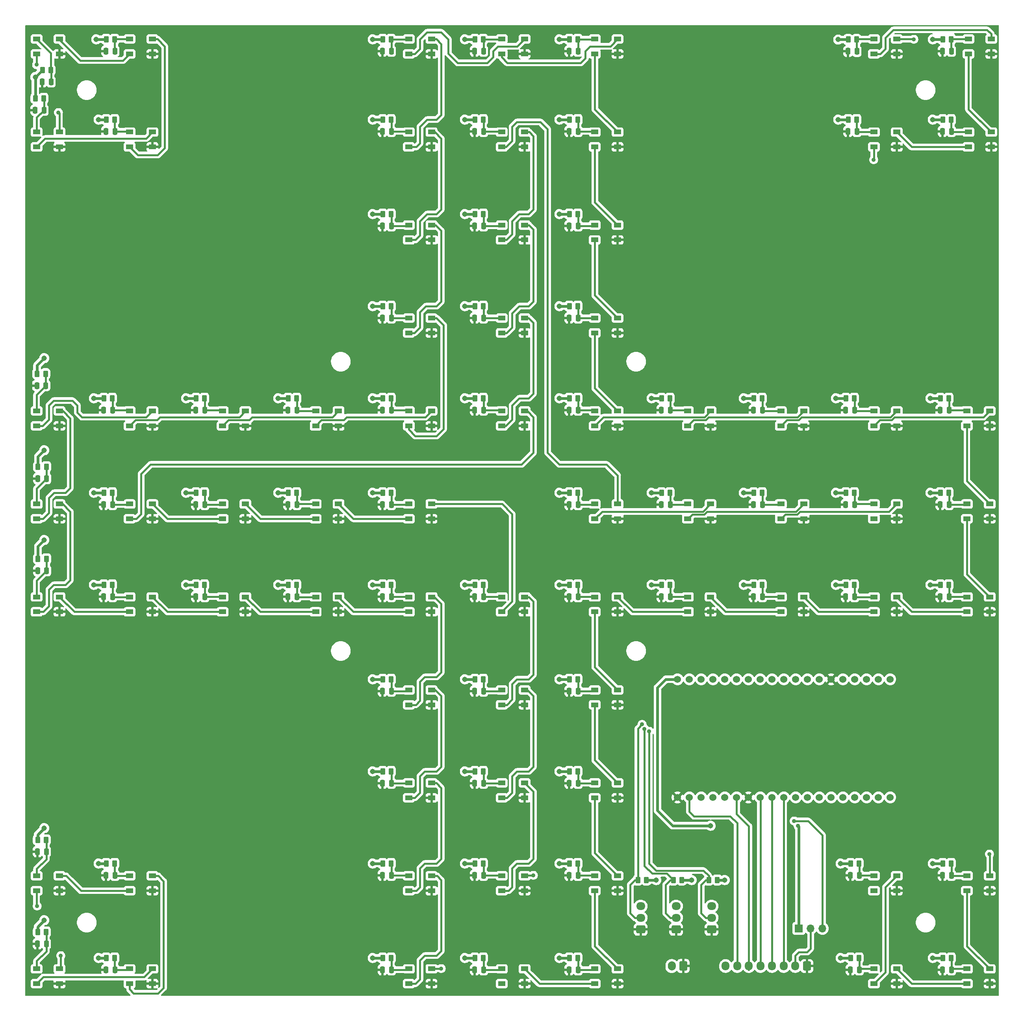
<source format=gbr>
%TF.GenerationSoftware,KiCad,Pcbnew,6.0.7*%
%TF.CreationDate,2022-11-18T13:15:14+01:00*%
%TF.ProjectId,game_board,67616d65-5f62-46f6-9172-642e6b696361,rev?*%
%TF.SameCoordinates,Original*%
%TF.FileFunction,Copper,L1,Top*%
%TF.FilePolarity,Positive*%
%FSLAX46Y46*%
G04 Gerber Fmt 4.6, Leading zero omitted, Abs format (unit mm)*
G04 Created by KiCad (PCBNEW 6.0.7) date 2022-11-18 13:15:14*
%MOMM*%
%LPD*%
G01*
G04 APERTURE LIST*
G04 Aperture macros list*
%AMRoundRect*
0 Rectangle with rounded corners*
0 $1 Rounding radius*
0 $2 $3 $4 $5 $6 $7 $8 $9 X,Y pos of 4 corners*
0 Add a 4 corners polygon primitive as box body*
4,1,4,$2,$3,$4,$5,$6,$7,$8,$9,$2,$3,0*
0 Add four circle primitives for the rounded corners*
1,1,$1+$1,$2,$3*
1,1,$1+$1,$4,$5*
1,1,$1+$1,$6,$7*
1,1,$1+$1,$8,$9*
0 Add four rect primitives between the rounded corners*
20,1,$1+$1,$2,$3,$4,$5,0*
20,1,$1+$1,$4,$5,$6,$7,0*
20,1,$1+$1,$6,$7,$8,$9,0*
20,1,$1+$1,$8,$9,$2,$3,0*%
G04 Aperture macros list end*
%TA.AperFunction,SMDPad,CuDef*%
%ADD10RoundRect,0.250000X0.250000X0.475000X-0.250000X0.475000X-0.250000X-0.475000X0.250000X-0.475000X0*%
%TD*%
%TA.AperFunction,SMDPad,CuDef*%
%ADD11R,1.500000X1.000000*%
%TD*%
%TA.AperFunction,SMDPad,CuDef*%
%ADD12RoundRect,0.250000X-0.262500X-0.450000X0.262500X-0.450000X0.262500X0.450000X-0.262500X0.450000X0*%
%TD*%
%TA.AperFunction,SMDPad,CuDef*%
%ADD13RoundRect,0.250000X0.262500X0.450000X-0.262500X0.450000X-0.262500X-0.450000X0.262500X-0.450000X0*%
%TD*%
%TA.AperFunction,ComponentPad*%
%ADD14RoundRect,0.250000X0.600000X0.725000X-0.600000X0.725000X-0.600000X-0.725000X0.600000X-0.725000X0*%
%TD*%
%TA.AperFunction,ComponentPad*%
%ADD15O,1.700000X1.950000*%
%TD*%
%TA.AperFunction,ComponentPad*%
%ADD16C,1.524000*%
%TD*%
%TA.AperFunction,ComponentPad*%
%ADD17RoundRect,0.250000X0.600000X0.750000X-0.600000X0.750000X-0.600000X-0.750000X0.600000X-0.750000X0*%
%TD*%
%TA.AperFunction,ComponentPad*%
%ADD18O,1.700000X2.000000*%
%TD*%
%TA.AperFunction,ComponentPad*%
%ADD19R,1.700000X1.700000*%
%TD*%
%TA.AperFunction,ComponentPad*%
%ADD20O,1.700000X1.700000*%
%TD*%
%TA.AperFunction,ComponentPad*%
%ADD21RoundRect,0.250000X0.725000X-0.600000X0.725000X0.600000X-0.725000X0.600000X-0.725000X-0.600000X0*%
%TD*%
%TA.AperFunction,ComponentPad*%
%ADD22O,1.950000X1.700000*%
%TD*%
%TA.AperFunction,ViaPad*%
%ADD23C,0.889000*%
%TD*%
%TA.AperFunction,ViaPad*%
%ADD24C,1.143000*%
%TD*%
%TA.AperFunction,Conductor*%
%ADD25C,0.406400*%
%TD*%
%TA.AperFunction,Conductor*%
%ADD26C,0.609600*%
%TD*%
G04 APERTURE END LIST*
D10*
%TO.P,C41,1*%
%TO.N,Net-(C41-Pad1)*%
X44704000Y-142748000D03*
%TO.P,C41,2*%
%TO.N,GND*%
X42804000Y-142748000D03*
%TD*%
D11*
%TO.P,D31,1,VDD*%
%TO.N,Net-(C31-Pad1)*%
X202550000Y-128400000D03*
%TO.P,D31,2,DOUT*%
%TO.N,Net-(D31-Pad2)*%
X202550000Y-131600000D03*
%TO.P,D31,3,VSS*%
%TO.N,GND*%
X207450000Y-131600000D03*
%TO.P,D31,4,DIN*%
%TO.N,Net-(D30-Pad2)*%
X207450000Y-128400000D03*
%TD*%
D10*
%TO.P,C26,1*%
%TO.N,Net-(C26-Pad1)*%
X138618000Y-88392000D03*
%TO.P,C26,2*%
%TO.N,GND*%
X136718000Y-88392000D03*
%TD*%
D12*
%TO.P,R63,1*%
%TO.N,+5V*%
X236831500Y-145796000D03*
%TO.P,R63,2*%
%TO.N,Net-(C63-Pad1)*%
X238656500Y-145796000D03*
%TD*%
D11*
%TO.P,D6,1,VDD*%
%TO.N,Net-(C6-Pad1)*%
X62550000Y-48400000D03*
%TO.P,D6,2,DOUT*%
%TO.N,Net-(D6-Pad2)*%
X62550000Y-51600000D03*
%TO.P,D6,3,VSS*%
%TO.N,GND*%
X67450000Y-51600000D03*
%TO.P,D6,4,DIN*%
%TO.N,Net-(D5-Pad2)*%
X67450000Y-48400000D03*
%TD*%
D12*
%TO.P,R16,1*%
%TO.N,+5V*%
X217527500Y-205740000D03*
%TO.P,R16,2*%
%TO.N,Net-(C16-Pad1)*%
X219352500Y-205740000D03*
%TD*%
D11*
%TO.P,D16,1,VDD*%
%TO.N,Net-(C16-Pad1)*%
X222550000Y-208400000D03*
%TO.P,D16,2,DOUT*%
%TO.N,unconnected-(D16-Pad2)*%
X222550000Y-211600000D03*
%TO.P,D16,3,VSS*%
%TO.N,GND*%
X227450000Y-211600000D03*
%TO.P,D16,4,DIN*%
%TO.N,Net-(D15-Pad2)*%
X227450000Y-208400000D03*
%TD*%
D10*
%TO.P,C18,1*%
%TO.N,Net-(C18-Pad1)*%
X138618000Y-188468000D03*
%TO.P,C18,2*%
%TO.N,GND*%
X136718000Y-188468000D03*
%TD*%
%TO.P,C49,1*%
%TO.N,Net-(C49-Pad1)*%
X118806000Y-68580000D03*
%TO.P,C49,2*%
%TO.N,GND*%
X116906000Y-68580000D03*
%TD*%
%TO.P,C59,1*%
%TO.N,Net-(C59-Pad1)*%
X198562000Y-108204000D03*
%TO.P,C59,2*%
%TO.N,GND*%
X196662000Y-108204000D03*
%TD*%
D12*
%TO.P,R44,1*%
%TO.N,+5V*%
X56999500Y-105664000D03*
%TO.P,R44,2*%
%TO.N,Net-(C44-Pad1)*%
X58824500Y-105664000D03*
%TD*%
D10*
%TO.P,C3,1*%
%TO.N,Net-(C3-Pad1)*%
X59370000Y-208280000D03*
%TO.P,C3,2*%
%TO.N,GND*%
X57470000Y-208280000D03*
%TD*%
%TO.P,C71,1*%
%TO.N,Net-(C71-Pad1)*%
X158938000Y-228600000D03*
%TO.P,C71,2*%
%TO.N,GND*%
X157038000Y-228600000D03*
%TD*%
D12*
%TO.P,R68,1*%
%TO.N,+5V*%
X157075500Y-166116000D03*
%TO.P,R68,2*%
%TO.N,Net-(C68-Pad1)*%
X158900500Y-166116000D03*
%TD*%
D10*
%TO.P,C29,1*%
%TO.N,Net-(C29-Pad1)*%
X158938000Y-128524000D03*
%TO.P,C29,2*%
%TO.N,GND*%
X157038000Y-128524000D03*
%TD*%
%TO.P,C6,1*%
%TO.N,Net-(C6-Pad1)*%
X59370000Y-48260000D03*
%TO.P,C6,2*%
%TO.N,GND*%
X57470000Y-48260000D03*
%TD*%
D12*
%TO.P,R45,1*%
%TO.N,+5V*%
X76811500Y-105664000D03*
%TO.P,R45,2*%
%TO.N,Net-(C45-Pad1)*%
X78636500Y-105664000D03*
%TD*%
D11*
%TO.P,D63,1,VDD*%
%TO.N,Net-(C63-Pad1)*%
X242550000Y-148400000D03*
%TO.P,D63,2,DOUT*%
%TO.N,Net-(D63-Pad2)*%
X242550000Y-151600000D03*
%TO.P,D63,3,VSS*%
%TO.N,GND*%
X247450000Y-151600000D03*
%TO.P,D63,4,DIN*%
%TO.N,Net-(D62-Pad2)*%
X247450000Y-148400000D03*
%TD*%
D10*
%TO.P,C47,1*%
%TO.N,Net-(C47-Pad1)*%
X118806000Y-108204000D03*
%TO.P,C47,2*%
%TO.N,GND*%
X116906000Y-108204000D03*
%TD*%
D11*
%TO.P,D23,1,VDD*%
%TO.N,Net-(C23-Pad1)*%
X82550000Y-128400000D03*
%TO.P,D23,2,DOUT*%
%TO.N,Net-(D23-Pad2)*%
X82550000Y-131600000D03*
%TO.P,D23,3,VSS*%
%TO.N,GND*%
X87450000Y-131600000D03*
%TO.P,D23,4,DIN*%
%TO.N,Net-(D22-Pad2)*%
X87450000Y-128400000D03*
%TD*%
D10*
%TO.P,C31,1*%
%TO.N,Net-(C31-Pad1)*%
X198562000Y-128524000D03*
%TO.P,C31,2*%
%TO.N,GND*%
X196662000Y-128524000D03*
%TD*%
D11*
%TO.P,D4,1,VDD*%
%TO.N,Net-(C4-Pad1)*%
X42550000Y-208400000D03*
%TO.P,D4,2,DOUT*%
%TO.N,Net-(D4-Pad2)*%
X42550000Y-211600000D03*
%TO.P,D4,3,VSS*%
%TO.N,GND*%
X47450000Y-211600000D03*
%TO.P,D4,4,DIN*%
%TO.N,Net-(D3-Pad2)*%
X47450000Y-208400000D03*
%TD*%
D12*
%TO.P,R57,1*%
%TO.N,+5V*%
X157075500Y-105664000D03*
%TO.P,R57,2*%
%TO.N,Net-(C57-Pad1)*%
X158900500Y-105664000D03*
%TD*%
D11*
%TO.P,D47,1,VDD*%
%TO.N,Net-(C47-Pad1)*%
X122550000Y-108400000D03*
%TO.P,D47,2,DOUT*%
%TO.N,Net-(D47-Pad2)*%
X122550000Y-111600000D03*
%TO.P,D47,3,VSS*%
%TO.N,GND*%
X127450000Y-111600000D03*
%TO.P,D47,4,DIN*%
%TO.N,Net-(D46-Pad2)*%
X127450000Y-108400000D03*
%TD*%
%TO.P,D41,1,VDD*%
%TO.N,Net-(C41-Pad1)*%
X42550000Y-148400000D03*
%TO.P,D41,2,DOUT*%
%TO.N,Net-(D41-Pad2)*%
X42550000Y-151600000D03*
%TO.P,D41,3,VSS*%
%TO.N,GND*%
X47450000Y-151600000D03*
%TO.P,D41,4,DIN*%
%TO.N,Net-(D40-Pad2)*%
X47450000Y-148400000D03*
%TD*%
D12*
%TO.P,R47,1*%
%TO.N,+5V*%
X116943500Y-105664000D03*
%TO.P,R47,2*%
%TO.N,Net-(C47-Pad1)*%
X118768500Y-105664000D03*
%TD*%
%TO.P,R29,1*%
%TO.N,+5V*%
X157075500Y-125984000D03*
%TO.P,R29,2*%
%TO.N,Net-(C29-Pad1)*%
X158900500Y-125984000D03*
%TD*%
D10*
%TO.P,C57,1*%
%TO.N,Net-(C57-Pad1)*%
X158938000Y-108204000D03*
%TO.P,C57,2*%
%TO.N,GND*%
X157038000Y-108204000D03*
%TD*%
D11*
%TO.P,D42,1,VDD*%
%TO.N,Net-(C42-Pad1)*%
X42550000Y-128400000D03*
%TO.P,D42,2,DOUT*%
%TO.N,Net-(D42-Pad2)*%
X42550000Y-131600000D03*
%TO.P,D42,3,VSS*%
%TO.N,GND*%
X47450000Y-131600000D03*
%TO.P,D42,4,DIN*%
%TO.N,Net-(D41-Pad2)*%
X47450000Y-128400000D03*
%TD*%
D10*
%TO.P,C12,1*%
%TO.N,Net-(C12-Pad1)*%
X218882000Y-48260000D03*
%TO.P,C12,2*%
%TO.N,GND*%
X216982000Y-48260000D03*
%TD*%
D11*
%TO.P,D10,1,VDD*%
%TO.N,Net-(C10-Pad1)*%
X242870000Y-28400000D03*
%TO.P,D10,2,DOUT*%
%TO.N,Net-(D10-Pad2)*%
X242870000Y-31600000D03*
%TO.P,D10,3,VSS*%
%TO.N,GND*%
X247770000Y-31600000D03*
%TO.P,D10,4,DIN*%
%TO.N,Net-(D10-Pad4)*%
X247770000Y-28400000D03*
%TD*%
%TO.P,D72,1,VDD*%
%TO.N,Net-(C72-Pad1)*%
X142550000Y-228400000D03*
%TO.P,D72,2,DOUT*%
%TO.N,unconnected-(D72-Pad2)*%
X142550000Y-231600000D03*
%TO.P,D72,3,VSS*%
%TO.N,GND*%
X147450000Y-231600000D03*
%TO.P,D72,4,DIN*%
%TO.N,Net-(D71-Pad2)*%
X147450000Y-228400000D03*
%TD*%
D12*
%TO.P,R17,1*%
%TO.N,+5V*%
X136755500Y-205740000D03*
%TO.P,R17,2*%
%TO.N,Net-(C17-Pad1)*%
X138580500Y-205740000D03*
%TD*%
%TO.P,R52,1*%
%TO.N,+5V*%
X136755500Y-28448000D03*
%TO.P,R52,2*%
%TO.N,Net-(C52-Pad1)*%
X138580500Y-28448000D03*
%TD*%
%TO.P,R70,1*%
%TO.N,+5V*%
X157075500Y-205740000D03*
%TO.P,R70,2*%
%TO.N,Net-(C70-Pad1)*%
X158900500Y-205740000D03*
%TD*%
D11*
%TO.P,D39,1,VDD*%
%TO.N,Net-(C39-Pad1)*%
X82550000Y-148400000D03*
%TO.P,D39,2,DOUT*%
%TO.N,Net-(D39-Pad2)*%
X82550000Y-151600000D03*
%TO.P,D39,3,VSS*%
%TO.N,GND*%
X87450000Y-151600000D03*
%TO.P,D39,4,DIN*%
%TO.N,Net-(D38-Pad2)*%
X87450000Y-148400000D03*
%TD*%
D10*
%TO.P,C67,1*%
%TO.N,Net-(C67-Pad1)*%
X158938000Y-148336000D03*
%TO.P,C67,2*%
%TO.N,GND*%
X157038000Y-148336000D03*
%TD*%
D12*
%TO.P,R51,1*%
%TO.N,+5V*%
X116943500Y-28448000D03*
%TO.P,R51,2*%
%TO.N,Net-(C51-Pad1)*%
X118768500Y-28448000D03*
%TD*%
%TO.P,R38,1*%
%TO.N,+5V*%
X96623500Y-145796000D03*
%TO.P,R38,2*%
%TO.N,Net-(C38-Pad1)*%
X98448500Y-145796000D03*
%TD*%
D13*
%TO.P,R75,1*%
%TO.N,+5V*%
X173632500Y-209296000D03*
%TO.P,R75,2*%
%TO.N,/Button_3*%
X171807500Y-209296000D03*
%TD*%
D11*
%TO.P,D53,1,VDD*%
%TO.N,Net-(C53-Pad1)*%
X162550000Y-28400000D03*
%TO.P,D53,2,DOUT*%
%TO.N,Net-(D53-Pad2)*%
X162550000Y-31600000D03*
%TO.P,D53,3,VSS*%
%TO.N,GND*%
X167450000Y-31600000D03*
%TO.P,D53,4,DIN*%
%TO.N,Net-(D52-Pad2)*%
X167450000Y-28400000D03*
%TD*%
%TO.P,D5,1,VDD*%
%TO.N,Net-(C5-Pad1)*%
X42550000Y-48400000D03*
%TO.P,D5,2,DOUT*%
%TO.N,Net-(D5-Pad2)*%
X42550000Y-51600000D03*
%TO.P,D5,3,VSS*%
%TO.N,GND*%
X47450000Y-51600000D03*
%TO.P,D5,4,DIN*%
%TO.N,Net-(D4-Pad2)*%
X47450000Y-48400000D03*
%TD*%
%TO.P,D21,1,VDD*%
%TO.N,Net-(C21-Pad1)*%
X122550000Y-128400000D03*
%TO.P,D21,2,DOUT*%
%TO.N,Net-(D21-Pad2)*%
X122550000Y-131600000D03*
%TO.P,D21,3,VSS*%
%TO.N,GND*%
X127450000Y-131600000D03*
%TO.P,D21,4,DIN*%
%TO.N,Net-(D20-Pad2)*%
X127450000Y-128400000D03*
%TD*%
%TO.P,D27,1,VDD*%
%TO.N,Net-(C27-Pad1)*%
X142550000Y-68400000D03*
%TO.P,D27,2,DOUT*%
%TO.N,Net-(D27-Pad2)*%
X142550000Y-71600000D03*
%TO.P,D27,3,VSS*%
%TO.N,GND*%
X147450000Y-71600000D03*
%TO.P,D27,4,DIN*%
%TO.N,Net-(D26-Pad2)*%
X147450000Y-68400000D03*
%TD*%
%TO.P,D38,1,VDD*%
%TO.N,Net-(C38-Pad1)*%
X102550000Y-148400000D03*
%TO.P,D38,2,DOUT*%
%TO.N,Net-(D38-Pad2)*%
X102550000Y-151600000D03*
%TO.P,D38,3,VSS*%
%TO.N,GND*%
X107450000Y-151600000D03*
%TO.P,D38,4,DIN*%
%TO.N,Net-(D37-Pad2)*%
X107450000Y-148400000D03*
%TD*%
D12*
%TO.P,R62,1*%
%TO.N,+5V*%
X236831500Y-125984000D03*
%TO.P,R62,2*%
%TO.N,Net-(C62-Pad1)*%
X238656500Y-125984000D03*
%TD*%
D10*
%TO.P,C8,1*%
%TO.N,Net-(C8-Pad1)*%
X45654000Y-37592000D03*
%TO.P,C8,2*%
%TO.N,GND*%
X43754000Y-37592000D03*
%TD*%
D11*
%TO.P,D59,1,VDD*%
%TO.N,Net-(C59-Pad1)*%
X202550000Y-108400000D03*
%TO.P,D59,2,DOUT*%
%TO.N,Net-(D59-Pad2)*%
X202550000Y-111600000D03*
%TO.P,D59,3,VSS*%
%TO.N,GND*%
X207450000Y-111600000D03*
%TO.P,D59,4,DIN*%
%TO.N,Net-(D58-Pad2)*%
X207450000Y-108400000D03*
%TD*%
%TO.P,D49,1,VDD*%
%TO.N,Net-(C49-Pad1)*%
X122550000Y-68400000D03*
%TO.P,D49,2,DOUT*%
%TO.N,Net-(D49-Pad2)*%
X122550000Y-71600000D03*
%TO.P,D49,3,VSS*%
%TO.N,GND*%
X127450000Y-71600000D03*
%TO.P,D49,4,DIN*%
%TO.N,Net-(D48-Pad2)*%
X127450000Y-68400000D03*
%TD*%
D10*
%TO.P,C64,1*%
%TO.N,Net-(C64-Pad1)*%
X218374000Y-148336000D03*
%TO.P,C64,2*%
%TO.N,GND*%
X216474000Y-148336000D03*
%TD*%
D11*
%TO.P,D12,1,VDD*%
%TO.N,Net-(C12-Pad1)*%
X222550000Y-48400000D03*
%TO.P,D12,2,DOUT*%
%TO.N,Net-(D12-Pad2)*%
X222550000Y-51600000D03*
%TO.P,D12,3,VSS*%
%TO.N,GND*%
X227450000Y-51600000D03*
%TO.P,D12,4,DIN*%
%TO.N,Net-(D11-Pad2)*%
X227450000Y-48400000D03*
%TD*%
D12*
%TO.P,R60,1*%
%TO.N,+5V*%
X216511500Y-105664000D03*
%TO.P,R60,2*%
%TO.N,Net-(C60-Pad1)*%
X218336500Y-105664000D03*
%TD*%
D11*
%TO.P,D32,1,VDD*%
%TO.N,Net-(C32-Pad1)*%
X222550000Y-128400000D03*
%TO.P,D32,2,DOUT*%
%TO.N,unconnected-(D32-Pad2)*%
X222550000Y-131600000D03*
%TO.P,D32,3,VSS*%
%TO.N,GND*%
X227450000Y-131600000D03*
%TO.P,D32,4,DIN*%
%TO.N,Net-(D31-Pad2)*%
X227450000Y-128400000D03*
%TD*%
D12*
%TO.P,R14,1*%
%TO.N,+5V*%
X237339500Y-226060000D03*
%TO.P,R14,2*%
%TO.N,Net-(C14-Pad1)*%
X239164500Y-226060000D03*
%TD*%
D11*
%TO.P,D8,1,VDD*%
%TO.N,Net-(C8-Pad1)*%
X42550000Y-28400000D03*
%TO.P,D8,2,DOUT*%
%TO.N,Net-(D8-Pad2)*%
X42550000Y-31600000D03*
%TO.P,D8,3,VSS*%
%TO.N,GND*%
X47450000Y-31600000D03*
%TO.P,D8,4,DIN*%
%TO.N,Net-(D7-Pad2)*%
X47450000Y-28400000D03*
%TD*%
%TO.P,D18,1,VDD*%
%TO.N,Net-(C18-Pad1)*%
X142550000Y-188400000D03*
%TO.P,D18,2,DOUT*%
%TO.N,Net-(D18-Pad2)*%
X142550000Y-191600000D03*
%TO.P,D18,3,VSS*%
%TO.N,GND*%
X147450000Y-191600000D03*
%TO.P,D18,4,DIN*%
%TO.N,Net-(D17-Pad2)*%
X147450000Y-188400000D03*
%TD*%
D12*
%TO.P,R54,1*%
%TO.N,+5V*%
X157075500Y-45720000D03*
%TO.P,R54,2*%
%TO.N,Net-(C54-Pad1)*%
X158900500Y-45720000D03*
%TD*%
D11*
%TO.P,D11,1,VDD*%
%TO.N,Net-(C11-Pad1)*%
X242870000Y-48400000D03*
%TO.P,D11,2,DOUT*%
%TO.N,Net-(D11-Pad2)*%
X242870000Y-51600000D03*
%TO.P,D11,3,VSS*%
%TO.N,GND*%
X247770000Y-51600000D03*
%TO.P,D11,4,DIN*%
%TO.N,Net-(D10-Pad2)*%
X247770000Y-48400000D03*
%TD*%
D10*
%TO.P,C7,1*%
%TO.N,Net-(C7-Pad1)*%
X59370000Y-30988000D03*
%TO.P,C7,2*%
%TO.N,GND*%
X57470000Y-30988000D03*
%TD*%
D11*
%TO.P,D33,1,VDD*%
%TO.N,Net-(C33-Pad1)*%
X122550000Y-228400000D03*
%TO.P,D33,2,DOUT*%
%TO.N,Net-(D33-Pad2)*%
X122550000Y-231600000D03*
%TO.P,D33,3,VSS*%
%TO.N,GND*%
X127450000Y-231600000D03*
%TO.P,D33,4,DIN*%
%TO.N,/Din_FIELD*%
X127450000Y-228400000D03*
%TD*%
D12*
%TO.P,R37,1*%
%TO.N,+5V*%
X116943500Y-145796000D03*
%TO.P,R37,2*%
%TO.N,Net-(C37-Pad1)*%
X118768500Y-145796000D03*
%TD*%
D11*
%TO.P,D54,1,VDD*%
%TO.N,Net-(C54-Pad1)*%
X162550000Y-48400000D03*
%TO.P,D54,2,DOUT*%
%TO.N,Net-(D54-Pad2)*%
X162550000Y-51600000D03*
%TO.P,D54,3,VSS*%
%TO.N,GND*%
X167450000Y-51600000D03*
%TO.P,D54,4,DIN*%
%TO.N,Net-(D53-Pad2)*%
X167450000Y-48400000D03*
%TD*%
D12*
%TO.P,R48,1*%
%TO.N,+5V*%
X116943500Y-85852000D03*
%TO.P,R48,2*%
%TO.N,Net-(C48-Pad1)*%
X118768500Y-85852000D03*
%TD*%
%TO.P,R10,1*%
%TO.N,+5V*%
X237339500Y-28448000D03*
%TO.P,R10,2*%
%TO.N,Net-(C10-Pad1)*%
X239164500Y-28448000D03*
%TD*%
%TO.P,R23,1*%
%TO.N,+5V*%
X76811500Y-125984000D03*
%TO.P,R23,2*%
%TO.N,Net-(C23-Pad1)*%
X78636500Y-125984000D03*
%TD*%
D11*
%TO.P,D48,1,VDD*%
%TO.N,Net-(C48-Pad1)*%
X122550000Y-88400000D03*
%TO.P,D48,2,DOUT*%
%TO.N,Net-(D48-Pad2)*%
X122550000Y-91600000D03*
%TO.P,D48,3,VSS*%
%TO.N,GND*%
X127450000Y-91600000D03*
%TO.P,D48,4,DIN*%
%TO.N,Net-(D47-Pad2)*%
X127450000Y-88400000D03*
%TD*%
D10*
%TO.P,C13,1*%
%TO.N,Net-(C13-Pad1)*%
X239202000Y-208280000D03*
%TO.P,C13,2*%
%TO.N,GND*%
X237302000Y-208280000D03*
%TD*%
%TO.P,C21,1*%
%TO.N,Net-(C21-Pad1)*%
X118806000Y-128524000D03*
%TO.P,C21,2*%
%TO.N,GND*%
X116906000Y-128524000D03*
%TD*%
%TO.P,C52,1*%
%TO.N,Net-(C52-Pad1)*%
X138618000Y-30988000D03*
%TO.P,C52,2*%
%TO.N,GND*%
X136718000Y-30988000D03*
%TD*%
D12*
%TO.P,R5,1*%
%TO.N,+5V*%
X42267500Y-41148000D03*
%TO.P,R5,2*%
%TO.N,Net-(C5-Pad1)*%
X44092500Y-41148000D03*
%TD*%
%TO.P,R42,1*%
%TO.N,+5V*%
X42841500Y-120396000D03*
%TO.P,R42,2*%
%TO.N,Net-(C42-Pad1)*%
X44666500Y-120396000D03*
%TD*%
D11*
%TO.P,D65,1,VDD*%
%TO.N,Net-(C65-Pad1)*%
X202550000Y-148400000D03*
%TO.P,D65,2,DOUT*%
%TO.N,Net-(D65-Pad2)*%
X202550000Y-151600000D03*
%TO.P,D65,3,VSS*%
%TO.N,GND*%
X207450000Y-151600000D03*
%TO.P,D65,4,DIN*%
%TO.N,Net-(D64-Pad2)*%
X207450000Y-148400000D03*
%TD*%
D12*
%TO.P,R43,1*%
%TO.N,+5V*%
X42645500Y-100388000D03*
%TO.P,R43,2*%
%TO.N,Net-(C43-Pad1)*%
X44470500Y-100388000D03*
%TD*%
%TO.P,R31,1*%
%TO.N,+5V*%
X196699500Y-125984000D03*
%TO.P,R31,2*%
%TO.N,Net-(C31-Pad1)*%
X198524500Y-125984000D03*
%TD*%
D10*
%TO.P,C19,1*%
%TO.N,Net-(C19-Pad1)*%
X138618000Y-168656000D03*
%TO.P,C19,2*%
%TO.N,GND*%
X136718000Y-168656000D03*
%TD*%
%TO.P,C1,1*%
%TO.N,Net-(C1-Pad1)*%
X44638000Y-223012000D03*
%TO.P,C1,2*%
%TO.N,GND*%
X42738000Y-223012000D03*
%TD*%
%TO.P,C68,1*%
%TO.N,Net-(C68-Pad1)*%
X158938000Y-168656000D03*
%TO.P,C68,2*%
%TO.N,GND*%
X157038000Y-168656000D03*
%TD*%
%TO.P,C14,1*%
%TO.N,Net-(C14-Pad1)*%
X239202000Y-228600000D03*
%TO.P,C14,2*%
%TO.N,GND*%
X237302000Y-228600000D03*
%TD*%
D11*
%TO.P,D56,1,VDD*%
%TO.N,Net-(C56-Pad1)*%
X162550000Y-88400000D03*
%TO.P,D56,2,DOUT*%
%TO.N,Net-(D56-Pad2)*%
X162550000Y-91600000D03*
%TO.P,D56,3,VSS*%
%TO.N,GND*%
X167450000Y-91600000D03*
%TO.P,D56,4,DIN*%
%TO.N,Net-(D55-Pad2)*%
X167450000Y-88400000D03*
%TD*%
D10*
%TO.P,C45,1*%
%TO.N,Net-(C45-Pad1)*%
X78674000Y-108204000D03*
%TO.P,C45,2*%
%TO.N,GND*%
X76774000Y-108204000D03*
%TD*%
D11*
%TO.P,D45,1,VDD*%
%TO.N,Net-(C45-Pad1)*%
X82550000Y-108400000D03*
%TO.P,D45,2,DOUT*%
%TO.N,Net-(D45-Pad2)*%
X82550000Y-111600000D03*
%TO.P,D45,3,VSS*%
%TO.N,GND*%
X87450000Y-111600000D03*
%TO.P,D45,4,DIN*%
%TO.N,Net-(D44-Pad2)*%
X87450000Y-108400000D03*
%TD*%
D10*
%TO.P,C69,1*%
%TO.N,Net-(C69-Pad1)*%
X158938000Y-188468000D03*
%TO.P,C69,2*%
%TO.N,GND*%
X157038000Y-188468000D03*
%TD*%
D12*
%TO.P,R19,1*%
%TO.N,+5V*%
X136755500Y-166116000D03*
%TO.P,R19,2*%
%TO.N,Net-(C19-Pad1)*%
X138580500Y-166116000D03*
%TD*%
%TO.P,R4,1*%
%TO.N,+5V*%
X42775500Y-200660000D03*
%TO.P,R4,2*%
%TO.N,Net-(C4-Pad1)*%
X44600500Y-200660000D03*
%TD*%
D10*
%TO.P,C35,1*%
%TO.N,Net-(C35-Pad1)*%
X118806000Y-188468000D03*
%TO.P,C35,2*%
%TO.N,GND*%
X116906000Y-188468000D03*
%TD*%
D12*
%TO.P,R27,1*%
%TO.N,+5V*%
X136755500Y-66040000D03*
%TO.P,R27,2*%
%TO.N,Net-(C27-Pad1)*%
X138580500Y-66040000D03*
%TD*%
%TO.P,R25,1*%
%TO.N,+5V*%
X136755500Y-105664000D03*
%TO.P,R25,2*%
%TO.N,Net-(C25-Pad1)*%
X138580500Y-105664000D03*
%TD*%
D10*
%TO.P,C27,1*%
%TO.N,Net-(C27-Pad1)*%
X138618000Y-68580000D03*
%TO.P,C27,2*%
%TO.N,GND*%
X136718000Y-68580000D03*
%TD*%
D11*
%TO.P,D37,1,VDD*%
%TO.N,Net-(C37-Pad1)*%
X122550000Y-148400000D03*
%TO.P,D37,2,DOUT*%
%TO.N,Net-(D37-Pad2)*%
X122550000Y-151600000D03*
%TO.P,D37,3,VSS*%
%TO.N,GND*%
X127450000Y-151600000D03*
%TO.P,D37,4,DIN*%
%TO.N,Net-(D36-Pad2)*%
X127450000Y-148400000D03*
%TD*%
D12*
%TO.P,R40,1*%
%TO.N,+5V*%
X56999500Y-145796000D03*
%TO.P,R40,2*%
%TO.N,Net-(C40-Pad1)*%
X58824500Y-145796000D03*
%TD*%
%TO.P,R34,1*%
%TO.N,+5V*%
X116943500Y-205740000D03*
%TO.P,R34,2*%
%TO.N,Net-(C34-Pad1)*%
X118768500Y-205740000D03*
%TD*%
%TO.P,R61,1*%
%TO.N,+5V*%
X236831500Y-105664000D03*
%TO.P,R61,2*%
%TO.N,Net-(C61-Pad1)*%
X238656500Y-105664000D03*
%TD*%
%TO.P,R24,1*%
%TO.N,+5V*%
X56999500Y-125984000D03*
%TO.P,R24,2*%
%TO.N,Net-(C24-Pad1)*%
X58824500Y-125984000D03*
%TD*%
D11*
%TO.P,D15,1,VDD*%
%TO.N,Net-(C15-Pad1)*%
X222550000Y-228400000D03*
%TO.P,D15,2,DOUT*%
%TO.N,Net-(D15-Pad2)*%
X222550000Y-231600000D03*
%TO.P,D15,3,VSS*%
%TO.N,GND*%
X227450000Y-231600000D03*
%TO.P,D15,4,DIN*%
%TO.N,Net-(D14-Pad2)*%
X227450000Y-228400000D03*
%TD*%
D10*
%TO.P,C34,1*%
%TO.N,Net-(C34-Pad1)*%
X118806000Y-208280000D03*
%TO.P,C34,2*%
%TO.N,GND*%
X116906000Y-208280000D03*
%TD*%
%TO.P,C10,1*%
%TO.N,Net-(C10-Pad1)*%
X239202000Y-30988000D03*
%TO.P,C10,2*%
%TO.N,GND*%
X237302000Y-30988000D03*
%TD*%
D11*
%TO.P,D66,1,VDD*%
%TO.N,Net-(C66-Pad1)*%
X182550000Y-148400000D03*
%TO.P,D66,2,DOUT*%
%TO.N,Net-(D66-Pad2)*%
X182550000Y-151600000D03*
%TO.P,D66,3,VSS*%
%TO.N,GND*%
X187450000Y-151600000D03*
%TO.P,D66,4,DIN*%
%TO.N,Net-(D65-Pad2)*%
X187450000Y-148400000D03*
%TD*%
%TO.P,D20,1,VDD*%
%TO.N,Net-(C20-Pad1)*%
X142550000Y-148400000D03*
%TO.P,D20,2,DOUT*%
%TO.N,Net-(D20-Pad2)*%
X142550000Y-151600000D03*
%TO.P,D20,3,VSS*%
%TO.N,GND*%
X147450000Y-151600000D03*
%TO.P,D20,4,DIN*%
%TO.N,Net-(D19-Pad2)*%
X147450000Y-148400000D03*
%TD*%
D10*
%TO.P,C55,1*%
%TO.N,Net-(C55-Pad1)*%
X158938000Y-68580000D03*
%TO.P,C55,2*%
%TO.N,GND*%
X157038000Y-68580000D03*
%TD*%
D12*
%TO.P,R6,1*%
%TO.N,+5V*%
X57507500Y-45720000D03*
%TO.P,R6,2*%
%TO.N,Net-(C6-Pad1)*%
X59332500Y-45720000D03*
%TD*%
D10*
%TO.P,C66,1*%
%TO.N,Net-(C66-Pad1)*%
X178750000Y-148336000D03*
%TO.P,C66,2*%
%TO.N,GND*%
X176850000Y-148336000D03*
%TD*%
D12*
%TO.P,R49,1*%
%TO.N,+5V*%
X116943500Y-66040000D03*
%TO.P,R49,2*%
%TO.N,Net-(C49-Pad1)*%
X118768500Y-66040000D03*
%TD*%
%TO.P,R55,1*%
%TO.N,+5V*%
X157075500Y-66040000D03*
%TO.P,R55,2*%
%TO.N,Net-(C55-Pad1)*%
X158900500Y-66040000D03*
%TD*%
%TO.P,R26,1*%
%TO.N,+5V*%
X136755500Y-85852000D03*
%TO.P,R26,2*%
%TO.N,Net-(C26-Pad1)*%
X138580500Y-85852000D03*
%TD*%
D10*
%TO.P,C72,1*%
%TO.N,Net-(C72-Pad1)*%
X138618000Y-228600000D03*
%TO.P,C72,2*%
%TO.N,GND*%
X136718000Y-228600000D03*
%TD*%
D11*
%TO.P,D17,1,VDD*%
%TO.N,Net-(C17-Pad1)*%
X142550000Y-208400000D03*
%TO.P,D17,2,DOUT*%
%TO.N,Net-(D17-Pad2)*%
X142550000Y-211600000D03*
%TO.P,D17,3,VSS*%
%TO.N,GND*%
X147450000Y-211600000D03*
%TO.P,D17,4,DIN*%
%TO.N,/Din_GOAL*%
X147450000Y-208400000D03*
%TD*%
D10*
%TO.P,C44,1*%
%TO.N,Net-(C44-Pad1)*%
X58862000Y-108204000D03*
%TO.P,C44,2*%
%TO.N,GND*%
X56962000Y-108204000D03*
%TD*%
%TO.P,C22,1*%
%TO.N,Net-(C22-Pad1)*%
X98486000Y-128524000D03*
%TO.P,C22,2*%
%TO.N,GND*%
X96586000Y-128524000D03*
%TD*%
D12*
%TO.P,R8,1*%
%TO.N,+5V*%
X43791500Y-35052000D03*
%TO.P,R8,2*%
%TO.N,Net-(C8-Pad1)*%
X45616500Y-35052000D03*
%TD*%
D10*
%TO.P,C5,1*%
%TO.N,Net-(C5-Pad1)*%
X44130000Y-43688000D03*
%TO.P,C5,2*%
%TO.N,GND*%
X42230000Y-43688000D03*
%TD*%
D11*
%TO.P,D51,1,VDD*%
%TO.N,Net-(C51-Pad1)*%
X122550000Y-28400000D03*
%TO.P,D51,2,DOUT*%
%TO.N,Net-(D51-Pad2)*%
X122550000Y-31600000D03*
%TO.P,D51,3,VSS*%
%TO.N,GND*%
X127450000Y-31600000D03*
%TO.P,D51,4,DIN*%
%TO.N,Net-(D50-Pad2)*%
X127450000Y-28400000D03*
%TD*%
%TO.P,D62,1,VDD*%
%TO.N,Net-(C62-Pad1)*%
X242550000Y-128400000D03*
%TO.P,D62,2,DOUT*%
%TO.N,Net-(D62-Pad2)*%
X242550000Y-131600000D03*
%TO.P,D62,3,VSS*%
%TO.N,GND*%
X247450000Y-131600000D03*
%TO.P,D62,4,DIN*%
%TO.N,Net-(D61-Pad2)*%
X247450000Y-128400000D03*
%TD*%
D13*
%TO.P,R74,1*%
%TO.N,+5V*%
X181252500Y-209296000D03*
%TO.P,R74,2*%
%TO.N,/Button_2*%
X179427500Y-209296000D03*
%TD*%
D11*
%TO.P,D71,1,VDD*%
%TO.N,Net-(C71-Pad1)*%
X162550000Y-228400000D03*
%TO.P,D71,2,DOUT*%
%TO.N,Net-(D71-Pad2)*%
X162550000Y-231600000D03*
%TO.P,D71,3,VSS*%
%TO.N,GND*%
X167450000Y-231600000D03*
%TO.P,D71,4,DIN*%
%TO.N,Net-(D70-Pad2)*%
X167450000Y-228400000D03*
%TD*%
D12*
%TO.P,R2,1*%
%TO.N,+5V*%
X57507500Y-226060000D03*
%TO.P,R2,2*%
%TO.N,Net-(C2-Pad1)*%
X59332500Y-226060000D03*
%TD*%
%TO.P,R12,1*%
%TO.N,+5V*%
X217019500Y-45720000D03*
%TO.P,R12,2*%
%TO.N,Net-(C12-Pad1)*%
X218844500Y-45720000D03*
%TD*%
D11*
%TO.P,D9,1,VDD*%
%TO.N,Net-(C9-Pad1)*%
X222550000Y-28400000D03*
%TO.P,D9,2,DOUT*%
%TO.N,Net-(D10-Pad4)*%
X222550000Y-31600000D03*
%TO.P,D9,3,VSS*%
%TO.N,GND*%
X227450000Y-31600000D03*
%TO.P,D9,4,DIN*%
%TO.N,Net-(D8-Pad2)*%
X227450000Y-28400000D03*
%TD*%
D10*
%TO.P,C11,1*%
%TO.N,Net-(C11-Pad1)*%
X239202000Y-48260000D03*
%TO.P,C11,2*%
%TO.N,GND*%
X237302000Y-48260000D03*
%TD*%
%TO.P,C60,1*%
%TO.N,Net-(C60-Pad1)*%
X218374000Y-108204000D03*
%TO.P,C60,2*%
%TO.N,GND*%
X216474000Y-108204000D03*
%TD*%
D12*
%TO.P,R13,1*%
%TO.N,+5V*%
X237339500Y-205740000D03*
%TO.P,R13,2*%
%TO.N,Net-(C13-Pad1)*%
X239164500Y-205740000D03*
%TD*%
D11*
%TO.P,D1,1,VDD*%
%TO.N,Net-(C1-Pad1)*%
X42550000Y-228400000D03*
%TO.P,D1,2,DOUT*%
%TO.N,Net-(D1-Pad2)*%
X42550000Y-231600000D03*
%TO.P,D1,3,VSS*%
%TO.N,GND*%
X47450000Y-231600000D03*
%TO.P,D1,4,DIN*%
%TO.N,/Din_BASE*%
X47450000Y-228400000D03*
%TD*%
D10*
%TO.P,C23,1*%
%TO.N,Net-(C23-Pad1)*%
X78674000Y-128524000D03*
%TO.P,C23,2*%
%TO.N,GND*%
X76774000Y-128524000D03*
%TD*%
%TO.P,C28,1*%
%TO.N,Net-(C28-Pad1)*%
X138618000Y-48260000D03*
%TO.P,C28,2*%
%TO.N,GND*%
X136718000Y-48260000D03*
%TD*%
D12*
%TO.P,R35,1*%
%TO.N,+5V*%
X116943500Y-185928000D03*
%TO.P,R35,2*%
%TO.N,Net-(C35-Pad1)*%
X118768500Y-185928000D03*
%TD*%
D13*
%TO.P,R73,1*%
%TO.N,+5V*%
X188872500Y-209296000D03*
%TO.P,R73,2*%
%TO.N,/Button_1*%
X187047500Y-209296000D03*
%TD*%
D12*
%TO.P,R65,1*%
%TO.N,+5V*%
X196699500Y-145796000D03*
%TO.P,R65,2*%
%TO.N,Net-(C65-Pad1)*%
X198524500Y-145796000D03*
%TD*%
D10*
%TO.P,C38,1*%
%TO.N,Net-(C38-Pad1)*%
X98486000Y-148336000D03*
%TO.P,C38,2*%
%TO.N,GND*%
X96586000Y-148336000D03*
%TD*%
%TO.P,C61,1*%
%TO.N,Net-(C61-Pad1)*%
X238694000Y-108204000D03*
%TO.P,C61,2*%
%TO.N,GND*%
X236794000Y-108204000D03*
%TD*%
%TO.P,C30,1*%
%TO.N,Net-(C30-Pad1)*%
X178750000Y-128524000D03*
%TO.P,C30,2*%
%TO.N,GND*%
X176850000Y-128524000D03*
%TD*%
D12*
%TO.P,R18,1*%
%TO.N,+5V*%
X136755500Y-185928000D03*
%TO.P,R18,2*%
%TO.N,Net-(C18-Pad1)*%
X138580500Y-185928000D03*
%TD*%
D11*
%TO.P,D60,1,VDD*%
%TO.N,Net-(C60-Pad1)*%
X222550000Y-108400000D03*
%TO.P,D60,2,DOUT*%
%TO.N,Net-(D60-Pad2)*%
X222550000Y-111600000D03*
%TO.P,D60,3,VSS*%
%TO.N,GND*%
X227450000Y-111600000D03*
%TO.P,D60,4,DIN*%
%TO.N,Net-(D59-Pad2)*%
X227450000Y-108400000D03*
%TD*%
D10*
%TO.P,C9,1*%
%TO.N,Net-(C9-Pad1)*%
X218882000Y-31036000D03*
%TO.P,C9,2*%
%TO.N,GND*%
X216982000Y-31036000D03*
%TD*%
D12*
%TO.P,R32,1*%
%TO.N,+5V*%
X216511500Y-125984000D03*
%TO.P,R32,2*%
%TO.N,Net-(C32-Pad1)*%
X218336500Y-125984000D03*
%TD*%
D11*
%TO.P,D58,1,VDD*%
%TO.N,Net-(C58-Pad1)*%
X182550000Y-108400000D03*
%TO.P,D58,2,DOUT*%
%TO.N,Net-(D58-Pad2)*%
X182550000Y-111600000D03*
%TO.P,D58,3,VSS*%
%TO.N,GND*%
X187450000Y-111600000D03*
%TO.P,D58,4,DIN*%
%TO.N,Net-(D57-Pad2)*%
X187450000Y-108400000D03*
%TD*%
%TO.P,D43,1,VDD*%
%TO.N,Net-(C43-Pad1)*%
X42550000Y-108400000D03*
%TO.P,D43,2,DOUT*%
%TO.N,Net-(D43-Pad2)*%
X42550000Y-111600000D03*
%TO.P,D43,3,VSS*%
%TO.N,GND*%
X47450000Y-111600000D03*
%TO.P,D43,4,DIN*%
%TO.N,Net-(D42-Pad2)*%
X47450000Y-108400000D03*
%TD*%
D10*
%TO.P,C58,1*%
%TO.N,Net-(C58-Pad1)*%
X178750000Y-108204000D03*
%TO.P,C58,2*%
%TO.N,GND*%
X176850000Y-108204000D03*
%TD*%
D12*
%TO.P,R15,1*%
%TO.N,+5V*%
X217527500Y-226060000D03*
%TO.P,R15,2*%
%TO.N,Net-(C15-Pad1)*%
X219352500Y-226060000D03*
%TD*%
D10*
%TO.P,C16,1*%
%TO.N,Net-(C16-Pad1)*%
X219390000Y-208280000D03*
%TO.P,C16,2*%
%TO.N,GND*%
X217490000Y-208280000D03*
%TD*%
D11*
%TO.P,D3,1,VDD*%
%TO.N,Net-(C3-Pad1)*%
X62550000Y-208400000D03*
%TO.P,D3,2,DOUT*%
%TO.N,Net-(D3-Pad2)*%
X62550000Y-211600000D03*
%TO.P,D3,3,VSS*%
%TO.N,GND*%
X67450000Y-211600000D03*
%TO.P,D3,4,DIN*%
%TO.N,Net-(D2-Pad2)*%
X67450000Y-208400000D03*
%TD*%
D10*
%TO.P,C53,1*%
%TO.N,Net-(C53-Pad1)*%
X158938000Y-30988000D03*
%TO.P,C53,2*%
%TO.N,GND*%
X157038000Y-30988000D03*
%TD*%
D11*
%TO.P,D61,1,VDD*%
%TO.N,Net-(C61-Pad1)*%
X242550000Y-108400000D03*
%TO.P,D61,2,DOUT*%
%TO.N,Net-(D61-Pad2)*%
X242550000Y-111600000D03*
%TO.P,D61,3,VSS*%
%TO.N,GND*%
X247450000Y-111600000D03*
%TO.P,D61,4,DIN*%
%TO.N,Net-(D60-Pad2)*%
X247450000Y-108400000D03*
%TD*%
D12*
%TO.P,R67,1*%
%TO.N,+5V*%
X157075500Y-145796000D03*
%TO.P,R67,2*%
%TO.N,Net-(C67-Pad1)*%
X158900500Y-145796000D03*
%TD*%
D10*
%TO.P,C48,1*%
%TO.N,Net-(C48-Pad1)*%
X118806000Y-88392000D03*
%TO.P,C48,2*%
%TO.N,GND*%
X116906000Y-88392000D03*
%TD*%
D11*
%TO.P,D69,1,VDD*%
%TO.N,Net-(C69-Pad1)*%
X162550000Y-188400000D03*
%TO.P,D69,2,DOUT*%
%TO.N,Net-(D69-Pad2)*%
X162550000Y-191600000D03*
%TO.P,D69,3,VSS*%
%TO.N,GND*%
X167450000Y-191600000D03*
%TO.P,D69,4,DIN*%
%TO.N,Net-(D68-Pad2)*%
X167450000Y-188400000D03*
%TD*%
D10*
%TO.P,C40,1*%
%TO.N,Net-(C40-Pad1)*%
X58862000Y-148336000D03*
%TO.P,C40,2*%
%TO.N,GND*%
X56962000Y-148336000D03*
%TD*%
D11*
%TO.P,D14,1,VDD*%
%TO.N,Net-(C14-Pad1)*%
X242550000Y-228400000D03*
%TO.P,D14,2,DOUT*%
%TO.N,Net-(D14-Pad2)*%
X242550000Y-231600000D03*
%TO.P,D14,3,VSS*%
%TO.N,GND*%
X247450000Y-231600000D03*
%TO.P,D14,4,DIN*%
%TO.N,Net-(D13-Pad2)*%
X247450000Y-228400000D03*
%TD*%
D12*
%TO.P,R1,1*%
%TO.N,+5V*%
X42775500Y-220472000D03*
%TO.P,R1,2*%
%TO.N,Net-(C1-Pad1)*%
X44600500Y-220472000D03*
%TD*%
%TO.P,R64,1*%
%TO.N,+5V*%
X216511500Y-145796000D03*
%TO.P,R64,2*%
%TO.N,Net-(C64-Pad1)*%
X218336500Y-145796000D03*
%TD*%
D10*
%TO.P,C50,1*%
%TO.N,Net-(C50-Pad1)*%
X118806000Y-48260000D03*
%TO.P,C50,2*%
%TO.N,GND*%
X116906000Y-48260000D03*
%TD*%
D11*
%TO.P,D40,1,VDD*%
%TO.N,Net-(C40-Pad1)*%
X62550000Y-148400000D03*
%TO.P,D40,2,DOUT*%
%TO.N,Net-(D40-Pad2)*%
X62550000Y-151600000D03*
%TO.P,D40,3,VSS*%
%TO.N,GND*%
X67450000Y-151600000D03*
%TO.P,D40,4,DIN*%
%TO.N,Net-(D39-Pad2)*%
X67450000Y-148400000D03*
%TD*%
D12*
%TO.P,R28,1*%
%TO.N,+5V*%
X136755500Y-45720000D03*
%TO.P,R28,2*%
%TO.N,Net-(C28-Pad1)*%
X138580500Y-45720000D03*
%TD*%
D10*
%TO.P,C56,1*%
%TO.N,Net-(C56-Pad1)*%
X158938000Y-88392000D03*
%TO.P,C56,2*%
%TO.N,GND*%
X157038000Y-88392000D03*
%TD*%
%TO.P,C25,1*%
%TO.N,Net-(C25-Pad1)*%
X138618000Y-108204000D03*
%TO.P,C25,2*%
%TO.N,GND*%
X136718000Y-108204000D03*
%TD*%
D12*
%TO.P,R59,1*%
%TO.N,+5V*%
X196699500Y-105664000D03*
%TO.P,R59,2*%
%TO.N,Net-(C59-Pad1)*%
X198524500Y-105664000D03*
%TD*%
D10*
%TO.P,C2,1*%
%TO.N,Net-(C2-Pad1)*%
X59370000Y-228600000D03*
%TO.P,C2,2*%
%TO.N,GND*%
X57470000Y-228600000D03*
%TD*%
D11*
%TO.P,D25,1,VDD*%
%TO.N,Net-(C25-Pad1)*%
X142550000Y-108400000D03*
%TO.P,D25,2,DOUT*%
%TO.N,Net-(D25-Pad2)*%
X142550000Y-111600000D03*
%TO.P,D25,3,VSS*%
%TO.N,GND*%
X147450000Y-111600000D03*
%TO.P,D25,4,DIN*%
%TO.N,Net-(D24-Pad2)*%
X147450000Y-108400000D03*
%TD*%
D12*
%TO.P,R33,1*%
%TO.N,+5V*%
X116943500Y-226060000D03*
%TO.P,R33,2*%
%TO.N,Net-(C33-Pad1)*%
X118768500Y-226060000D03*
%TD*%
%TO.P,R7,1*%
%TO.N,+5V*%
X57507500Y-28448000D03*
%TO.P,R7,2*%
%TO.N,Net-(C7-Pad1)*%
X59332500Y-28448000D03*
%TD*%
%TO.P,R20,1*%
%TO.N,+5V*%
X136755500Y-145796000D03*
%TO.P,R20,2*%
%TO.N,Net-(C20-Pad1)*%
X138580500Y-145796000D03*
%TD*%
D10*
%TO.P,C15,1*%
%TO.N,Net-(C15-Pad1)*%
X219390000Y-228600000D03*
%TO.P,C15,2*%
%TO.N,GND*%
X217490000Y-228600000D03*
%TD*%
D11*
%TO.P,D55,1,VDD*%
%TO.N,Net-(C55-Pad1)*%
X162550000Y-68400000D03*
%TO.P,D55,2,DOUT*%
%TO.N,Net-(D55-Pad2)*%
X162550000Y-71600000D03*
%TO.P,D55,3,VSS*%
%TO.N,GND*%
X167450000Y-71600000D03*
%TO.P,D55,4,DIN*%
%TO.N,Net-(D54-Pad2)*%
X167450000Y-68400000D03*
%TD*%
%TO.P,D29,1,VDD*%
%TO.N,Net-(C29-Pad1)*%
X162550000Y-128400000D03*
%TO.P,D29,2,DOUT*%
%TO.N,Net-(D29-Pad2)*%
X162550000Y-131600000D03*
%TO.P,D29,3,VSS*%
%TO.N,GND*%
X167450000Y-131600000D03*
%TO.P,D29,4,DIN*%
%TO.N,Net-(D28-Pad2)*%
X167450000Y-128400000D03*
%TD*%
D12*
%TO.P,R41,1*%
%TO.N,+5V*%
X42841500Y-140208000D03*
%TO.P,R41,2*%
%TO.N,Net-(C41-Pad1)*%
X44666500Y-140208000D03*
%TD*%
D11*
%TO.P,D70,1,VDD*%
%TO.N,Net-(C70-Pad1)*%
X162550000Y-208400000D03*
%TO.P,D70,2,DOUT*%
%TO.N,Net-(D70-Pad2)*%
X162550000Y-211600000D03*
%TO.P,D70,3,VSS*%
%TO.N,GND*%
X167450000Y-211600000D03*
%TO.P,D70,4,DIN*%
%TO.N,Net-(D69-Pad2)*%
X167450000Y-208400000D03*
%TD*%
D12*
%TO.P,R39,1*%
%TO.N,+5V*%
X76811500Y-145796000D03*
%TO.P,R39,2*%
%TO.N,Net-(C39-Pad1)*%
X78636500Y-145796000D03*
%TD*%
D10*
%TO.P,C54,1*%
%TO.N,Net-(C54-Pad1)*%
X158938000Y-48260000D03*
%TO.P,C54,2*%
%TO.N,GND*%
X157038000Y-48260000D03*
%TD*%
%TO.P,C65,1*%
%TO.N,Net-(C65-Pad1)*%
X198562000Y-148336000D03*
%TO.P,C65,2*%
%TO.N,GND*%
X196662000Y-148336000D03*
%TD*%
D11*
%TO.P,D34,1,VDD*%
%TO.N,Net-(C34-Pad1)*%
X122550000Y-208400000D03*
%TO.P,D34,2,DOUT*%
%TO.N,Net-(D34-Pad2)*%
X122550000Y-211600000D03*
%TO.P,D34,3,VSS*%
%TO.N,GND*%
X127450000Y-211600000D03*
%TO.P,D34,4,DIN*%
%TO.N,Net-(D33-Pad2)*%
X127450000Y-208400000D03*
%TD*%
D12*
%TO.P,R69,1*%
%TO.N,+5V*%
X157075500Y-185928000D03*
%TO.P,R69,2*%
%TO.N,Net-(C69-Pad1)*%
X158900500Y-185928000D03*
%TD*%
D11*
%TO.P,D35,1,VDD*%
%TO.N,Net-(C35-Pad1)*%
X122550000Y-188400000D03*
%TO.P,D35,2,DOUT*%
%TO.N,Net-(D35-Pad2)*%
X122550000Y-191600000D03*
%TO.P,D35,3,VSS*%
%TO.N,GND*%
X127450000Y-191600000D03*
%TO.P,D35,4,DIN*%
%TO.N,Net-(D34-Pad2)*%
X127450000Y-188400000D03*
%TD*%
D12*
%TO.P,R56,1*%
%TO.N,+5V*%
X157075500Y-85852000D03*
%TO.P,R56,2*%
%TO.N,Net-(C56-Pad1)*%
X158900500Y-85852000D03*
%TD*%
%TO.P,R53,1*%
%TO.N,+5V*%
X157075500Y-28448000D03*
%TO.P,R53,2*%
%TO.N,Net-(C53-Pad1)*%
X158900500Y-28448000D03*
%TD*%
%TO.P,R71,1*%
%TO.N,+5V*%
X157075500Y-226060000D03*
%TO.P,R71,2*%
%TO.N,Net-(C71-Pad1)*%
X158900500Y-226060000D03*
%TD*%
D10*
%TO.P,C37,1*%
%TO.N,Net-(C37-Pad1)*%
X118806000Y-148336000D03*
%TO.P,C37,2*%
%TO.N,GND*%
X116906000Y-148336000D03*
%TD*%
%TO.P,C20,1*%
%TO.N,Net-(C20-Pad1)*%
X138618000Y-148336000D03*
%TO.P,C20,2*%
%TO.N,GND*%
X136718000Y-148336000D03*
%TD*%
D12*
%TO.P,R36,1*%
%TO.N,+5V*%
X116943500Y-166116000D03*
%TO.P,R36,2*%
%TO.N,Net-(C36-Pad1)*%
X118768500Y-166116000D03*
%TD*%
%TO.P,R58,1*%
%TO.N,+5V*%
X176887500Y-105664000D03*
%TO.P,R58,2*%
%TO.N,Net-(C58-Pad1)*%
X178712500Y-105664000D03*
%TD*%
D11*
%TO.P,D28,1,VDD*%
%TO.N,Net-(C28-Pad1)*%
X142550000Y-48400000D03*
%TO.P,D28,2,DOUT*%
%TO.N,Net-(D28-Pad2)*%
X142550000Y-51600000D03*
%TO.P,D28,3,VSS*%
%TO.N,GND*%
X147450000Y-51600000D03*
%TO.P,D28,4,DIN*%
%TO.N,Net-(D27-Pad2)*%
X147450000Y-48400000D03*
%TD*%
D10*
%TO.P,C70,1*%
%TO.N,Net-(C70-Pad1)*%
X158938000Y-208280000D03*
%TO.P,C70,2*%
%TO.N,GND*%
X157038000Y-208280000D03*
%TD*%
%TO.P,C46,1*%
%TO.N,Net-(C46-Pad1)*%
X98486000Y-108204000D03*
%TO.P,C46,2*%
%TO.N,GND*%
X96586000Y-108204000D03*
%TD*%
D12*
%TO.P,R22,1*%
%TO.N,+5V*%
X96623500Y-125984000D03*
%TO.P,R22,2*%
%TO.N,Net-(C22-Pad1)*%
X98448500Y-125984000D03*
%TD*%
D10*
%TO.P,C33,1*%
%TO.N,Net-(C33-Pad1)*%
X118806000Y-228600000D03*
%TO.P,C33,2*%
%TO.N,GND*%
X116906000Y-228600000D03*
%TD*%
%TO.P,C4,1*%
%TO.N,Net-(C4-Pad1)*%
X44638000Y-203200000D03*
%TO.P,C4,2*%
%TO.N,GND*%
X42738000Y-203200000D03*
%TD*%
D12*
%TO.P,R11,1*%
%TO.N,+5V*%
X237339500Y-45720000D03*
%TO.P,R11,2*%
%TO.N,Net-(C11-Pad1)*%
X239164500Y-45720000D03*
%TD*%
%TO.P,R3,1*%
%TO.N,+5V*%
X57507500Y-205740000D03*
%TO.P,R3,2*%
%TO.N,Net-(C3-Pad1)*%
X59332500Y-205740000D03*
%TD*%
D11*
%TO.P,D68,1,VDD*%
%TO.N,Net-(C68-Pad1)*%
X162550000Y-168400000D03*
%TO.P,D68,2,DOUT*%
%TO.N,Net-(D68-Pad2)*%
X162550000Y-171600000D03*
%TO.P,D68,3,VSS*%
%TO.N,GND*%
X167450000Y-171600000D03*
%TO.P,D68,4,DIN*%
%TO.N,Net-(D67-Pad2)*%
X167450000Y-168400000D03*
%TD*%
D10*
%TO.P,C43,1*%
%TO.N,Net-(C43-Pad1)*%
X44508000Y-102928000D03*
%TO.P,C43,2*%
%TO.N,GND*%
X42608000Y-102928000D03*
%TD*%
D11*
%TO.P,D26,1,VDD*%
%TO.N,Net-(C26-Pad1)*%
X142550000Y-88400000D03*
%TO.P,D26,2,DOUT*%
%TO.N,Net-(D26-Pad2)*%
X142550000Y-91600000D03*
%TO.P,D26,3,VSS*%
%TO.N,GND*%
X147450000Y-91600000D03*
%TO.P,D26,4,DIN*%
%TO.N,Net-(D25-Pad2)*%
X147450000Y-88400000D03*
%TD*%
%TO.P,D64,1,VDD*%
%TO.N,Net-(C64-Pad1)*%
X222550000Y-148400000D03*
%TO.P,D64,2,DOUT*%
%TO.N,Net-(D64-Pad2)*%
X222550000Y-151600000D03*
%TO.P,D64,3,VSS*%
%TO.N,GND*%
X227450000Y-151600000D03*
%TO.P,D64,4,DIN*%
%TO.N,Net-(D63-Pad2)*%
X227450000Y-148400000D03*
%TD*%
%TO.P,D22,1,VDD*%
%TO.N,Net-(C22-Pad1)*%
X102550000Y-128400000D03*
%TO.P,D22,2,DOUT*%
%TO.N,Net-(D22-Pad2)*%
X102550000Y-131600000D03*
%TO.P,D22,3,VSS*%
%TO.N,GND*%
X107450000Y-131600000D03*
%TO.P,D22,4,DIN*%
%TO.N,Net-(D21-Pad2)*%
X107450000Y-128400000D03*
%TD*%
D12*
%TO.P,R30,1*%
%TO.N,+5V*%
X176887500Y-125984000D03*
%TO.P,R30,2*%
%TO.N,Net-(C30-Pad1)*%
X178712500Y-125984000D03*
%TD*%
D10*
%TO.P,C62,1*%
%TO.N,Net-(C62-Pad1)*%
X238694000Y-128524000D03*
%TO.P,C62,2*%
%TO.N,GND*%
X236794000Y-128524000D03*
%TD*%
%TO.P,C63,1*%
%TO.N,Net-(C63-Pad1)*%
X238694000Y-148336000D03*
%TO.P,C63,2*%
%TO.N,GND*%
X236794000Y-148336000D03*
%TD*%
D11*
%TO.P,D30,1,VDD*%
%TO.N,Net-(C30-Pad1)*%
X182550000Y-128400000D03*
%TO.P,D30,2,DOUT*%
%TO.N,Net-(D30-Pad2)*%
X182550000Y-131600000D03*
%TO.P,D30,3,VSS*%
%TO.N,GND*%
X187450000Y-131600000D03*
%TO.P,D30,4,DIN*%
%TO.N,Net-(D29-Pad2)*%
X187450000Y-128400000D03*
%TD*%
%TO.P,D19,1,VDD*%
%TO.N,Net-(C19-Pad1)*%
X142550000Y-168400000D03*
%TO.P,D19,2,DOUT*%
%TO.N,Net-(D19-Pad2)*%
X142550000Y-171600000D03*
%TO.P,D19,3,VSS*%
%TO.N,GND*%
X147450000Y-171600000D03*
%TO.P,D19,4,DIN*%
%TO.N,Net-(D18-Pad2)*%
X147450000Y-168400000D03*
%TD*%
%TO.P,D50,1,VDD*%
%TO.N,Net-(C50-Pad1)*%
X122550000Y-48400000D03*
%TO.P,D50,2,DOUT*%
%TO.N,Net-(D50-Pad2)*%
X122550000Y-51600000D03*
%TO.P,D50,3,VSS*%
%TO.N,GND*%
X127450000Y-51600000D03*
%TO.P,D50,4,DIN*%
%TO.N,Net-(D49-Pad2)*%
X127450000Y-48400000D03*
%TD*%
%TO.P,D7,1,VDD*%
%TO.N,Net-(C7-Pad1)*%
X62550000Y-28400000D03*
%TO.P,D7,2,DOUT*%
%TO.N,Net-(D7-Pad2)*%
X62550000Y-31600000D03*
%TO.P,D7,3,VSS*%
%TO.N,GND*%
X67450000Y-31600000D03*
%TO.P,D7,4,DIN*%
%TO.N,Net-(D6-Pad2)*%
X67450000Y-28400000D03*
%TD*%
%TO.P,D44,1,VDD*%
%TO.N,Net-(C44-Pad1)*%
X62550000Y-108400000D03*
%TO.P,D44,2,DOUT*%
%TO.N,Net-(D44-Pad2)*%
X62550000Y-111600000D03*
%TO.P,D44,3,VSS*%
%TO.N,GND*%
X67450000Y-111600000D03*
%TO.P,D44,4,DIN*%
%TO.N,Net-(D43-Pad2)*%
X67450000Y-108400000D03*
%TD*%
D12*
%TO.P,R72,1*%
%TO.N,+5V*%
X136755500Y-226060000D03*
%TO.P,R72,2*%
%TO.N,Net-(C72-Pad1)*%
X138580500Y-226060000D03*
%TD*%
%TO.P,R21,1*%
%TO.N,+5V*%
X116943500Y-125984000D03*
%TO.P,R21,2*%
%TO.N,Net-(C21-Pad1)*%
X118768500Y-125984000D03*
%TD*%
D11*
%TO.P,D57,1,VDD*%
%TO.N,Net-(C57-Pad1)*%
X162550000Y-108400000D03*
%TO.P,D57,2,DOUT*%
%TO.N,Net-(D57-Pad2)*%
X162550000Y-111600000D03*
%TO.P,D57,3,VSS*%
%TO.N,GND*%
X167450000Y-111600000D03*
%TO.P,D57,4,DIN*%
%TO.N,Net-(D56-Pad2)*%
X167450000Y-108400000D03*
%TD*%
%TO.P,D13,1,VDD*%
%TO.N,Net-(C13-Pad1)*%
X242550000Y-208400000D03*
%TO.P,D13,2,DOUT*%
%TO.N,Net-(D13-Pad2)*%
X242550000Y-211600000D03*
%TO.P,D13,3,VSS*%
%TO.N,GND*%
X247450000Y-211600000D03*
%TO.P,D13,4,DIN*%
%TO.N,Net-(D12-Pad2)*%
X247450000Y-208400000D03*
%TD*%
%TO.P,D52,1,VDD*%
%TO.N,Net-(C52-Pad1)*%
X142550000Y-28400000D03*
%TO.P,D52,2,DOUT*%
%TO.N,Net-(D52-Pad2)*%
X142550000Y-31600000D03*
%TO.P,D52,3,VSS*%
%TO.N,GND*%
X147450000Y-31600000D03*
%TO.P,D52,4,DIN*%
%TO.N,Net-(D51-Pad2)*%
X147450000Y-28400000D03*
%TD*%
%TO.P,D36,1,VDD*%
%TO.N,Net-(C36-Pad1)*%
X122550000Y-168400000D03*
%TO.P,D36,2,DOUT*%
%TO.N,Net-(D36-Pad2)*%
X122550000Y-171600000D03*
%TO.P,D36,3,VSS*%
%TO.N,GND*%
X127450000Y-171600000D03*
%TO.P,D36,4,DIN*%
%TO.N,Net-(D35-Pad2)*%
X127450000Y-168400000D03*
%TD*%
D10*
%TO.P,C32,1*%
%TO.N,Net-(C32-Pad1)*%
X218374000Y-128524000D03*
%TO.P,C32,2*%
%TO.N,GND*%
X216474000Y-128524000D03*
%TD*%
D11*
%TO.P,D46,1,VDD*%
%TO.N,Net-(C46-Pad1)*%
X102550000Y-108400000D03*
%TO.P,D46,2,DOUT*%
%TO.N,Net-(D46-Pad2)*%
X102550000Y-111600000D03*
%TO.P,D46,3,VSS*%
%TO.N,GND*%
X107450000Y-111600000D03*
%TO.P,D46,4,DIN*%
%TO.N,Net-(D45-Pad2)*%
X107450000Y-108400000D03*
%TD*%
D10*
%TO.P,C39,1*%
%TO.N,Net-(C39-Pad1)*%
X78674000Y-148336000D03*
%TO.P,C39,2*%
%TO.N,GND*%
X76774000Y-148336000D03*
%TD*%
%TO.P,C24,1*%
%TO.N,Net-(C24-Pad1)*%
X58862000Y-128524000D03*
%TO.P,C24,2*%
%TO.N,GND*%
X56962000Y-128524000D03*
%TD*%
%TO.P,C42,1*%
%TO.N,Net-(C42-Pad1)*%
X44704000Y-122936000D03*
%TO.P,C42,2*%
%TO.N,GND*%
X42804000Y-122936000D03*
%TD*%
%TO.P,C17,1*%
%TO.N,Net-(C17-Pad1)*%
X138618000Y-208280000D03*
%TO.P,C17,2*%
%TO.N,GND*%
X136718000Y-208280000D03*
%TD*%
D11*
%TO.P,D67,1,VDD*%
%TO.N,Net-(C67-Pad1)*%
X162550000Y-148400000D03*
%TO.P,D67,2,DOUT*%
%TO.N,Net-(D67-Pad2)*%
X162550000Y-151600000D03*
%TO.P,D67,3,VSS*%
%TO.N,GND*%
X167450000Y-151600000D03*
%TO.P,D67,4,DIN*%
%TO.N,Net-(D66-Pad2)*%
X167450000Y-148400000D03*
%TD*%
%TO.P,D2,1,VDD*%
%TO.N,Net-(C2-Pad1)*%
X62550000Y-228400000D03*
%TO.P,D2,2,DOUT*%
%TO.N,Net-(D2-Pad2)*%
X62550000Y-231600000D03*
%TO.P,D2,3,VSS*%
%TO.N,GND*%
X67450000Y-231600000D03*
%TO.P,D2,4,DIN*%
%TO.N,Net-(D1-Pad2)*%
X67450000Y-228400000D03*
%TD*%
%TO.P,D24,1,VDD*%
%TO.N,Net-(C24-Pad1)*%
X62550000Y-128400000D03*
%TO.P,D24,2,DOUT*%
%TO.N,Net-(D24-Pad2)*%
X62550000Y-131600000D03*
%TO.P,D24,3,VSS*%
%TO.N,GND*%
X67450000Y-131600000D03*
%TO.P,D24,4,DIN*%
%TO.N,Net-(D23-Pad2)*%
X67450000Y-128400000D03*
%TD*%
D12*
%TO.P,R46,1*%
%TO.N,+5V*%
X96623500Y-105664000D03*
%TO.P,R46,2*%
%TO.N,Net-(C46-Pad1)*%
X98448500Y-105664000D03*
%TD*%
%TO.P,R66,1*%
%TO.N,+5V*%
X176887500Y-145796000D03*
%TO.P,R66,2*%
%TO.N,Net-(C66-Pad1)*%
X178712500Y-145796000D03*
%TD*%
%TO.P,R50,1*%
%TO.N,+5V*%
X116943500Y-45720000D03*
%TO.P,R50,2*%
%TO.N,Net-(C50-Pad1)*%
X118768500Y-45720000D03*
%TD*%
%TO.P,R9,1*%
%TO.N,+5V*%
X217019500Y-28496000D03*
%TO.P,R9,2*%
%TO.N,Net-(C9-Pad1)*%
X218844500Y-28496000D03*
%TD*%
D10*
%TO.P,C51,1*%
%TO.N,Net-(C51-Pad1)*%
X118806000Y-30988000D03*
%TO.P,C51,2*%
%TO.N,GND*%
X116906000Y-30988000D03*
%TD*%
%TO.P,C36,1*%
%TO.N,Net-(C36-Pad1)*%
X118806000Y-168656000D03*
%TO.P,C36,2*%
%TO.N,GND*%
X116906000Y-168656000D03*
%TD*%
D14*
%TO.P,J2,1,Pin_1*%
%TO.N,GND*%
X208160000Y-227792000D03*
D15*
%TO.P,J2,2,Pin_2*%
%TO.N,/LED {slash} BL*%
X205660000Y-227792000D03*
%TO.P,J2,3,Pin_3*%
%TO.N,/CS*%
X203160000Y-227792000D03*
%TO.P,J2,4,Pin_4*%
%TO.N,/SCK*%
X200660000Y-227792000D03*
%TO.P,J2,5,Pin_5*%
%TO.N,/DC*%
X198160000Y-227792000D03*
%TO.P,J2,6,Pin_6*%
%TO.N,/RST*%
X195660000Y-227792000D03*
%TO.P,J2,7,Pin_7*%
%TO.N,/MOSI*%
X193160000Y-227792000D03*
%TO.P,J2,8,Pin_8*%
%TO.N,+5V*%
X190660000Y-227792000D03*
%TD*%
D16*
%TO.P,U1,1,3V3*%
%TO.N,+3V3*%
X180340000Y-166116000D03*
%TO.P,U1,2,EN*%
%TO.N,unconnected-(U1-Pad2)*%
X182880000Y-166116000D03*
%TO.P,U1,3,IO36*%
%TO.N,unconnected-(U1-Pad3)*%
X185420000Y-166116000D03*
%TO.P,U1,4,IO39*%
%TO.N,unconnected-(U1-Pad4)*%
X187960000Y-166116000D03*
%TO.P,U1,5,IO34*%
%TO.N,unconnected-(U1-Pad5)*%
X190500000Y-166116000D03*
%TO.P,U1,6,IO35*%
%TO.N,unconnected-(U1-Pad6)*%
X193040000Y-166116000D03*
%TO.P,U1,7,IO32*%
%TO.N,/Din_BASE*%
X195580000Y-166116000D03*
%TO.P,U1,8,IO33*%
%TO.N,/Din_FIELD*%
X198120000Y-166116000D03*
%TO.P,U1,9,IO25*%
%TO.N,/Din_GOAL*%
X200660000Y-166116000D03*
%TO.P,U1,10,IO26*%
%TO.N,/Button_3*%
X203200000Y-166116000D03*
%TO.P,U1,11,IO27*%
%TO.N,/Button_2*%
X205740000Y-166116000D03*
%TO.P,U1,12,IO14*%
%TO.N,/Button_1*%
X208280000Y-166116000D03*
%TO.P,U1,13,IO12*%
%TO.N,unconnected-(U1-Pad13)*%
X210820000Y-166116000D03*
%TO.P,U1,14,GND*%
%TO.N,GND*%
X213360000Y-166116000D03*
%TO.P,U1,15,IO13*%
%TO.N,unconnected-(U1-Pad15)*%
X215900000Y-166116000D03*
%TO.P,U1,16,SD2*%
%TO.N,unconnected-(U1-Pad16)*%
X218440000Y-166116000D03*
%TO.P,U1,17,SD3*%
%TO.N,unconnected-(U1-Pad17)*%
X220980000Y-166116000D03*
%TO.P,U1,18,CMD*%
%TO.N,unconnected-(U1-Pad18)*%
X223520000Y-166116000D03*
%TO.P,U1,19,5V*%
%TO.N,+5V*%
X226060000Y-166116000D03*
%TO.P,U1,20,SCK*%
%TO.N,unconnected-(U1-Pad20)*%
X226060000Y-191516000D03*
%TO.P,U1,21,SD0*%
%TO.N,unconnected-(U1-Pad21)*%
X223520000Y-191516000D03*
%TO.P,U1,22,SDI*%
%TO.N,unconnected-(U1-Pad22)*%
X220980000Y-191516000D03*
%TO.P,U1,23,IO15*%
%TO.N,unconnected-(U1-Pad23)*%
X218440000Y-191516000D03*
%TO.P,U1,24,IO2*%
%TO.N,unconnected-(U1-Pad24)*%
X215900000Y-191516000D03*
%TO.P,U1,25,IO0*%
%TO.N,unconnected-(U1-Pad25)*%
X213360000Y-191516000D03*
%TO.P,U1,26,IO4*%
%TO.N,unconnected-(U1-Pad26)*%
X210820000Y-191516000D03*
%TO.P,U1,27,IO16*%
%TO.N,unconnected-(U1-Pad27)*%
X208280000Y-191516000D03*
%TO.P,U1,28,IO17*%
%TO.N,unconnected-(U1-Pad28)*%
X205740000Y-191516000D03*
%TO.P,U1,29,IO5*%
%TO.N,/CS*%
X203200000Y-191516000D03*
%TO.P,U1,30,IO18*%
%TO.N,/SCK*%
X200660000Y-191516000D03*
%TO.P,U1,31,IO19*%
%TO.N,/DC*%
X198120000Y-191516000D03*
%TO.P,U1,32,GND*%
%TO.N,GND*%
X195580000Y-191516000D03*
%TO.P,U1,33,IO21*%
%TO.N,/RST*%
X193040000Y-191516000D03*
%TO.P,U1,34,IO3*%
%TO.N,unconnected-(U1-Pad34)*%
X190500000Y-191516000D03*
%TO.P,U1,35,IO1*%
%TO.N,unconnected-(U1-Pad35)*%
X187960000Y-191516000D03*
%TO.P,U1,36,IO22*%
%TO.N,/BL*%
X185420000Y-191516000D03*
%TO.P,U1,37,IO23*%
%TO.N,/MOSI*%
X182880000Y-191516000D03*
%TO.P,U1,38,GND*%
%TO.N,GND*%
X180340000Y-191516000D03*
%TD*%
D17*
%TO.P,J1,1,Pin_1*%
%TO.N,GND*%
X181590000Y-227792000D03*
D18*
%TO.P,J1,2,Pin_2*%
%TO.N,+5V*%
X179090000Y-227792000D03*
%TD*%
D19*
%TO.P,J3,1,Pin_1*%
%TO.N,+3V3*%
X206408000Y-219710000D03*
D20*
%TO.P,J3,2,Pin_2*%
%TO.N,/LED {slash} BL*%
X208948000Y-219710000D03*
%TO.P,J3,3,Pin_3*%
%TO.N,/BL*%
X211488000Y-219710000D03*
%TD*%
D21*
%TO.P,J5,1,Pin_1*%
%TO.N,GND*%
X180040000Y-219924000D03*
D22*
%TO.P,J5,2,Pin_2*%
%TO.N,/Button_2*%
X180040000Y-217424000D03*
%TO.P,J5,3,Pin_3*%
%TO.N,+3V3*%
X180040000Y-214924000D03*
%TD*%
D21*
%TO.P,J4,1,Pin_1*%
%TO.N,GND*%
X187660000Y-219924000D03*
D22*
%TO.P,J4,2,Pin_2*%
%TO.N,/Button_1*%
X187660000Y-217424000D03*
%TO.P,J4,3,Pin_3*%
%TO.N,+3V3*%
X187660000Y-214924000D03*
%TD*%
D21*
%TO.P,J6,1,Pin_1*%
%TO.N,GND*%
X172420000Y-219924000D03*
D22*
%TO.P,J6,2,Pin_2*%
%TO.N,/Button_3*%
X172420000Y-217424000D03*
%TO.P,J6,3,Pin_3*%
%TO.N,+3V3*%
X172420000Y-214924000D03*
%TD*%
D23*
%TO.N,Net-(D4-Pad2)*%
X42672000Y-214884000D03*
X47244000Y-44196000D03*
%TO.N,Net-(D8-Pad2)*%
X231140000Y-28448000D03*
X42550000Y-33914000D03*
%TO.N,Net-(D12-Pad2)*%
X247396000Y-203708000D03*
X222504000Y-54356000D03*
D24*
%TO.N,+5V*%
X154940000Y-66040000D03*
X214376000Y-105664000D03*
X174752000Y-145796000D03*
X235204000Y-226060000D03*
X114808000Y-28448000D03*
X94488000Y-145796000D03*
X214376000Y-125984000D03*
X214884000Y-28496000D03*
X134620000Y-66040000D03*
X114808000Y-45720000D03*
X44196000Y-198120000D03*
X154940000Y-185928000D03*
X42267500Y-36576000D03*
X55880000Y-45720000D03*
X55880000Y-205740000D03*
X234696000Y-145796000D03*
X74676000Y-145796000D03*
X234696000Y-105664000D03*
X114808000Y-185928000D03*
X154940000Y-105664000D03*
X134620000Y-45720000D03*
X114808000Y-166116000D03*
X235204000Y-205740000D03*
X74676000Y-125984000D03*
X55372000Y-28448000D03*
X190500000Y-209296000D03*
X54864000Y-125984000D03*
X215392000Y-205740000D03*
X94488000Y-105664000D03*
X54864000Y-145796000D03*
X214376000Y-145796000D03*
X215392000Y-226060000D03*
X174752000Y-125984000D03*
X235204000Y-45720000D03*
X194564000Y-105664000D03*
X134620000Y-185928000D03*
X154940000Y-28448000D03*
X134620000Y-105664000D03*
X74676000Y-105664000D03*
X214884000Y-45720000D03*
X134620000Y-28448000D03*
X44196000Y-97028000D03*
X154940000Y-45720000D03*
X175768000Y-209296000D03*
X154940000Y-145796000D03*
X174752000Y-105664000D03*
X134620000Y-145796000D03*
X154940000Y-205740000D03*
X114808000Y-205740000D03*
X44196000Y-217932000D03*
X44196000Y-116840000D03*
X114808000Y-125984000D03*
X134620000Y-205740000D03*
X235204000Y-28448000D03*
X44196000Y-136144000D03*
X114808000Y-105664000D03*
X114808000Y-66040000D03*
X154940000Y-85852000D03*
X154940000Y-226060000D03*
X183388000Y-209296000D03*
X154940000Y-166116000D03*
X114808000Y-145796000D03*
X234696000Y-125984000D03*
X154940000Y-125984000D03*
X194564000Y-125984000D03*
X94488000Y-125984000D03*
X134620000Y-226060000D03*
X55880000Y-226060000D03*
X114808000Y-85852000D03*
X54864000Y-105664000D03*
X134620000Y-85852000D03*
X134620000Y-166116000D03*
X194564000Y-145796000D03*
X114808000Y-226060000D03*
D23*
%TO.N,/Din_BASE*%
X47752000Y-225552000D03*
%TO.N,/Din_GOAL*%
X149352000Y-208280000D03*
%TO.N,/Din_FIELD*%
X129540000Y-228346000D03*
%TO.N,+3V3*%
X206235800Y-197624200D03*
D24*
X187452000Y-197612000D03*
D23*
%TO.N,/BL*%
X205392000Y-196596000D03*
%TO.N,/Button_1*%
X174244000Y-177292000D03*
%TO.N,/Button_2*%
X173228000Y-176784000D03*
%TO.N,/Button_3*%
X172720000Y-175805600D03*
%TD*%
D25*
%TO.N,Net-(C1-Pad1)*%
X44638000Y-220509500D02*
X44600500Y-220472000D01*
X44638000Y-223012000D02*
X44638000Y-220509500D01*
X44638000Y-224602000D02*
X44638000Y-223012000D01*
X42550000Y-228400000D02*
X42550000Y-226690000D01*
X42550000Y-226690000D02*
X44638000Y-224602000D01*
%TO.N,Net-(C2-Pad1)*%
X59332500Y-228600000D02*
X62350000Y-228600000D01*
X62350000Y-228600000D02*
X62550000Y-228400000D01*
X59332500Y-228600000D02*
X59332500Y-226060000D01*
%TO.N,Net-(C3-Pad1)*%
X59332500Y-208280000D02*
X59332500Y-205740000D01*
X62550000Y-208400000D02*
X59452500Y-208400000D01*
X59452500Y-208400000D02*
X59332500Y-208280000D01*
%TO.N,Net-(C4-Pad1)*%
X42550000Y-208400000D02*
X42550000Y-206878000D01*
X44638000Y-203200000D02*
X44638000Y-200697500D01*
X44638000Y-200697500D02*
X44600500Y-200660000D01*
X44638000Y-204790000D02*
X44638000Y-203200000D01*
X42550000Y-206878000D02*
X44638000Y-204790000D01*
%TO.N,Net-(C5-Pad1)*%
X44130000Y-43688000D02*
X44130000Y-41185500D01*
X42550000Y-48400000D02*
X42550000Y-45268000D01*
X42550000Y-45268000D02*
X44130000Y-43688000D01*
X44130000Y-41185500D02*
X44092500Y-41148000D01*
%TO.N,Net-(C6-Pad1)*%
X59332500Y-48260000D02*
X62410000Y-48260000D01*
X59332500Y-48260000D02*
X59332500Y-45720000D01*
X62410000Y-48260000D02*
X62550000Y-48400000D01*
%TO.N,Net-(C7-Pad1)*%
X62550000Y-28400000D02*
X59380500Y-28400000D01*
X59332500Y-30988000D02*
X59332500Y-28448000D01*
%TO.N,Net-(C8-Pad1)*%
X42550000Y-28400000D02*
X45616500Y-31466500D01*
X45654000Y-37592000D02*
X45654000Y-35089500D01*
X45616500Y-31466500D02*
X45616500Y-35052000D01*
X45654000Y-35089500D02*
X45616500Y-35052000D01*
%TO.N,Net-(C9-Pad1)*%
X218844500Y-31036000D02*
X218844500Y-28496000D01*
X222550000Y-28400000D02*
X218892500Y-28400000D01*
%TO.N,Net-(C10-Pad1)*%
X242870000Y-28400000D02*
X239212500Y-28400000D01*
X239164500Y-30988000D02*
X239164500Y-28448000D01*
%TO.N,Net-(C11-Pad1)*%
X242870000Y-48400000D02*
X239304500Y-48400000D01*
X239304500Y-48400000D02*
X239164500Y-48260000D01*
X239164500Y-48260000D02*
X239164500Y-45720000D01*
%TO.N,Net-(C12-Pad1)*%
X218984500Y-48400000D02*
X218844500Y-48260000D01*
X222550000Y-48400000D02*
X218984500Y-48400000D01*
X218844500Y-48260000D02*
X218844500Y-45720000D01*
%TO.N,Net-(C13-Pad1)*%
X239202000Y-208280000D02*
X239202000Y-205777500D01*
X242550000Y-208400000D02*
X239322000Y-208400000D01*
X239322000Y-208400000D02*
X239202000Y-208280000D01*
X239202000Y-205777500D02*
X239164500Y-205740000D01*
%TO.N,Net-(C14-Pad1)*%
X242550000Y-228400000D02*
X239402000Y-228400000D01*
X239202000Y-228600000D02*
X239202000Y-226097500D01*
X239202000Y-226097500D02*
X239164500Y-226060000D01*
X239402000Y-228400000D02*
X239202000Y-228600000D01*
%TO.N,Net-(C15-Pad1)*%
X219590000Y-228400000D02*
X219390000Y-228600000D01*
X222550000Y-228400000D02*
X219590000Y-228400000D01*
X219390000Y-228600000D02*
X219390000Y-226097500D01*
X219390000Y-226097500D02*
X219352500Y-226060000D01*
%TO.N,Net-(C16-Pad1)*%
X219390000Y-205777500D02*
X219352500Y-205740000D01*
X219390000Y-208280000D02*
X219390000Y-205777500D01*
X219390000Y-208280000D02*
X222430000Y-208280000D01*
X222430000Y-208280000D02*
X222550000Y-208400000D01*
%TO.N,Net-(C17-Pad1)*%
X138618000Y-208280000D02*
X142430000Y-208280000D01*
X138618000Y-208280000D02*
X138618000Y-205777500D01*
X138618000Y-205777500D02*
X138580500Y-205740000D01*
X142430000Y-208280000D02*
X142550000Y-208400000D01*
%TO.N,Net-(C18-Pad1)*%
X138618000Y-188468000D02*
X142482000Y-188468000D01*
X142482000Y-188468000D02*
X142550000Y-188400000D01*
X138618000Y-185965500D02*
X138580500Y-185928000D01*
X138618000Y-188468000D02*
X138618000Y-185965500D01*
%TO.N,Net-(C19-Pad1)*%
X138618000Y-166153500D02*
X138580500Y-166116000D01*
X138618000Y-168656000D02*
X142294000Y-168656000D01*
X142294000Y-168656000D02*
X142550000Y-168400000D01*
X138618000Y-168656000D02*
X138618000Y-166153500D01*
%TO.N,Net-(C20-Pad1)*%
X142486000Y-148336000D02*
X142550000Y-148400000D01*
X138618000Y-145833500D02*
X138580500Y-145796000D01*
X138618000Y-148336000D02*
X138618000Y-145833500D01*
X138618000Y-148336000D02*
X142486000Y-148336000D01*
%TO.N,Net-(C21-Pad1)*%
X118806000Y-128524000D02*
X118806000Y-126021500D01*
X122426000Y-128524000D02*
X122550000Y-128400000D01*
X118806000Y-126021500D02*
X118768500Y-125984000D01*
X118806000Y-128524000D02*
X122426000Y-128524000D01*
%TO.N,Net-(C22-Pad1)*%
X98610000Y-128400000D02*
X102550000Y-128400000D01*
X98486000Y-128524000D02*
X98486000Y-126021500D01*
X98486000Y-128524000D02*
X98610000Y-128400000D01*
X98486000Y-126021500D02*
X98448500Y-125984000D01*
%TO.N,Net-(C23-Pad1)*%
X82426000Y-128524000D02*
X82550000Y-128400000D01*
X78674000Y-128524000D02*
X82426000Y-128524000D01*
X78674000Y-126021500D02*
X78636500Y-125984000D01*
X78674000Y-128524000D02*
X78674000Y-126021500D01*
%TO.N,Net-(C24-Pad1)*%
X58862000Y-126021500D02*
X58824500Y-125984000D01*
X62426000Y-128524000D02*
X62550000Y-128400000D01*
X58862000Y-128524000D02*
X58862000Y-126021500D01*
X58862000Y-128524000D02*
X62426000Y-128524000D01*
%TO.N,Net-(C25-Pad1)*%
X142354000Y-108204000D02*
X142550000Y-108400000D01*
X138618000Y-108204000D02*
X142354000Y-108204000D01*
X138618000Y-105701500D02*
X138580500Y-105664000D01*
X138618000Y-108204000D02*
X138618000Y-105701500D01*
%TO.N,Net-(C26-Pad1)*%
X142542000Y-88392000D02*
X142550000Y-88400000D01*
X138618000Y-88392000D02*
X138618000Y-85889500D01*
X138618000Y-85889500D02*
X138580500Y-85852000D01*
X138618000Y-88392000D02*
X142542000Y-88392000D01*
%TO.N,Net-(C27-Pad1)*%
X138618000Y-66077500D02*
X138580500Y-66040000D01*
X138618000Y-68580000D02*
X138618000Y-66077500D01*
X142370000Y-68580000D02*
X142550000Y-68400000D01*
X138618000Y-68580000D02*
X142370000Y-68580000D01*
%TO.N,Net-(C28-Pad1)*%
X138618000Y-45757500D02*
X138580500Y-45720000D01*
X142410000Y-48260000D02*
X142550000Y-48400000D01*
X138618000Y-48260000D02*
X138618000Y-45757500D01*
X138618000Y-48260000D02*
X142410000Y-48260000D01*
%TO.N,Net-(C29-Pad1)*%
X158938000Y-128524000D02*
X162426000Y-128524000D01*
X158938000Y-126021500D02*
X158900500Y-125984000D01*
X162426000Y-128524000D02*
X162550000Y-128400000D01*
X158938000Y-128524000D02*
X158938000Y-126021500D01*
%TO.N,Net-(C30-Pad1)*%
X178750000Y-126021500D02*
X178712500Y-125984000D01*
X182426000Y-128524000D02*
X182550000Y-128400000D01*
X178750000Y-128524000D02*
X178750000Y-126021500D01*
X178750000Y-128524000D02*
X182426000Y-128524000D01*
%TO.N,Net-(C31-Pad1)*%
X202426000Y-128524000D02*
X202550000Y-128400000D01*
X198562000Y-128524000D02*
X202426000Y-128524000D01*
X198562000Y-126021500D02*
X198524500Y-125984000D01*
X198562000Y-128524000D02*
X198562000Y-126021500D01*
%TO.N,Net-(C32-Pad1)*%
X218374000Y-128524000D02*
X218498000Y-128400000D01*
X218374000Y-126021500D02*
X218336500Y-125984000D01*
X218374000Y-128524000D02*
X218374000Y-126021500D01*
X218498000Y-128400000D02*
X222550000Y-128400000D01*
%TO.N,Net-(C33-Pad1)*%
X122350000Y-228600000D02*
X122550000Y-228400000D01*
X118806000Y-226097500D02*
X118768500Y-226060000D01*
X118806000Y-228600000D02*
X122350000Y-228600000D01*
X118806000Y-228600000D02*
X118806000Y-226097500D01*
%TO.N,Net-(C34-Pad1)*%
X122430000Y-208280000D02*
X122550000Y-208400000D01*
X118806000Y-208280000D02*
X122430000Y-208280000D01*
X118806000Y-205777500D02*
X118768500Y-205740000D01*
X118806000Y-208280000D02*
X118806000Y-205777500D01*
%TO.N,Net-(C35-Pad1)*%
X122482000Y-188468000D02*
X122550000Y-188400000D01*
X118806000Y-185965500D02*
X118768500Y-185928000D01*
X118806000Y-188468000D02*
X118806000Y-185965500D01*
X118806000Y-188468000D02*
X122482000Y-188468000D01*
%TO.N,Net-(C36-Pad1)*%
X122294000Y-168656000D02*
X122550000Y-168400000D01*
X118806000Y-168656000D02*
X122294000Y-168656000D01*
X118806000Y-166153500D02*
X118768500Y-166116000D01*
X118806000Y-168656000D02*
X118806000Y-166153500D01*
%TO.N,Net-(C37-Pad1)*%
X122486000Y-148336000D02*
X122550000Y-148400000D01*
X118806000Y-148336000D02*
X122486000Y-148336000D01*
X118806000Y-145833500D02*
X118768500Y-145796000D01*
X118806000Y-148336000D02*
X118806000Y-145833500D01*
%TO.N,Net-(C38-Pad1)*%
X98486000Y-148336000D02*
X98550000Y-148400000D01*
X98486000Y-145833500D02*
X98448500Y-145796000D01*
X98486000Y-148336000D02*
X98486000Y-145833500D01*
X98550000Y-148400000D02*
X102550000Y-148400000D01*
%TO.N,Net-(C39-Pad1)*%
X78674000Y-148336000D02*
X82486000Y-148336000D01*
X78674000Y-148336000D02*
X78674000Y-145833500D01*
X82486000Y-148336000D02*
X82550000Y-148400000D01*
X78674000Y-145833500D02*
X78636500Y-145796000D01*
%TO.N,Net-(C40-Pad1)*%
X62550000Y-148400000D02*
X58926000Y-148400000D01*
X58862000Y-148336000D02*
X58862000Y-145833500D01*
X58926000Y-148400000D02*
X58862000Y-148336000D01*
X58862000Y-145833500D02*
X58824500Y-145796000D01*
%TO.N,Net-(C41-Pad1)*%
X42550000Y-144902000D02*
X44704000Y-142748000D01*
X44704000Y-142748000D02*
X44704000Y-140245500D01*
X44704000Y-140245500D02*
X44666500Y-140208000D01*
X42550000Y-148400000D02*
X42550000Y-144902000D01*
%TO.N,Net-(C42-Pad1)*%
X44704000Y-120433500D02*
X44666500Y-120396000D01*
X42550000Y-128400000D02*
X42550000Y-125090000D01*
X42550000Y-125090000D02*
X44704000Y-122936000D01*
X44704000Y-122936000D02*
X44704000Y-120433500D01*
%TO.N,Net-(C43-Pad1)*%
X44508000Y-102928000D02*
X44508000Y-100425500D01*
X44508000Y-100425500D02*
X44470500Y-100388000D01*
X42550000Y-104886000D02*
X44508000Y-102928000D01*
X42550000Y-108400000D02*
X42550000Y-104886000D01*
%TO.N,Net-(C44-Pad1)*%
X58862000Y-108204000D02*
X62354000Y-108204000D01*
X58862000Y-105701500D02*
X58824500Y-105664000D01*
X58862000Y-108204000D02*
X58862000Y-105701500D01*
X62354000Y-108204000D02*
X62550000Y-108400000D01*
%TO.N,Net-(C45-Pad1)*%
X78674000Y-108204000D02*
X82354000Y-108204000D01*
X78674000Y-108204000D02*
X78674000Y-105701500D01*
X82354000Y-108204000D02*
X82550000Y-108400000D01*
X78674000Y-105701500D02*
X78636500Y-105664000D01*
%TO.N,Net-(C46-Pad1)*%
X98486000Y-108204000D02*
X98682000Y-108400000D01*
X98486000Y-108204000D02*
X98486000Y-105701500D01*
X98486000Y-105701500D02*
X98448500Y-105664000D01*
X98682000Y-108400000D02*
X102550000Y-108400000D01*
%TO.N,Net-(C47-Pad1)*%
X122354000Y-108204000D02*
X122550000Y-108400000D01*
X118806000Y-108204000D02*
X122354000Y-108204000D01*
X118806000Y-108204000D02*
X118806000Y-105701500D01*
X118806000Y-105701500D02*
X118768500Y-105664000D01*
%TO.N,Net-(C48-Pad1)*%
X122542000Y-88392000D02*
X122550000Y-88400000D01*
X118806000Y-88392000D02*
X122542000Y-88392000D01*
X118806000Y-85889500D02*
X118768500Y-85852000D01*
X118806000Y-88392000D02*
X118806000Y-85889500D01*
%TO.N,Net-(C49-Pad1)*%
X122370000Y-68580000D02*
X122550000Y-68400000D01*
X118806000Y-68580000D02*
X118806000Y-66077500D01*
X118806000Y-68580000D02*
X122370000Y-68580000D01*
X118806000Y-66077500D02*
X118768500Y-66040000D01*
%TO.N,Net-(C50-Pad1)*%
X118806000Y-45757500D02*
X118768500Y-45720000D01*
X118806000Y-48260000D02*
X122410000Y-48260000D01*
X122410000Y-48260000D02*
X122550000Y-48400000D01*
X118806000Y-48260000D02*
X118806000Y-45757500D01*
%TO.N,Net-(C51-Pad1)*%
X122502000Y-28448000D02*
X122550000Y-28400000D01*
X118806000Y-28485500D02*
X118768500Y-28448000D01*
X118806000Y-28448000D02*
X122502000Y-28448000D01*
X118806000Y-30988000D02*
X118806000Y-28485500D01*
%TO.N,Net-(C52-Pad1)*%
X138618000Y-28485500D02*
X138580500Y-28448000D01*
X142502000Y-28448000D02*
X142550000Y-28400000D01*
X138618000Y-30988000D02*
X138618000Y-28485500D01*
X138618000Y-28448000D02*
X142502000Y-28448000D01*
%TO.N,Net-(C53-Pad1)*%
X158938000Y-28448000D02*
X162502000Y-28448000D01*
X162502000Y-28448000D02*
X162550000Y-28400000D01*
X158938000Y-30988000D02*
X158938000Y-28485500D01*
X158938000Y-28485500D02*
X158900500Y-28448000D01*
%TO.N,Net-(C54-Pad1)*%
X158938000Y-48260000D02*
X158938000Y-45757500D01*
X158938000Y-45757500D02*
X158900500Y-45720000D01*
X158938000Y-48260000D02*
X162410000Y-48260000D01*
X162410000Y-48260000D02*
X162550000Y-48400000D01*
%TO.N,Net-(C55-Pad1)*%
X158938000Y-66077500D02*
X158900500Y-66040000D01*
X158938000Y-68580000D02*
X158938000Y-66077500D01*
X158938000Y-68580000D02*
X162370000Y-68580000D01*
X162370000Y-68580000D02*
X162550000Y-68400000D01*
%TO.N,Net-(C56-Pad1)*%
X158938000Y-85889500D02*
X158900500Y-85852000D01*
X162542000Y-88392000D02*
X162550000Y-88400000D01*
X158938000Y-88392000D02*
X162542000Y-88392000D01*
X158938000Y-88392000D02*
X158938000Y-85889500D01*
%TO.N,Net-(C57-Pad1)*%
X158938000Y-108204000D02*
X162354000Y-108204000D01*
X158938000Y-108204000D02*
X158938000Y-105701500D01*
X158938000Y-105701500D02*
X158900500Y-105664000D01*
X162354000Y-108204000D02*
X162550000Y-108400000D01*
%TO.N,Net-(C58-Pad1)*%
X178750000Y-105701500D02*
X178712500Y-105664000D01*
X178750000Y-108204000D02*
X178750000Y-105701500D01*
X182354000Y-108204000D02*
X182550000Y-108400000D01*
X178750000Y-108204000D02*
X182354000Y-108204000D01*
%TO.N,Net-(C59-Pad1)*%
X198562000Y-108204000D02*
X198758000Y-108400000D01*
X198562000Y-108204000D02*
X198562000Y-105701500D01*
X198758000Y-108400000D02*
X202550000Y-108400000D01*
X198562000Y-105701500D02*
X198524500Y-105664000D01*
%TO.N,Net-(C60-Pad1)*%
X218374000Y-108204000D02*
X218570000Y-108400000D01*
X218570000Y-108400000D02*
X222550000Y-108400000D01*
X218374000Y-108204000D02*
X218374000Y-105701500D01*
X218374000Y-105701500D02*
X218336500Y-105664000D01*
%TO.N,Net-(C61-Pad1)*%
X238694000Y-108204000D02*
X238694000Y-105701500D01*
X238694000Y-105701500D02*
X238656500Y-105664000D01*
X238694000Y-108204000D02*
X242354000Y-108204000D01*
X242354000Y-108204000D02*
X242550000Y-108400000D01*
%TO.N,Net-(C62-Pad1)*%
X238694000Y-128524000D02*
X242426000Y-128524000D01*
X242426000Y-128524000D02*
X242550000Y-128400000D01*
X238694000Y-126021500D02*
X238656500Y-125984000D01*
X238694000Y-128524000D02*
X238694000Y-126021500D01*
%TO.N,Net-(C63-Pad1)*%
X238694000Y-148336000D02*
X238694000Y-145833500D01*
X238694000Y-145833500D02*
X238656500Y-145796000D01*
X242486000Y-148336000D02*
X242550000Y-148400000D01*
X238694000Y-148336000D02*
X242486000Y-148336000D01*
%TO.N,Net-(C64-Pad1)*%
X218374000Y-148336000D02*
X218438000Y-148400000D01*
X218438000Y-148400000D02*
X222550000Y-148400000D01*
X218374000Y-148336000D02*
X218374000Y-145833500D01*
X218374000Y-145833500D02*
X218336500Y-145796000D01*
%TO.N,Net-(C65-Pad1)*%
X202486000Y-148336000D02*
X202550000Y-148400000D01*
X198562000Y-145833500D02*
X198524500Y-145796000D01*
X198562000Y-148336000D02*
X202486000Y-148336000D01*
X198562000Y-148336000D02*
X198562000Y-145833500D01*
%TO.N,Net-(C66-Pad1)*%
X182486000Y-148336000D02*
X182550000Y-148400000D01*
X178750000Y-148336000D02*
X178750000Y-145833500D01*
X178750000Y-148336000D02*
X182486000Y-148336000D01*
X178750000Y-145833500D02*
X178712500Y-145796000D01*
%TO.N,Net-(C67-Pad1)*%
X158938000Y-148336000D02*
X158938000Y-145833500D01*
X162486000Y-148336000D02*
X162550000Y-148400000D01*
X158938000Y-148336000D02*
X162486000Y-148336000D01*
X158938000Y-145833500D02*
X158900500Y-145796000D01*
%TO.N,Net-(C68-Pad1)*%
X162294000Y-168656000D02*
X162550000Y-168400000D01*
X158938000Y-166153500D02*
X158900500Y-166116000D01*
X158938000Y-168656000D02*
X158938000Y-166153500D01*
X158938000Y-168656000D02*
X162294000Y-168656000D01*
%TO.N,Net-(C69-Pad1)*%
X158938000Y-188468000D02*
X162482000Y-188468000D01*
X158938000Y-188468000D02*
X158938000Y-185965500D01*
X158938000Y-185965500D02*
X158900500Y-185928000D01*
X162482000Y-188468000D02*
X162550000Y-188400000D01*
%TO.N,Net-(C70-Pad1)*%
X158938000Y-208280000D02*
X162430000Y-208280000D01*
X162430000Y-208280000D02*
X162550000Y-208400000D01*
X158938000Y-205777500D02*
X158900500Y-205740000D01*
X158938000Y-208280000D02*
X158938000Y-205777500D01*
%TO.N,Net-(C71-Pad1)*%
X158938000Y-226097500D02*
X158900500Y-226060000D01*
X162350000Y-228600000D02*
X162550000Y-228400000D01*
X158938000Y-228600000D02*
X162350000Y-228600000D01*
X158938000Y-228600000D02*
X158938000Y-226097500D01*
%TO.N,Net-(C72-Pad1)*%
X138618000Y-226097500D02*
X138580500Y-226060000D01*
X138618000Y-228600000D02*
X138618000Y-226097500D01*
X142350000Y-228600000D02*
X142550000Y-228400000D01*
X138618000Y-228600000D02*
X142350000Y-228600000D01*
%TO.N,Net-(D1-Pad2)*%
X65677200Y-230172800D02*
X67450000Y-228400000D01*
X43977200Y-230172800D02*
X65677200Y-230172800D01*
X42550000Y-231600000D02*
X43977200Y-230172800D01*
%TO.N,Net-(D2-Pad2)*%
X69850000Y-209540000D02*
X68710000Y-208400000D01*
X69850000Y-232471400D02*
X69850000Y-209540000D01*
X68710000Y-208400000D02*
X67450000Y-208400000D01*
X62550000Y-232800000D02*
X63430000Y-233680000D01*
X63430000Y-233680000D02*
X68641400Y-233680000D01*
X68641400Y-233680000D02*
X69850000Y-232471400D01*
X62550000Y-231600000D02*
X62550000Y-232800000D01*
%TO.N,Net-(D3-Pad2)*%
X62550000Y-211600000D02*
X52088000Y-211600000D01*
X48888000Y-208400000D02*
X47450000Y-208400000D01*
X52088000Y-211600000D02*
X48888000Y-208400000D01*
%TO.N,Net-(D4-Pad2)*%
X47244000Y-44196000D02*
X47450000Y-44402000D01*
X42550000Y-211600000D02*
X42550000Y-214762000D01*
X42550000Y-214762000D02*
X42672000Y-214884000D01*
X47450000Y-44402000D02*
X47450000Y-48400000D01*
%TO.N,Net-(D5-Pad2)*%
X42550000Y-51600000D02*
X44366000Y-49784000D01*
X66066000Y-49784000D02*
X67450000Y-48400000D01*
X44366000Y-49784000D02*
X66066000Y-49784000D01*
%TO.N,Net-(D6-Pad2)*%
X62550000Y-51600000D02*
X64290000Y-53340000D01*
X70104000Y-29972000D02*
X68532000Y-28400000D01*
X64290000Y-53340000D02*
X68580000Y-53340000D01*
X68580000Y-53340000D02*
X70104000Y-51816000D01*
X68532000Y-28400000D02*
X67450000Y-28400000D01*
X70104000Y-51816000D02*
X70104000Y-29972000D01*
%TO.N,Net-(D7-Pad2)*%
X62550000Y-31600000D02*
X61130000Y-33020000D01*
X47450000Y-28527000D02*
X47450000Y-28400000D01*
X61130000Y-33020000D02*
X51943000Y-33020000D01*
X51943000Y-33020000D02*
X47450000Y-28527000D01*
%TO.N,Net-(D8-Pad2)*%
X42550000Y-31600000D02*
X42550000Y-33914000D01*
X227450000Y-28400000D02*
X231092000Y-28400000D01*
X231092000Y-28400000D02*
X231140000Y-28448000D01*
%TO.N,Net-(D10-Pad4)*%
X226715600Y-26416000D02*
X246888000Y-26416000D01*
X247770000Y-27298000D02*
X247770000Y-28400000D01*
X246888000Y-26416000D02*
X247770000Y-27298000D01*
X222550000Y-31600000D02*
X223924000Y-31600000D01*
X225044000Y-28087600D02*
X226715600Y-26416000D01*
X223924000Y-31600000D02*
X225044000Y-30480000D01*
X225044000Y-30480000D02*
X225044000Y-28087600D01*
%TO.N,Net-(D10-Pad2)*%
X242870000Y-31600000D02*
X242870000Y-43500000D01*
X242870000Y-43500000D02*
X247770000Y-48400000D01*
%TO.N,Net-(D11-Pad2)*%
X242870000Y-51600000D02*
X230650000Y-51600000D01*
X230650000Y-51600000D02*
X227450000Y-48400000D01*
%TO.N,Net-(D12-Pad2)*%
X247450000Y-208400000D02*
X247450000Y-203762000D01*
X222550000Y-51600000D02*
X222550000Y-54310000D01*
X222550000Y-54310000D02*
X222504000Y-54356000D01*
X247450000Y-203762000D02*
X247396000Y-203708000D01*
%TO.N,Net-(D13-Pad2)*%
X242550000Y-211600000D02*
X242550000Y-223500000D01*
X242550000Y-223500000D02*
X247450000Y-228400000D01*
%TO.N,Net-(D14-Pad2)*%
X242550000Y-231600000D02*
X230650000Y-231600000D01*
X230650000Y-231600000D02*
X227450000Y-228400000D01*
%TO.N,Net-(D15-Pad2)*%
X225044000Y-210806000D02*
X227450000Y-208400000D01*
X222550000Y-231600000D02*
X225044000Y-229106000D01*
X225044000Y-229106000D02*
X225044000Y-210806000D01*
%TO.N,Net-(D17-Pad2)*%
X149352000Y-204724000D02*
X148336000Y-205740000D01*
X145796000Y-205740000D02*
X144780000Y-206756000D01*
X144000000Y-211600000D02*
X142550000Y-211600000D01*
X148336000Y-205740000D02*
X145796000Y-205740000D01*
X147450000Y-188400000D02*
X149352000Y-190302000D01*
X144780000Y-206756000D02*
X144780000Y-210820000D01*
X149352000Y-190302000D02*
X149352000Y-204724000D01*
X144780000Y-210820000D02*
X144000000Y-211600000D01*
%TO.N,Net-(D18-Pad2)*%
X149352000Y-169672000D02*
X149352000Y-184912000D01*
X148080000Y-168400000D02*
X149352000Y-169672000D01*
X143680000Y-191600000D02*
X142550000Y-191600000D01*
X147450000Y-168400000D02*
X148080000Y-168400000D01*
X145796000Y-185928000D02*
X144780000Y-186944000D01*
X148336000Y-185928000D02*
X145796000Y-185928000D01*
X149352000Y-184912000D02*
X148336000Y-185928000D01*
X144780000Y-190500000D02*
X143680000Y-191600000D01*
X144780000Y-186944000D02*
X144780000Y-190500000D01*
%TO.N,Net-(D19-Pad2)*%
X145796000Y-166116000D02*
X144780000Y-167132000D01*
X148400000Y-148400000D02*
X149352000Y-149352000D01*
X149352000Y-165100000D02*
X148336000Y-166116000D01*
X144780000Y-167132000D02*
X144780000Y-170434000D01*
X143614000Y-171600000D02*
X142550000Y-171600000D01*
X144780000Y-170434000D02*
X143614000Y-171600000D01*
X147450000Y-148400000D02*
X148400000Y-148400000D01*
X148336000Y-166116000D02*
X145796000Y-166116000D01*
X149352000Y-149352000D02*
X149352000Y-165100000D01*
%TO.N,Net-(D20-Pad2)*%
X144780000Y-149370000D02*
X144780000Y-130556000D01*
X144780000Y-130556000D02*
X142624000Y-128400000D01*
X142550000Y-151600000D02*
X144780000Y-149370000D01*
X142624000Y-128400000D02*
X127450000Y-128400000D01*
%TO.N,Net-(D21-Pad2)*%
X122550000Y-131600000D02*
X110650000Y-131600000D01*
X110650000Y-131600000D02*
X107450000Y-128400000D01*
%TO.N,Net-(D22-Pad2)*%
X90650000Y-131600000D02*
X87450000Y-128400000D01*
X102550000Y-131600000D02*
X90650000Y-131600000D01*
%TO.N,Net-(D23-Pad2)*%
X82550000Y-131600000D02*
X70650000Y-131600000D01*
X70650000Y-131600000D02*
X67450000Y-128400000D01*
%TO.N,Net-(D24-Pad2)*%
X146812000Y-119888000D02*
X149352000Y-117348000D01*
X65024000Y-121920000D02*
X67056000Y-119888000D01*
X62550000Y-131600000D02*
X63980000Y-131600000D01*
X67056000Y-119888000D02*
X146812000Y-119888000D01*
X63980000Y-131600000D02*
X65024000Y-130556000D01*
X149352000Y-109728000D02*
X148024000Y-108400000D01*
X65024000Y-130556000D02*
X65024000Y-121920000D01*
X149352000Y-117348000D02*
X149352000Y-109728000D01*
X148024000Y-108400000D02*
X147450000Y-108400000D01*
%TO.N,Net-(D25-Pad2)*%
X149352000Y-104648000D02*
X149352000Y-89408000D01*
X142550000Y-111600000D02*
X143416000Y-111600000D01*
X148344000Y-88400000D02*
X147450000Y-88400000D01*
X146304000Y-105664000D02*
X148336000Y-105664000D01*
X149352000Y-89408000D02*
X148344000Y-88400000D01*
X144780000Y-110236000D02*
X144780000Y-107188000D01*
X143416000Y-111600000D02*
X144780000Y-110236000D01*
X144780000Y-107188000D02*
X146304000Y-105664000D01*
X148336000Y-105664000D02*
X149352000Y-104648000D01*
%TO.N,Net-(D26-Pad2)*%
X146304000Y-85852000D02*
X148336000Y-85852000D01*
X149352000Y-84836000D02*
X149352000Y-69342000D01*
X144780000Y-87376000D02*
X146304000Y-85852000D01*
X144780000Y-90424000D02*
X144780000Y-87376000D01*
X143604000Y-91600000D02*
X144780000Y-90424000D01*
X142550000Y-91600000D02*
X143604000Y-91600000D01*
X148336000Y-85852000D02*
X149352000Y-84836000D01*
X149352000Y-69342000D02*
X148410000Y-68400000D01*
X148410000Y-68400000D02*
X147450000Y-68400000D01*
%TO.N,Net-(D27-Pad2)*%
X144780000Y-67564000D02*
X146304000Y-66040000D01*
X148336000Y-66040000D02*
X149352000Y-65024000D01*
X143538000Y-71600000D02*
X144780000Y-70358000D01*
X149352000Y-65024000D02*
X149352000Y-49276000D01*
X148476000Y-48400000D02*
X147450000Y-48400000D01*
X146304000Y-66040000D02*
X148336000Y-66040000D01*
X144780000Y-70358000D02*
X144780000Y-67564000D01*
X149352000Y-49276000D02*
X148476000Y-48400000D01*
X142550000Y-71600000D02*
X143538000Y-71600000D01*
%TO.N,Net-(D28-Pad2)*%
X143472000Y-51600000D02*
X144780000Y-50292000D01*
X152400000Y-117348000D02*
X154940000Y-119888000D01*
X165100000Y-119888000D02*
X167450000Y-122238000D01*
X167450000Y-122238000D02*
X167450000Y-128400000D01*
X150876000Y-46228000D02*
X152400000Y-47752000D01*
X145796000Y-46228000D02*
X150876000Y-46228000D01*
X142550000Y-51600000D02*
X143472000Y-51600000D01*
X144780000Y-50292000D02*
X144780000Y-47244000D01*
X144780000Y-47244000D02*
X145796000Y-46228000D01*
X154940000Y-119888000D02*
X165100000Y-119888000D01*
X152400000Y-47752000D02*
X152400000Y-117348000D01*
%TO.N,Net-(D29-Pad2)*%
X185802000Y-130048000D02*
X187450000Y-128400000D01*
X162550000Y-131600000D02*
X164102000Y-130048000D01*
X164102000Y-130048000D02*
X185802000Y-130048000D01*
%TO.N,Net-(D30-Pad2)*%
X205802000Y-130048000D02*
X207450000Y-128400000D01*
X182550000Y-131600000D02*
X183492400Y-130657600D01*
X186664104Y-130048000D02*
X205802000Y-130048000D01*
X186054504Y-130657600D02*
X186664104Y-130048000D01*
X183492400Y-130657600D02*
X186054504Y-130657600D01*
%TO.N,Net-(D31-Pad2)*%
X203492400Y-130657600D02*
X206054504Y-130657600D01*
X206664104Y-130048000D02*
X225802000Y-130048000D01*
X206054504Y-130657600D02*
X206664104Y-130048000D01*
X202550000Y-131600000D02*
X203492400Y-130657600D01*
X225802000Y-130048000D02*
X227450000Y-128400000D01*
%TO.N,Net-(D33-Pad2)*%
X129540000Y-224536000D02*
X128524000Y-225552000D01*
X128524000Y-225552000D02*
X125984000Y-225552000D01*
X125984000Y-225552000D02*
X124968000Y-226568000D01*
X127450000Y-208400000D02*
X128644000Y-208400000D01*
X124968000Y-226568000D02*
X124968000Y-230632000D01*
X124968000Y-230632000D02*
X124000000Y-231600000D01*
X124000000Y-231600000D02*
X122550000Y-231600000D01*
X128644000Y-208400000D02*
X129540000Y-209296000D01*
X129540000Y-209296000D02*
X129540000Y-224536000D01*
%TO.N,Net-(D34-Pad2)*%
X125984000Y-205740000D02*
X128524000Y-205740000D01*
X124968000Y-210820000D02*
X124968000Y-206756000D01*
X122550000Y-211600000D02*
X124188000Y-211600000D01*
X128456000Y-188400000D02*
X127450000Y-188400000D01*
X129540000Y-189484000D02*
X128456000Y-188400000D01*
X129540000Y-204724000D02*
X129540000Y-189484000D01*
X124188000Y-211600000D02*
X124968000Y-210820000D01*
X124968000Y-206756000D02*
X125984000Y-205740000D01*
X128524000Y-205740000D02*
X129540000Y-204724000D01*
%TO.N,Net-(D35-Pad2)*%
X122550000Y-191600000D02*
X123868000Y-191600000D01*
X123868000Y-191600000D02*
X124968000Y-190500000D01*
X124968000Y-186944000D02*
X125984000Y-185928000D01*
X128524000Y-185928000D02*
X129540000Y-184912000D01*
X128268000Y-168400000D02*
X127450000Y-168400000D01*
X129540000Y-184912000D02*
X129540000Y-169672000D01*
X124968000Y-190500000D02*
X124968000Y-186944000D01*
X125984000Y-185928000D02*
X128524000Y-185928000D01*
X129540000Y-169672000D02*
X128268000Y-168400000D01*
%TO.N,Net-(D36-Pad2)*%
X128080000Y-148400000D02*
X127450000Y-148400000D01*
X122550000Y-171600000D02*
X124056000Y-171600000D01*
X125984000Y-165608000D02*
X128524000Y-165608000D01*
X129540000Y-149860000D02*
X128080000Y-148400000D01*
X124968000Y-166624000D02*
X125984000Y-165608000D01*
X124056000Y-171600000D02*
X124968000Y-170688000D01*
X124968000Y-170688000D02*
X124968000Y-166624000D01*
X128524000Y-165608000D02*
X129540000Y-164592000D01*
X129540000Y-164592000D02*
X129540000Y-149860000D01*
%TO.N,Net-(D37-Pad2)*%
X110650000Y-151600000D02*
X107450000Y-148400000D01*
X122550000Y-151600000D02*
X110650000Y-151600000D01*
%TO.N,Net-(D38-Pad2)*%
X102550000Y-151600000D02*
X90650000Y-151600000D01*
X90650000Y-151600000D02*
X87450000Y-148400000D01*
%TO.N,Net-(D39-Pad2)*%
X82550000Y-151600000D02*
X70650000Y-151600000D01*
X70650000Y-151600000D02*
X67450000Y-148400000D01*
%TO.N,Net-(D40-Pad2)*%
X50650000Y-151600000D02*
X47450000Y-148400000D01*
X62550000Y-151600000D02*
X50650000Y-151600000D01*
%TO.N,Net-(D41-Pad2)*%
X45212000Y-146812000D02*
X46228000Y-145796000D01*
X43980000Y-151600000D02*
X45212000Y-150368000D01*
X49784000Y-144780000D02*
X49784000Y-130048000D01*
X49784000Y-130048000D02*
X48136000Y-128400000D01*
X46228000Y-145796000D02*
X48768000Y-145796000D01*
X42550000Y-151600000D02*
X43980000Y-151600000D01*
X48136000Y-128400000D02*
X47450000Y-128400000D01*
X45212000Y-150368000D02*
X45212000Y-146812000D01*
X48768000Y-145796000D02*
X49784000Y-144780000D01*
%TO.N,Net-(D42-Pad2)*%
X42550000Y-131600000D02*
X43914000Y-131600000D01*
X49784000Y-124968000D02*
X49784000Y-109982000D01*
X45212000Y-130302000D02*
X45212000Y-127065600D01*
X48202000Y-108400000D02*
X47450000Y-108400000D01*
X49784000Y-109982000D02*
X48202000Y-108400000D01*
X46293600Y-125984000D02*
X48768000Y-125984000D01*
X45212000Y-127065600D02*
X46293600Y-125984000D01*
X48768000Y-125984000D02*
X49784000Y-124968000D01*
X43914000Y-131600000D02*
X45212000Y-130302000D01*
%TO.N,Net-(D43-Pad2)*%
X46228000Y-106172000D02*
X50292000Y-106172000D01*
X45212000Y-110236000D02*
X45212000Y-107188000D01*
X51308000Y-107188000D02*
X51308000Y-108712000D01*
X52324000Y-109728000D02*
X66122000Y-109728000D01*
X50292000Y-106172000D02*
X51308000Y-107188000D01*
X66122000Y-109728000D02*
X67450000Y-108400000D01*
X45212000Y-107188000D02*
X46228000Y-106172000D01*
X42550000Y-111600000D02*
X43848000Y-111600000D01*
X51308000Y-108712000D02*
X52324000Y-109728000D01*
X43848000Y-111600000D02*
X45212000Y-110236000D01*
%TO.N,Net-(D44-Pad2)*%
X68478400Y-110337600D02*
X69088000Y-109728000D01*
X69088000Y-109728000D02*
X86122000Y-109728000D01*
X86122000Y-109728000D02*
X87450000Y-108400000D01*
X62550000Y-111600000D02*
X63812400Y-110337600D01*
X63812400Y-110337600D02*
X68478400Y-110337600D01*
%TO.N,Net-(D45-Pad2)*%
X106122000Y-109728000D02*
X107450000Y-108400000D01*
X88290400Y-110337600D02*
X88900000Y-109728000D01*
X82550000Y-111600000D02*
X83812400Y-110337600D01*
X88900000Y-109728000D02*
X106122000Y-109728000D01*
X83812400Y-110337600D02*
X88290400Y-110337600D01*
%TO.N,Net-(D46-Pad2)*%
X103812400Y-110337600D02*
X108610400Y-110337600D01*
X108610400Y-110337600D02*
X109220000Y-109728000D01*
X109220000Y-109728000D02*
X126122000Y-109728000D01*
X126122000Y-109728000D02*
X127450000Y-108400000D01*
X102550000Y-111600000D02*
X103812400Y-110337600D01*
%TO.N,Net-(D47-Pad2)*%
X123952000Y-113792000D02*
X128524000Y-113792000D01*
X128524000Y-113792000D02*
X130048000Y-112268000D01*
X122550000Y-111600000D02*
X122550000Y-112390000D01*
X122550000Y-112390000D02*
X123952000Y-113792000D01*
X130048000Y-112268000D02*
X130048000Y-89916000D01*
X128532000Y-88400000D02*
X127450000Y-88400000D01*
X130048000Y-89916000D02*
X128532000Y-88400000D01*
%TO.N,Net-(D48-Pad2)*%
X128344000Y-68400000D02*
X127450000Y-68400000D01*
X124968000Y-87122000D02*
X126238000Y-85852000D01*
X126238000Y-85852000D02*
X128524000Y-85852000D01*
X122550000Y-91600000D02*
X123792000Y-91600000D01*
X123792000Y-91600000D02*
X124968000Y-90424000D01*
X129540000Y-69596000D02*
X128344000Y-68400000D01*
X128524000Y-85852000D02*
X129540000Y-84836000D01*
X124968000Y-90424000D02*
X124968000Y-87122000D01*
X129540000Y-84836000D02*
X129540000Y-69596000D01*
%TO.N,Net-(D49-Pad2)*%
X128524000Y-66040000D02*
X129540000Y-65024000D01*
X126492000Y-66040000D02*
X128524000Y-66040000D01*
X129540000Y-65024000D02*
X129540000Y-49784000D01*
X129540000Y-49784000D02*
X128156000Y-48400000D01*
X123980000Y-71600000D02*
X124968000Y-70612000D01*
X128156000Y-48400000D02*
X127450000Y-48400000D01*
X124968000Y-67564000D02*
X126492000Y-66040000D01*
X122550000Y-71600000D02*
X123980000Y-71600000D01*
X124968000Y-70612000D02*
X124968000Y-67564000D01*
%TO.N,Net-(D50-Pad2)*%
X129540000Y-29464000D02*
X128476000Y-28400000D01*
X124968000Y-50800000D02*
X124968000Y-47244000D01*
X126492000Y-45720000D02*
X128524000Y-45720000D01*
X124168000Y-51600000D02*
X124968000Y-50800000D01*
X128524000Y-45720000D02*
X129540000Y-44704000D01*
X124968000Y-47244000D02*
X126492000Y-45720000D01*
X122550000Y-51600000D02*
X124168000Y-51600000D01*
X129540000Y-44704000D02*
X129540000Y-29464000D01*
X128476000Y-28400000D02*
X127450000Y-28400000D01*
%TO.N,Net-(D51-Pad2)*%
X139446000Y-33528000D02*
X140716000Y-32258000D01*
X124968000Y-30480000D02*
X124968000Y-28448000D01*
X124968000Y-28448000D02*
X126492000Y-26924000D01*
X141732000Y-29972000D02*
X145878000Y-29972000D01*
X131064000Y-28448000D02*
X131064000Y-31496000D01*
X122550000Y-31600000D02*
X123848000Y-31600000D01*
X126492000Y-26924000D02*
X129540000Y-26924000D01*
X140716000Y-30988000D02*
X141732000Y-29972000D01*
X123848000Y-31600000D02*
X124968000Y-30480000D01*
X133096000Y-33528000D02*
X139446000Y-33528000D01*
X129540000Y-26924000D02*
X131064000Y-28448000D01*
X145878000Y-29972000D02*
X147450000Y-28400000D01*
X131064000Y-31496000D02*
X133096000Y-33528000D01*
X140716000Y-32258000D02*
X140716000Y-30988000D01*
%TO.N,Net-(D52-Pad2)*%
X160528000Y-30988000D02*
X161544000Y-29972000D01*
X142550000Y-31600000D02*
X142550000Y-32314000D01*
X142550000Y-32314000D02*
X143764000Y-33528000D01*
X160528000Y-32512000D02*
X160528000Y-30988000D01*
X159512000Y-33528000D02*
X160528000Y-32512000D01*
X161544000Y-29972000D02*
X165878000Y-29972000D01*
X143764000Y-33528000D02*
X159512000Y-33528000D01*
X165878000Y-29972000D02*
X167450000Y-28400000D01*
%TO.N,Net-(D53-Pad2)*%
X162550000Y-31600000D02*
X162550000Y-43500000D01*
X162550000Y-43500000D02*
X167450000Y-48400000D01*
%TO.N,Net-(D54-Pad2)*%
X162550000Y-63500000D02*
X167450000Y-68400000D01*
X162550000Y-51600000D02*
X162550000Y-63500000D01*
%TO.N,Net-(D55-Pad2)*%
X162550000Y-71600000D02*
X162550000Y-83500000D01*
X162550000Y-83500000D02*
X167450000Y-88400000D01*
%TO.N,Net-(D56-Pad2)*%
X162550000Y-91600000D02*
X162550000Y-103500000D01*
X162550000Y-103500000D02*
X167450000Y-108400000D01*
%TO.N,Net-(D57-Pad2)*%
X186122000Y-109728000D02*
X187450000Y-108400000D01*
X164422000Y-109728000D02*
X186122000Y-109728000D01*
X162550000Y-111600000D02*
X164422000Y-109728000D01*
%TO.N,Net-(D58-Pad2)*%
X206122000Y-109728000D02*
X207450000Y-108400000D01*
X182550000Y-111600000D02*
X183812400Y-110337600D01*
X186984104Y-109728000D02*
X206122000Y-109728000D01*
X183812400Y-110337600D02*
X186374504Y-110337600D01*
X186374504Y-110337600D02*
X186984104Y-109728000D01*
%TO.N,Net-(D59-Pad2)*%
X206374504Y-110337600D02*
X206984104Y-109728000D01*
X203812400Y-110337600D02*
X206374504Y-110337600D01*
X226122000Y-109728000D02*
X227450000Y-108400000D01*
X206984104Y-109728000D02*
X226122000Y-109728000D01*
X202550000Y-111600000D02*
X203812400Y-110337600D01*
%TO.N,Net-(D60-Pad2)*%
X223812400Y-110337600D02*
X226374504Y-110337600D01*
X246122000Y-109728000D02*
X247450000Y-108400000D01*
X226984104Y-109728000D02*
X246122000Y-109728000D01*
X226374504Y-110337600D02*
X226984104Y-109728000D01*
X222550000Y-111600000D02*
X223812400Y-110337600D01*
%TO.N,Net-(D61-Pad2)*%
X242550000Y-111600000D02*
X242550000Y-123500000D01*
X242550000Y-123500000D02*
X247450000Y-128400000D01*
%TO.N,Net-(D62-Pad2)*%
X242550000Y-131600000D02*
X242550000Y-143500000D01*
X242550000Y-143500000D02*
X247450000Y-148400000D01*
%TO.N,Net-(D63-Pad2)*%
X242550000Y-151600000D02*
X230650000Y-151600000D01*
X230650000Y-151600000D02*
X227450000Y-148400000D01*
%TO.N,Net-(D64-Pad2)*%
X210650000Y-151600000D02*
X207450000Y-148400000D01*
X222550000Y-151600000D02*
X210650000Y-151600000D01*
%TO.N,Net-(D65-Pad2)*%
X202550000Y-151600000D02*
X190650000Y-151600000D01*
X190650000Y-151600000D02*
X187450000Y-148400000D01*
%TO.N,Net-(D66-Pad2)*%
X170650000Y-151600000D02*
X167450000Y-148400000D01*
X182550000Y-151600000D02*
X170650000Y-151600000D01*
%TO.N,Net-(D67-Pad2)*%
X162550000Y-151600000D02*
X162550000Y-163500000D01*
X162550000Y-163500000D02*
X167450000Y-168400000D01*
%TO.N,Net-(D68-Pad2)*%
X162550000Y-171600000D02*
X162550000Y-183500000D01*
X162550000Y-183500000D02*
X167450000Y-188400000D01*
%TO.N,Net-(D69-Pad2)*%
X162550000Y-191600000D02*
X162550000Y-203500000D01*
X162550000Y-203500000D02*
X167450000Y-208400000D01*
%TO.N,Net-(D70-Pad2)*%
X162550000Y-223500000D02*
X167450000Y-228400000D01*
X162550000Y-211600000D02*
X162550000Y-223500000D01*
%TO.N,Net-(D71-Pad2)*%
X150650000Y-231600000D02*
X147450000Y-228400000D01*
X162550000Y-231600000D02*
X150650000Y-231600000D01*
D26*
%TO.N,+5V*%
X42645500Y-100388000D02*
X42645500Y-98578500D01*
X116943500Y-45720000D02*
X114808000Y-45720000D01*
X42841500Y-137498500D02*
X44196000Y-136144000D01*
X42775500Y-219352500D02*
X44196000Y-217932000D01*
X181252500Y-209296000D02*
X183388000Y-209296000D01*
X96623500Y-145796000D02*
X94488000Y-145796000D01*
X157075500Y-166116000D02*
X154940000Y-166116000D01*
X217527500Y-226060000D02*
X215392000Y-226060000D01*
X42775500Y-200660000D02*
X42775500Y-199540500D01*
X116943500Y-226060000D02*
X114808000Y-226060000D01*
X55880000Y-226060000D02*
X57507500Y-226060000D01*
X157075500Y-185928000D02*
X154940000Y-185928000D01*
X236831500Y-125984000D02*
X234696000Y-125984000D01*
X196699500Y-125984000D02*
X194564000Y-125984000D01*
X76811500Y-105664000D02*
X74676000Y-105664000D01*
X116943500Y-166116000D02*
X114808000Y-166116000D01*
X116943500Y-66040000D02*
X114808000Y-66040000D01*
X42645500Y-98578500D02*
X44196000Y-97028000D01*
X196699500Y-105664000D02*
X194564000Y-105664000D01*
X96623500Y-105664000D02*
X94488000Y-105664000D01*
X136755500Y-205740000D02*
X134620000Y-205740000D01*
X116943500Y-185928000D02*
X114808000Y-185928000D01*
X43791500Y-35052000D02*
X42267500Y-36576000D01*
X56999500Y-125984000D02*
X54864000Y-125984000D01*
X76811500Y-125984000D02*
X74676000Y-125984000D01*
X237339500Y-28448000D02*
X235204000Y-28448000D01*
X216511500Y-125984000D02*
X214376000Y-125984000D01*
X157075500Y-66040000D02*
X154940000Y-66040000D01*
X116943500Y-105664000D02*
X114808000Y-105664000D01*
X57507500Y-45720000D02*
X55880000Y-45720000D01*
X236831500Y-145796000D02*
X234696000Y-145796000D01*
X116943500Y-85852000D02*
X114808000Y-85852000D01*
X57507500Y-28448000D02*
X55372000Y-28448000D01*
X116943500Y-125984000D02*
X114808000Y-125984000D01*
X116943500Y-145796000D02*
X114808000Y-145796000D01*
X157075500Y-85852000D02*
X154940000Y-85852000D01*
X176887500Y-145796000D02*
X174752000Y-145796000D01*
X157075500Y-105664000D02*
X154940000Y-105664000D01*
X157075500Y-125984000D02*
X154940000Y-125984000D01*
X42841500Y-118194500D02*
X42841500Y-120396000D01*
X157075500Y-145796000D02*
X154940000Y-145796000D01*
X57507500Y-205740000D02*
X55880000Y-205740000D01*
X157075500Y-28448000D02*
X154940000Y-28448000D01*
X44196000Y-116840000D02*
X42841500Y-118194500D01*
X216511500Y-105664000D02*
X214376000Y-105664000D01*
X42775500Y-199540500D02*
X44196000Y-198120000D01*
X136755500Y-105664000D02*
X134620000Y-105664000D01*
X136755500Y-85852000D02*
X134620000Y-85852000D01*
X56999500Y-105664000D02*
X54864000Y-105664000D01*
X217527500Y-205740000D02*
X215392000Y-205740000D01*
X42267500Y-36576000D02*
X42267500Y-41148000D01*
X56999500Y-145796000D02*
X54864000Y-145796000D01*
X176887500Y-125984000D02*
X174752000Y-125984000D01*
X176887500Y-105664000D02*
X174752000Y-105664000D01*
X42841500Y-140208000D02*
X42841500Y-137498500D01*
X76811500Y-145796000D02*
X74676000Y-145796000D01*
X157075500Y-205740000D02*
X154940000Y-205740000D01*
X188872500Y-209296000D02*
X190500000Y-209296000D01*
X136755500Y-166116000D02*
X134620000Y-166116000D01*
X236831500Y-105664000D02*
X234696000Y-105664000D01*
X136755500Y-45720000D02*
X134620000Y-45720000D01*
X136755500Y-28448000D02*
X134620000Y-28448000D01*
X237339500Y-226060000D02*
X235204000Y-226060000D01*
X116943500Y-28448000D02*
X114808000Y-28448000D01*
X196699500Y-145796000D02*
X194564000Y-145796000D01*
X217019500Y-45720000D02*
X214884000Y-45720000D01*
X157075500Y-45720000D02*
X154940000Y-45720000D01*
X136755500Y-185928000D02*
X134620000Y-185928000D01*
X157075500Y-226060000D02*
X154940000Y-226060000D01*
X42775500Y-220472000D02*
X42775500Y-219352500D01*
X237339500Y-45720000D02*
X235204000Y-45720000D01*
X237339500Y-205740000D02*
X235204000Y-205740000D01*
X136755500Y-226060000D02*
X134620000Y-226060000D01*
X217019500Y-28496000D02*
X214884000Y-28496000D01*
X116943500Y-205740000D02*
X114808000Y-205740000D01*
X173632500Y-209296000D02*
X175768000Y-209296000D01*
X136755500Y-145796000D02*
X134620000Y-145796000D01*
X96623500Y-125984000D02*
X94488000Y-125984000D01*
X136755500Y-66040000D02*
X134620000Y-66040000D01*
X216511500Y-145796000D02*
X214376000Y-145796000D01*
D25*
%TO.N,/Din_BASE*%
X47752000Y-225552000D02*
X47752000Y-228098000D01*
X47752000Y-228098000D02*
X47450000Y-228400000D01*
%TO.N,/Din_GOAL*%
X147570000Y-208280000D02*
X147450000Y-208400000D01*
X149352000Y-208280000D02*
X147570000Y-208280000D01*
%TO.N,/Din_FIELD*%
X129540000Y-228346000D02*
X127504000Y-228346000D01*
X127504000Y-228346000D02*
X127450000Y-228400000D01*
D26*
%TO.N,+3V3*%
X176022000Y-167894000D02*
X177800000Y-166116000D01*
X177800000Y-166116000D02*
X180340000Y-166116000D01*
X206235800Y-197624200D02*
X206408000Y-197796400D01*
X176022000Y-194310000D02*
X176022000Y-167894000D01*
X206408000Y-197796400D02*
X206408000Y-219710000D01*
X187358000Y-197612000D02*
X179324000Y-197612000D01*
X179324000Y-197612000D02*
X176022000Y-194310000D01*
D25*
%TO.N,/LED {slash} BL*%
X208948000Y-219710000D02*
X208948000Y-224028000D01*
X208948000Y-224028000D02*
X208186000Y-224790000D01*
X206408000Y-224790000D02*
X205660000Y-225538000D01*
X208186000Y-224790000D02*
X206408000Y-224790000D01*
X205660000Y-227792000D02*
X205660000Y-225538000D01*
%TO.N,/BL*%
X211503000Y-199659000D02*
X211488000Y-199674000D01*
X211503000Y-199659000D02*
X208440000Y-196596000D01*
X211488000Y-199674000D02*
X211488000Y-219710000D01*
X208440000Y-196596000D02*
X205392000Y-196596000D01*
%TO.N,/MOSI*%
X182880000Y-194136000D02*
X182880000Y-194564000D01*
X191676000Y-195580000D02*
X193160000Y-197064000D01*
X193160000Y-227792000D02*
X193160000Y-197064000D01*
X183896000Y-195580000D02*
X191676000Y-195580000D01*
X182880000Y-191516000D02*
X182880000Y-194056000D01*
X182880000Y-194564000D02*
X183896000Y-195580000D01*
%TO.N,/SCK*%
X200660000Y-191516000D02*
X200660000Y-227792000D01*
%TO.N,/RST*%
X195660000Y-228600000D02*
X195660000Y-197692000D01*
X193040000Y-191516000D02*
X193040000Y-195072000D01*
X195660000Y-197692000D02*
X193040000Y-195072000D01*
%TO.N,/DC*%
X198160000Y-191556000D02*
X198120000Y-191516000D01*
X198160000Y-227792000D02*
X198160000Y-191556000D01*
%TO.N,/CS*%
X203160000Y-227792000D02*
X203160000Y-191556000D01*
X203160000Y-191556000D02*
X203200000Y-191516000D01*
%TO.N,/Button_1*%
X186436000Y-217424000D02*
X185420000Y-216408000D01*
X185420000Y-210312000D02*
X186436000Y-209296000D01*
X174244000Y-177292000D02*
X174244000Y-205740000D01*
X174244000Y-205740000D02*
X175768000Y-207264000D01*
X185420000Y-216408000D02*
X185420000Y-210312000D01*
X186436000Y-209296000D02*
X187047500Y-209296000D01*
X185928000Y-207264000D02*
X187047500Y-208383500D01*
X175768000Y-207264000D02*
X185928000Y-207264000D01*
X187660000Y-217424000D02*
X186436000Y-217424000D01*
X187047500Y-208383500D02*
X187047500Y-209296000D01*
%TO.N,/Button_2*%
X173228000Y-206248000D02*
X174853600Y-207873600D01*
X177800000Y-210312000D02*
X178816000Y-209296000D01*
X178816000Y-209296000D02*
X179427500Y-209296000D01*
X173228000Y-176784000D02*
X173228000Y-206248000D01*
X177800000Y-216408000D02*
X177800000Y-210312000D01*
X174853600Y-207873600D02*
X178005100Y-207873600D01*
X178816000Y-217424000D02*
X177800000Y-216408000D01*
X178005100Y-207873600D02*
X179427500Y-209296000D01*
X180040000Y-217424000D02*
X178816000Y-217424000D01*
%TO.N,/Button_3*%
X171807500Y-176718100D02*
X172720000Y-175805600D01*
X172420000Y-217424000D02*
X171196000Y-217424000D01*
X170180000Y-210312000D02*
X171196000Y-209296000D01*
X170180000Y-216408000D02*
X170180000Y-210312000D01*
X171807500Y-209296000D02*
X171807500Y-176718100D01*
X171196000Y-217424000D02*
X170180000Y-216408000D01*
X171196000Y-209296000D02*
X171807500Y-209296000D01*
%TD*%
%TA.AperFunction,Conductor*%
%TO.N,GND*%
G36*
X249369621Y-25420502D02*
G01*
X249416114Y-25474158D01*
X249427500Y-25526500D01*
X249427500Y-234061500D01*
X249407498Y-234129621D01*
X249353842Y-234176114D01*
X249301500Y-234187500D01*
X69444585Y-234187500D01*
X69376464Y-234167498D01*
X69329971Y-234113842D01*
X69319867Y-234043568D01*
X69349361Y-233978988D01*
X69355490Y-233972405D01*
X70332708Y-232995187D01*
X70338974Y-232989333D01*
X70377054Y-232956114D01*
X70382781Y-232951118D01*
X70419700Y-232898588D01*
X70423631Y-232893294D01*
X70458545Y-232848767D01*
X70463234Y-232842787D01*
X70466362Y-232835860D01*
X70467570Y-232833865D01*
X70476351Y-232818470D01*
X70477459Y-232816404D01*
X70481830Y-232810184D01*
X70484590Y-232803104D01*
X70484593Y-232803099D01*
X70505151Y-232750370D01*
X70507707Y-232744288D01*
X70530995Y-232692711D01*
X70534120Y-232685790D01*
X70535505Y-232678318D01*
X70536212Y-232676061D01*
X70541056Y-232659055D01*
X70541642Y-232656773D01*
X70544403Y-232649692D01*
X70550198Y-232605680D01*
X70552781Y-232586056D01*
X70553813Y-232579540D01*
X70560172Y-232545233D01*
X70565513Y-232516416D01*
X70563322Y-232478408D01*
X70561909Y-232453912D01*
X70561700Y-232446659D01*
X70561700Y-232148134D01*
X121291500Y-232148134D01*
X121298255Y-232210316D01*
X121349385Y-232346705D01*
X121436739Y-232463261D01*
X121553295Y-232550615D01*
X121689684Y-232601745D01*
X121751866Y-232608500D01*
X123348134Y-232608500D01*
X123410316Y-232601745D01*
X123546705Y-232550615D01*
X123663261Y-232463261D01*
X123670268Y-232453912D01*
X123739051Y-232362135D01*
X123795910Y-232319620D01*
X123839877Y-232311700D01*
X123970970Y-232311700D01*
X123979540Y-232311992D01*
X124029946Y-232315429D01*
X124029950Y-232315429D01*
X124037521Y-232315945D01*
X124044997Y-232314640D01*
X124045000Y-232314640D01*
X124100783Y-232304904D01*
X124107308Y-232303941D01*
X124163467Y-232297145D01*
X124163468Y-232297145D01*
X124171011Y-232296232D01*
X124178119Y-232293546D01*
X124180419Y-232292981D01*
X124197480Y-232288314D01*
X124199734Y-232287634D01*
X124207215Y-232286328D01*
X124266005Y-232260521D01*
X124272102Y-232258033D01*
X124325047Y-232238027D01*
X124325050Y-232238026D01*
X124332149Y-232235343D01*
X124338404Y-232231044D01*
X124340495Y-232229951D01*
X124355957Y-232221345D01*
X124357991Y-232220142D01*
X124364946Y-232217089D01*
X124370971Y-232212466D01*
X124370976Y-232212463D01*
X124415874Y-232178012D01*
X124421209Y-232174136D01*
X124464083Y-232144669D01*
X126192001Y-232144669D01*
X126192371Y-232151490D01*
X126197895Y-232202352D01*
X126201521Y-232217604D01*
X126246676Y-232338054D01*
X126255214Y-232353649D01*
X126331715Y-232455724D01*
X126344276Y-232468285D01*
X126446351Y-232544786D01*
X126461946Y-232553324D01*
X126582394Y-232598478D01*
X126597649Y-232602105D01*
X126648514Y-232607631D01*
X126655328Y-232608000D01*
X127177885Y-232608000D01*
X127193124Y-232603525D01*
X127194329Y-232602135D01*
X127196000Y-232594452D01*
X127196000Y-232589884D01*
X127704000Y-232589884D01*
X127708475Y-232605123D01*
X127709865Y-232606328D01*
X127717548Y-232607999D01*
X128244669Y-232607999D01*
X128251490Y-232607629D01*
X128302352Y-232602105D01*
X128317604Y-232598479D01*
X128438054Y-232553324D01*
X128453649Y-232544786D01*
X128555724Y-232468285D01*
X128568285Y-232455724D01*
X128644786Y-232353649D01*
X128653324Y-232338054D01*
X128698478Y-232217606D01*
X128702105Y-232202351D01*
X128707631Y-232151486D01*
X128707813Y-232148134D01*
X141291500Y-232148134D01*
X141298255Y-232210316D01*
X141349385Y-232346705D01*
X141436739Y-232463261D01*
X141553295Y-232550615D01*
X141689684Y-232601745D01*
X141751866Y-232608500D01*
X143348134Y-232608500D01*
X143410316Y-232601745D01*
X143546705Y-232550615D01*
X143663261Y-232463261D01*
X143750615Y-232346705D01*
X143801745Y-232210316D01*
X143808500Y-232148134D01*
X143808500Y-232144669D01*
X146192001Y-232144669D01*
X146192371Y-232151490D01*
X146197895Y-232202352D01*
X146201521Y-232217604D01*
X146246676Y-232338054D01*
X146255214Y-232353649D01*
X146331715Y-232455724D01*
X146344276Y-232468285D01*
X146446351Y-232544786D01*
X146461946Y-232553324D01*
X146582394Y-232598478D01*
X146597649Y-232602105D01*
X146648514Y-232607631D01*
X146655328Y-232608000D01*
X147177885Y-232608000D01*
X147193124Y-232603525D01*
X147194329Y-232602135D01*
X147196000Y-232594452D01*
X147196000Y-232589884D01*
X147704000Y-232589884D01*
X147708475Y-232605123D01*
X147709865Y-232606328D01*
X147717548Y-232607999D01*
X148244669Y-232607999D01*
X148251490Y-232607629D01*
X148302352Y-232602105D01*
X148317604Y-232598479D01*
X148438054Y-232553324D01*
X148453649Y-232544786D01*
X148555724Y-232468285D01*
X148568285Y-232455724D01*
X148644786Y-232353649D01*
X148653324Y-232338054D01*
X148698478Y-232217606D01*
X148702105Y-232202351D01*
X148707631Y-232151486D01*
X148708000Y-232144672D01*
X148708000Y-231872115D01*
X148703525Y-231856876D01*
X148702135Y-231855671D01*
X148694452Y-231854000D01*
X147722115Y-231854000D01*
X147706876Y-231858475D01*
X147705671Y-231859865D01*
X147704000Y-231867548D01*
X147704000Y-232589884D01*
X147196000Y-232589884D01*
X147196000Y-231872115D01*
X147191525Y-231856876D01*
X147190135Y-231855671D01*
X147182452Y-231854000D01*
X146210116Y-231854000D01*
X146194877Y-231858475D01*
X146193672Y-231859865D01*
X146192001Y-231867548D01*
X146192001Y-232144669D01*
X143808500Y-232144669D01*
X143808500Y-231327885D01*
X146192000Y-231327885D01*
X146196475Y-231343124D01*
X146197865Y-231344329D01*
X146205548Y-231346000D01*
X147177885Y-231346000D01*
X147193124Y-231341525D01*
X147194329Y-231340135D01*
X147196000Y-231332452D01*
X147196000Y-230610116D01*
X147191525Y-230594877D01*
X147190135Y-230593672D01*
X147182452Y-230592001D01*
X146655331Y-230592001D01*
X146648510Y-230592371D01*
X146597648Y-230597895D01*
X146582396Y-230601521D01*
X146461946Y-230646676D01*
X146446351Y-230655214D01*
X146344276Y-230731715D01*
X146331715Y-230744276D01*
X146255214Y-230846351D01*
X146246676Y-230861946D01*
X146201522Y-230982394D01*
X146197895Y-230997649D01*
X146192369Y-231048514D01*
X146192000Y-231055328D01*
X146192000Y-231327885D01*
X143808500Y-231327885D01*
X143808500Y-231051866D01*
X143801745Y-230989684D01*
X143750615Y-230853295D01*
X143663261Y-230736739D01*
X143546705Y-230649385D01*
X143410316Y-230598255D01*
X143348134Y-230591500D01*
X141751866Y-230591500D01*
X141689684Y-230598255D01*
X141553295Y-230649385D01*
X141436739Y-230736739D01*
X141349385Y-230853295D01*
X141298255Y-230989684D01*
X141291500Y-231051866D01*
X141291500Y-232148134D01*
X128707813Y-232148134D01*
X128708000Y-232144672D01*
X128708000Y-231872115D01*
X128703525Y-231856876D01*
X128702135Y-231855671D01*
X128694452Y-231854000D01*
X127722115Y-231854000D01*
X127706876Y-231858475D01*
X127705671Y-231859865D01*
X127704000Y-231867548D01*
X127704000Y-232589884D01*
X127196000Y-232589884D01*
X127196000Y-231872115D01*
X127191525Y-231856876D01*
X127190135Y-231855671D01*
X127182452Y-231854000D01*
X126210116Y-231854000D01*
X126194877Y-231858475D01*
X126193672Y-231859865D01*
X126192001Y-231867548D01*
X126192001Y-232144669D01*
X124464083Y-232144669D01*
X124467847Y-232142082D01*
X124467853Y-232142077D01*
X124474112Y-232137775D01*
X124515763Y-232091028D01*
X124520743Y-232085753D01*
X125278611Y-231327885D01*
X126192000Y-231327885D01*
X126196475Y-231343124D01*
X126197865Y-231344329D01*
X126205548Y-231346000D01*
X127177885Y-231346000D01*
X127193124Y-231341525D01*
X127194329Y-231340135D01*
X127196000Y-231332452D01*
X127196000Y-231327885D01*
X127704000Y-231327885D01*
X127708475Y-231343124D01*
X127709865Y-231344329D01*
X127717548Y-231346000D01*
X128689884Y-231346000D01*
X128705123Y-231341525D01*
X128706328Y-231340135D01*
X128707999Y-231332452D01*
X128707999Y-231055331D01*
X128707629Y-231048510D01*
X128702105Y-230997648D01*
X128698479Y-230982396D01*
X128653324Y-230861946D01*
X128644786Y-230846351D01*
X128568285Y-230744276D01*
X128555724Y-230731715D01*
X128453649Y-230655214D01*
X128438054Y-230646676D01*
X128317606Y-230601522D01*
X128302351Y-230597895D01*
X128251486Y-230592369D01*
X128244672Y-230592000D01*
X127722115Y-230592000D01*
X127706876Y-230596475D01*
X127705671Y-230597865D01*
X127704000Y-230605548D01*
X127704000Y-231327885D01*
X127196000Y-231327885D01*
X127196000Y-230610116D01*
X127191525Y-230594877D01*
X127190135Y-230593672D01*
X127182452Y-230592001D01*
X126655331Y-230592001D01*
X126648510Y-230592371D01*
X126597648Y-230597895D01*
X126582396Y-230601521D01*
X126461946Y-230646676D01*
X126446351Y-230655214D01*
X126344276Y-230731715D01*
X126331715Y-230744276D01*
X126255214Y-230846351D01*
X126246676Y-230861946D01*
X126201522Y-230982394D01*
X126197895Y-230997649D01*
X126192369Y-231048514D01*
X126192000Y-231055328D01*
X126192000Y-231327885D01*
X125278611Y-231327885D01*
X125450716Y-231155780D01*
X125456982Y-231149926D01*
X125495059Y-231116710D01*
X125495061Y-231116708D01*
X125500781Y-231111718D01*
X125537700Y-231059186D01*
X125541630Y-231053895D01*
X125545850Y-231048514D01*
X125581234Y-231003387D01*
X125584362Y-230996460D01*
X125585570Y-230994465D01*
X125594351Y-230979070D01*
X125595459Y-230977004D01*
X125599830Y-230970784D01*
X125602590Y-230963704D01*
X125602593Y-230963699D01*
X125623151Y-230910970D01*
X125625707Y-230904888D01*
X125642228Y-230868298D01*
X125652120Y-230846390D01*
X125653504Y-230838922D01*
X125654212Y-230836663D01*
X125659062Y-230819634D01*
X125659643Y-230817370D01*
X125662403Y-230810292D01*
X125670786Y-230746621D01*
X125671812Y-230740146D01*
X125683512Y-230677016D01*
X125682230Y-230654771D01*
X125679909Y-230614523D01*
X125679700Y-230607271D01*
X125679700Y-228948134D01*
X126191500Y-228948134D01*
X126198255Y-229010316D01*
X126249385Y-229146705D01*
X126336739Y-229263261D01*
X126453295Y-229350615D01*
X126589684Y-229401745D01*
X126651866Y-229408500D01*
X128248134Y-229408500D01*
X128310316Y-229401745D01*
X128446705Y-229350615D01*
X128563261Y-229263261D01*
X128650615Y-229146705D01*
X128653767Y-229138296D01*
X128658077Y-229130425D01*
X128659527Y-229131219D01*
X128695965Y-229082708D01*
X128762526Y-229058007D01*
X128771309Y-229057700D01*
X128859416Y-229057700D01*
X128927537Y-229077702D01*
X128941078Y-229087745D01*
X128993478Y-229132342D01*
X129156621Y-229223519D01*
X129334367Y-229281272D01*
X129519945Y-229303401D01*
X129526080Y-229302929D01*
X129526082Y-229302929D01*
X129582119Y-229298617D01*
X129706287Y-229289063D01*
X129886296Y-229238804D01*
X129891785Y-229236031D01*
X129891791Y-229236029D01*
X129969159Y-229196947D01*
X130053114Y-229154538D01*
X130073902Y-229138297D01*
X130094639Y-229122095D01*
X135710001Y-229122095D01*
X135710338Y-229128614D01*
X135720257Y-229224206D01*
X135723149Y-229237600D01*
X135774588Y-229391784D01*
X135780761Y-229404962D01*
X135866063Y-229542807D01*
X135875099Y-229554208D01*
X135989829Y-229668739D01*
X136001240Y-229677751D01*
X136139243Y-229762816D01*
X136152424Y-229768963D01*
X136306710Y-229820138D01*
X136320086Y-229823005D01*
X136414438Y-229832672D01*
X136420854Y-229833000D01*
X136445885Y-229833000D01*
X136461124Y-229828525D01*
X136462329Y-229827135D01*
X136464000Y-229819452D01*
X136464000Y-228872115D01*
X136459525Y-228856876D01*
X136458135Y-228855671D01*
X136450452Y-228854000D01*
X135728116Y-228854000D01*
X135712877Y-228858475D01*
X135711672Y-228859865D01*
X135710001Y-228867548D01*
X135710001Y-229122095D01*
X130094639Y-229122095D01*
X130126032Y-229097568D01*
X130200387Y-229039475D01*
X130204413Y-229034811D01*
X130204416Y-229034808D01*
X130318480Y-228902663D01*
X130322507Y-228897998D01*
X130396985Y-228766892D01*
X130411778Y-228740852D01*
X130411779Y-228740851D01*
X130414821Y-228735495D01*
X130417315Y-228728000D01*
X130461371Y-228595562D01*
X130473814Y-228558157D01*
X130495095Y-228389703D01*
X130496796Y-228376241D01*
X130496797Y-228376232D01*
X130497238Y-228372738D01*
X130497611Y-228346000D01*
X130479373Y-228159999D01*
X130473761Y-228141409D01*
X130445002Y-228046156D01*
X130425355Y-227981083D01*
X130337615Y-227816066D01*
X130326357Y-227802262D01*
X130223388Y-227676010D01*
X130223385Y-227676007D01*
X130219493Y-227671235D01*
X130200995Y-227655932D01*
X130080239Y-227556034D01*
X130080236Y-227556032D01*
X130075489Y-227552105D01*
X129911089Y-227463214D01*
X129821702Y-227435544D01*
X129738441Y-227409770D01*
X129738438Y-227409769D01*
X129732554Y-227407948D01*
X129726429Y-227407304D01*
X129726428Y-227407304D01*
X129552813Y-227389056D01*
X129552812Y-227389056D01*
X129546685Y-227388412D01*
X129438532Y-227398255D01*
X129366703Y-227404792D01*
X129366702Y-227404792D01*
X129360562Y-227405351D01*
X129354648Y-227407092D01*
X129354646Y-227407092D01*
X129337019Y-227412280D01*
X129181273Y-227458119D01*
X129175808Y-227460976D01*
X129025927Y-227539331D01*
X129015647Y-227544705D01*
X128938795Y-227606496D01*
X128873173Y-227633593D01*
X128859843Y-227634300D01*
X128699406Y-227634300D01*
X128631285Y-227614298D01*
X128598580Y-227583865D01*
X128574777Y-227552105D01*
X128563261Y-227536739D01*
X128446705Y-227449385D01*
X128310316Y-227398255D01*
X128248134Y-227391500D01*
X126651866Y-227391500D01*
X126589684Y-227398255D01*
X126453295Y-227449385D01*
X126336739Y-227536739D01*
X126249385Y-227653295D01*
X126198255Y-227789684D01*
X126191500Y-227851866D01*
X126191500Y-228948134D01*
X125679700Y-228948134D01*
X125679700Y-226914986D01*
X125699702Y-226846865D01*
X125716605Y-226825890D01*
X126241892Y-226300604D01*
X126304204Y-226266579D01*
X126330987Y-226263700D01*
X128494970Y-226263700D01*
X128503540Y-226263992D01*
X128553946Y-226267429D01*
X128553950Y-226267429D01*
X128561521Y-226267945D01*
X128568997Y-226266640D01*
X128569000Y-226266640D01*
X128624783Y-226256904D01*
X128631308Y-226255941D01*
X128687467Y-226249145D01*
X128687468Y-226249145D01*
X128695011Y-226248232D01*
X128702119Y-226245546D01*
X128704419Y-226244981D01*
X128721480Y-226240314D01*
X128723734Y-226239634D01*
X128731215Y-226238328D01*
X128790005Y-226212521D01*
X128796102Y-226210033D01*
X128849047Y-226190027D01*
X128849050Y-226190026D01*
X128856149Y-226187343D01*
X128862404Y-226183044D01*
X128864495Y-226181951D01*
X128879957Y-226173345D01*
X128881991Y-226172142D01*
X128888946Y-226169089D01*
X128894971Y-226164466D01*
X128894976Y-226164463D01*
X128939874Y-226130012D01*
X128945209Y-226126136D01*
X128991847Y-226094082D01*
X128991853Y-226094077D01*
X128998112Y-226089775D01*
X129039763Y-226043028D01*
X129044743Y-226037753D01*
X129050888Y-226031608D01*
X133535745Y-226031608D01*
X133548727Y-226229673D01*
X133597586Y-226422056D01*
X133680685Y-226602313D01*
X133684018Y-226607029D01*
X133777790Y-226739713D01*
X133795243Y-226764409D01*
X133937422Y-226902913D01*
X134102461Y-227013189D01*
X134107764Y-227015467D01*
X134107767Y-227015469D01*
X134258223Y-227080110D01*
X134284832Y-227091542D01*
X134336778Y-227103296D01*
X134472791Y-227134073D01*
X134472796Y-227134074D01*
X134478428Y-227135348D01*
X134484199Y-227135575D01*
X134484201Y-227135575D01*
X134543262Y-227137895D01*
X134676765Y-227143141D01*
X134774983Y-227128900D01*
X134867487Y-227115488D01*
X134867492Y-227115487D01*
X134873201Y-227114659D01*
X134880057Y-227112332D01*
X134974979Y-227080110D01*
X135061158Y-227050856D01*
X135234339Y-226953870D01*
X135291749Y-226906123D01*
X135296194Y-226902426D01*
X135361358Y-226874245D01*
X135376763Y-226873300D01*
X135755601Y-226873300D01*
X135823722Y-226893302D01*
X135862745Y-226932997D01*
X135894522Y-226984348D01*
X136019697Y-227109305D01*
X136025927Y-227113145D01*
X136025928Y-227113146D01*
X136170262Y-227202115D01*
X136169560Y-227203254D01*
X136217046Y-227245069D01*
X136236504Y-227313347D01*
X136215959Y-227381306D01*
X136161934Y-227427370D01*
X136151807Y-227431311D01*
X136138038Y-227437761D01*
X136000193Y-227523063D01*
X135988792Y-227532099D01*
X135874261Y-227646829D01*
X135865249Y-227658240D01*
X135780184Y-227796243D01*
X135774037Y-227809424D01*
X135722862Y-227963710D01*
X135719995Y-227977086D01*
X135710328Y-228071438D01*
X135710000Y-228077855D01*
X135710000Y-228327885D01*
X135714475Y-228343124D01*
X135715865Y-228344329D01*
X135723548Y-228346000D01*
X136846000Y-228346000D01*
X136914121Y-228366002D01*
X136960614Y-228419658D01*
X136972000Y-228472000D01*
X136972000Y-229814884D01*
X136976475Y-229830123D01*
X136977865Y-229831328D01*
X136985548Y-229832999D01*
X137015095Y-229832999D01*
X137021614Y-229832662D01*
X137117206Y-229822743D01*
X137130600Y-229819851D01*
X137284784Y-229768412D01*
X137297962Y-229762239D01*
X137435807Y-229676937D01*
X137447208Y-229667901D01*
X137561738Y-229553172D01*
X137568794Y-229544238D01*
X137626712Y-229503177D01*
X137697635Y-229499947D01*
X137759046Y-229535574D01*
X137765846Y-229543407D01*
X137769522Y-229549348D01*
X137894697Y-229674305D01*
X137900927Y-229678145D01*
X137900928Y-229678146D01*
X138038288Y-229762816D01*
X138045262Y-229767115D01*
X138125005Y-229793564D01*
X138206611Y-229820632D01*
X138206613Y-229820632D01*
X138213139Y-229822797D01*
X138219975Y-229823497D01*
X138219978Y-229823498D01*
X138263031Y-229827909D01*
X138317600Y-229833500D01*
X138918400Y-229833500D01*
X138921646Y-229833163D01*
X138921650Y-229833163D01*
X139017308Y-229823238D01*
X139017312Y-229823237D01*
X139024166Y-229822526D01*
X139030702Y-229820345D01*
X139030704Y-229820345D01*
X139162806Y-229776272D01*
X139191946Y-229766550D01*
X139342348Y-229673478D01*
X139467305Y-229548303D01*
X139490572Y-229510558D01*
X139530579Y-229445654D01*
X139560115Y-229397738D01*
X139562420Y-229390787D01*
X139565374Y-229384453D01*
X139612290Y-229331167D01*
X139679570Y-229311700D01*
X141459395Y-229311700D01*
X141527516Y-229331702D01*
X141534959Y-229336873D01*
X141553295Y-229350615D01*
X141689684Y-229401745D01*
X141751866Y-229408500D01*
X143348134Y-229408500D01*
X143410316Y-229401745D01*
X143546705Y-229350615D01*
X143663261Y-229263261D01*
X143750615Y-229146705D01*
X143801745Y-229010316D01*
X143808500Y-228948134D01*
X146191500Y-228948134D01*
X146198255Y-229010316D01*
X146249385Y-229146705D01*
X146336739Y-229263261D01*
X146453295Y-229350615D01*
X146589684Y-229401745D01*
X146651866Y-229408500D01*
X147399815Y-229408500D01*
X147467936Y-229428502D01*
X147488910Y-229445405D01*
X148432569Y-230389064D01*
X148466595Y-230451376D01*
X148461530Y-230522191D01*
X148418983Y-230579027D01*
X148352463Y-230603838D01*
X148314329Y-230600742D01*
X148302354Y-230597895D01*
X148251486Y-230592369D01*
X148244672Y-230592000D01*
X147722115Y-230592000D01*
X147706876Y-230596475D01*
X147705671Y-230597865D01*
X147704000Y-230605548D01*
X147704000Y-231327885D01*
X147708475Y-231343124D01*
X147709865Y-231344329D01*
X147717548Y-231346000D01*
X148689884Y-231346000D01*
X148705123Y-231341525D01*
X148706328Y-231340135D01*
X148707999Y-231332452D01*
X148707999Y-231055331D01*
X148707629Y-231048510D01*
X148702106Y-230997653D01*
X148699257Y-230985672D01*
X148702959Y-230914772D01*
X148744405Y-230857129D01*
X148810436Y-230831043D01*
X148880087Y-230844798D01*
X148910935Y-230867431D01*
X150126220Y-232082716D01*
X150132073Y-232088981D01*
X150170282Y-232132781D01*
X150176500Y-232137151D01*
X150222793Y-232169686D01*
X150228089Y-232173619D01*
X150272631Y-232208544D01*
X150272635Y-232208546D01*
X150278612Y-232213233D01*
X150285534Y-232216358D01*
X150287563Y-232217587D01*
X150302910Y-232226340D01*
X150304998Y-232227459D01*
X150311216Y-232231830D01*
X150318295Y-232234590D01*
X150318297Y-232234591D01*
X150346945Y-232245760D01*
X150371019Y-232255146D01*
X150377095Y-232257700D01*
X150383352Y-232260525D01*
X150435609Y-232284120D01*
X150443079Y-232285504D01*
X150445334Y-232286211D01*
X150462318Y-232291049D01*
X150464627Y-232291642D01*
X150471708Y-232294403D01*
X150479237Y-232295394D01*
X150479240Y-232295395D01*
X150535356Y-232302783D01*
X150541870Y-232303815D01*
X150597515Y-232314128D01*
X150597516Y-232314128D01*
X150604983Y-232315512D01*
X150612563Y-232315075D01*
X150612564Y-232315075D01*
X150667469Y-232311909D01*
X150674722Y-232311700D01*
X161260123Y-232311700D01*
X161328244Y-232331702D01*
X161360949Y-232362135D01*
X161429732Y-232453912D01*
X161436739Y-232463261D01*
X161553295Y-232550615D01*
X161689684Y-232601745D01*
X161751866Y-232608500D01*
X163348134Y-232608500D01*
X163410316Y-232601745D01*
X163546705Y-232550615D01*
X163663261Y-232463261D01*
X163750615Y-232346705D01*
X163801745Y-232210316D01*
X163808500Y-232148134D01*
X163808500Y-232144669D01*
X166192001Y-232144669D01*
X166192371Y-232151490D01*
X166197895Y-232202352D01*
X166201521Y-232217604D01*
X166246676Y-232338054D01*
X166255214Y-232353649D01*
X166331715Y-232455724D01*
X166344276Y-232468285D01*
X166446351Y-232544786D01*
X166461946Y-232553324D01*
X166582394Y-232598478D01*
X166597649Y-232602105D01*
X166648514Y-232607631D01*
X166655328Y-232608000D01*
X167177885Y-232608000D01*
X167193124Y-232603525D01*
X167194329Y-232602135D01*
X167196000Y-232594452D01*
X167196000Y-232589884D01*
X167704000Y-232589884D01*
X167708475Y-232605123D01*
X167709865Y-232606328D01*
X167717548Y-232607999D01*
X168244669Y-232607999D01*
X168251490Y-232607629D01*
X168302352Y-232602105D01*
X168317604Y-232598479D01*
X168438054Y-232553324D01*
X168453649Y-232544786D01*
X168555724Y-232468285D01*
X168568285Y-232455724D01*
X168644786Y-232353649D01*
X168653324Y-232338054D01*
X168698478Y-232217606D01*
X168702105Y-232202351D01*
X168707631Y-232151486D01*
X168708000Y-232144672D01*
X168708000Y-231872115D01*
X168703525Y-231856876D01*
X168702135Y-231855671D01*
X168694452Y-231854000D01*
X167722115Y-231854000D01*
X167706876Y-231858475D01*
X167705671Y-231859865D01*
X167704000Y-231867548D01*
X167704000Y-232589884D01*
X167196000Y-232589884D01*
X167196000Y-231872115D01*
X167191525Y-231856876D01*
X167190135Y-231855671D01*
X167182452Y-231854000D01*
X166210116Y-231854000D01*
X166194877Y-231858475D01*
X166193672Y-231859865D01*
X166192001Y-231867548D01*
X166192001Y-232144669D01*
X163808500Y-232144669D01*
X163808500Y-231327885D01*
X166192000Y-231327885D01*
X166196475Y-231343124D01*
X166197865Y-231344329D01*
X166205548Y-231346000D01*
X167177885Y-231346000D01*
X167193124Y-231341525D01*
X167194329Y-231340135D01*
X167196000Y-231332452D01*
X167196000Y-231327885D01*
X167704000Y-231327885D01*
X167708475Y-231343124D01*
X167709865Y-231344329D01*
X167717548Y-231346000D01*
X168689884Y-231346000D01*
X168705123Y-231341525D01*
X168706328Y-231340135D01*
X168707999Y-231332452D01*
X168707999Y-231055331D01*
X168707629Y-231048510D01*
X168702105Y-230997648D01*
X168698479Y-230982396D01*
X168653324Y-230861946D01*
X168644786Y-230846351D01*
X168568285Y-230744276D01*
X168555724Y-230731715D01*
X168453649Y-230655214D01*
X168438054Y-230646676D01*
X168317606Y-230601522D01*
X168302351Y-230597895D01*
X168251486Y-230592369D01*
X168244672Y-230592000D01*
X167722115Y-230592000D01*
X167706876Y-230596475D01*
X167705671Y-230597865D01*
X167704000Y-230605548D01*
X167704000Y-231327885D01*
X167196000Y-231327885D01*
X167196000Y-230610116D01*
X167191525Y-230594877D01*
X167190135Y-230593672D01*
X167182452Y-230592001D01*
X166655331Y-230592001D01*
X166648510Y-230592371D01*
X166597648Y-230597895D01*
X166582396Y-230601521D01*
X166461946Y-230646676D01*
X166446351Y-230655214D01*
X166344276Y-230731715D01*
X166331715Y-230744276D01*
X166255214Y-230846351D01*
X166246676Y-230861946D01*
X166201522Y-230982394D01*
X166197895Y-230997649D01*
X166192369Y-231048514D01*
X166192000Y-231055328D01*
X166192000Y-231327885D01*
X163808500Y-231327885D01*
X163808500Y-231051866D01*
X163801745Y-230989684D01*
X163750615Y-230853295D01*
X163663261Y-230736739D01*
X163546705Y-230649385D01*
X163410316Y-230598255D01*
X163348134Y-230591500D01*
X161751866Y-230591500D01*
X161689684Y-230598255D01*
X161553295Y-230649385D01*
X161436739Y-230736739D01*
X161431358Y-230743919D01*
X161431357Y-230743920D01*
X161360949Y-230837865D01*
X161304090Y-230880380D01*
X161260123Y-230888300D01*
X150996986Y-230888300D01*
X150928865Y-230868298D01*
X150907891Y-230851395D01*
X149178591Y-229122095D01*
X156030001Y-229122095D01*
X156030338Y-229128614D01*
X156040257Y-229224206D01*
X156043149Y-229237600D01*
X156094588Y-229391784D01*
X156100761Y-229404962D01*
X156186063Y-229542807D01*
X156195099Y-229554208D01*
X156309829Y-229668739D01*
X156321240Y-229677751D01*
X156459243Y-229762816D01*
X156472424Y-229768963D01*
X156626710Y-229820138D01*
X156640086Y-229823005D01*
X156734438Y-229832672D01*
X156740854Y-229833000D01*
X156765885Y-229833000D01*
X156781124Y-229828525D01*
X156782329Y-229827135D01*
X156784000Y-229819452D01*
X156784000Y-228872115D01*
X156779525Y-228856876D01*
X156778135Y-228855671D01*
X156770452Y-228854000D01*
X156048116Y-228854000D01*
X156032877Y-228858475D01*
X156031672Y-228859865D01*
X156030001Y-228867548D01*
X156030001Y-229122095D01*
X149178591Y-229122095D01*
X148745405Y-228688909D01*
X148711379Y-228626597D01*
X148708500Y-228599814D01*
X148708500Y-227851866D01*
X148701745Y-227789684D01*
X148650615Y-227653295D01*
X148563261Y-227536739D01*
X148446705Y-227449385D01*
X148310316Y-227398255D01*
X148248134Y-227391500D01*
X146651866Y-227391500D01*
X146589684Y-227398255D01*
X146453295Y-227449385D01*
X146336739Y-227536739D01*
X146249385Y-227653295D01*
X146198255Y-227789684D01*
X146191500Y-227851866D01*
X146191500Y-228948134D01*
X143808500Y-228948134D01*
X143808500Y-227851866D01*
X143801745Y-227789684D01*
X143750615Y-227653295D01*
X143663261Y-227536739D01*
X143546705Y-227449385D01*
X143410316Y-227398255D01*
X143348134Y-227391500D01*
X141751866Y-227391500D01*
X141689684Y-227398255D01*
X141553295Y-227449385D01*
X141436739Y-227536739D01*
X141349385Y-227653295D01*
X141346233Y-227661703D01*
X141301029Y-227782285D01*
X141298255Y-227789684D01*
X141297879Y-227793144D01*
X141263636Y-227853090D01*
X141200681Y-227885912D01*
X141176268Y-227888300D01*
X139679448Y-227888300D01*
X139611327Y-227868298D01*
X139564834Y-227814642D01*
X139564066Y-227812693D01*
X139561867Y-227807998D01*
X139559550Y-227801054D01*
X139466478Y-227650652D01*
X139366682Y-227551030D01*
X139332603Y-227488748D01*
X139329700Y-227461857D01*
X139329700Y-227148231D01*
X139349702Y-227080110D01*
X139366527Y-227059213D01*
X139437134Y-226988483D01*
X139442305Y-226983303D01*
X139447081Y-226975555D01*
X139531275Y-226838968D01*
X139531276Y-226838966D01*
X139535115Y-226832738D01*
X139590797Y-226664861D01*
X139592744Y-226645865D01*
X139599300Y-226581870D01*
X139601500Y-226560400D01*
X139601500Y-226031608D01*
X153855745Y-226031608D01*
X153868727Y-226229673D01*
X153917586Y-226422056D01*
X154000685Y-226602313D01*
X154004018Y-226607029D01*
X154097790Y-226739713D01*
X154115243Y-226764409D01*
X154257422Y-226902913D01*
X154422461Y-227013189D01*
X154427764Y-227015467D01*
X154427767Y-227015469D01*
X154578223Y-227080110D01*
X154604832Y-227091542D01*
X154656778Y-227103296D01*
X154792791Y-227134073D01*
X154792796Y-227134074D01*
X154798428Y-227135348D01*
X154804199Y-227135575D01*
X154804201Y-227135575D01*
X154863262Y-227137895D01*
X154996765Y-227143141D01*
X155094983Y-227128900D01*
X155187487Y-227115488D01*
X155187492Y-227115487D01*
X155193201Y-227114659D01*
X155200057Y-227112332D01*
X155294979Y-227080110D01*
X155381158Y-227050856D01*
X155554339Y-226953870D01*
X155611749Y-226906123D01*
X155616194Y-226902426D01*
X155681358Y-226874245D01*
X155696763Y-226873300D01*
X156075601Y-226873300D01*
X156143722Y-226893302D01*
X156182745Y-226932997D01*
X156214522Y-226984348D01*
X156339697Y-227109305D01*
X156345927Y-227113145D01*
X156345928Y-227113146D01*
X156490262Y-227202115D01*
X156489560Y-227203254D01*
X156537046Y-227245069D01*
X156556504Y-227313347D01*
X156535959Y-227381306D01*
X156481934Y-227427370D01*
X156471807Y-227431311D01*
X156458038Y-227437761D01*
X156320193Y-227523063D01*
X156308792Y-227532099D01*
X156194261Y-227646829D01*
X156185249Y-227658240D01*
X156100184Y-227796243D01*
X156094037Y-227809424D01*
X156042862Y-227963710D01*
X156039995Y-227977086D01*
X156030328Y-228071438D01*
X156030000Y-228077855D01*
X156030000Y-228327885D01*
X156034475Y-228343124D01*
X156035865Y-228344329D01*
X156043548Y-228346000D01*
X157166000Y-228346000D01*
X157234121Y-228366002D01*
X157280614Y-228419658D01*
X157292000Y-228472000D01*
X157292000Y-229814884D01*
X157296475Y-229830123D01*
X157297865Y-229831328D01*
X157305548Y-229832999D01*
X157335095Y-229832999D01*
X157341614Y-229832662D01*
X157437206Y-229822743D01*
X157450600Y-229819851D01*
X157604784Y-229768412D01*
X157617962Y-229762239D01*
X157755807Y-229676937D01*
X157767208Y-229667901D01*
X157881738Y-229553172D01*
X157888794Y-229544238D01*
X157946712Y-229503177D01*
X158017635Y-229499947D01*
X158079046Y-229535574D01*
X158085846Y-229543407D01*
X158089522Y-229549348D01*
X158214697Y-229674305D01*
X158220927Y-229678145D01*
X158220928Y-229678146D01*
X158358288Y-229762816D01*
X158365262Y-229767115D01*
X158445005Y-229793564D01*
X158526611Y-229820632D01*
X158526613Y-229820632D01*
X158533139Y-229822797D01*
X158539975Y-229823497D01*
X158539978Y-229823498D01*
X158583031Y-229827909D01*
X158637600Y-229833500D01*
X159238400Y-229833500D01*
X159241646Y-229833163D01*
X159241650Y-229833163D01*
X159337308Y-229823238D01*
X159337312Y-229823237D01*
X159344166Y-229822526D01*
X159350702Y-229820345D01*
X159350704Y-229820345D01*
X159482806Y-229776272D01*
X159511946Y-229766550D01*
X159662348Y-229673478D01*
X159787305Y-229548303D01*
X159810572Y-229510558D01*
X159850579Y-229445654D01*
X159880115Y-229397738D01*
X159882420Y-229390787D01*
X159885374Y-229384453D01*
X159932290Y-229331167D01*
X159999570Y-229311700D01*
X161459395Y-229311700D01*
X161527516Y-229331702D01*
X161534959Y-229336873D01*
X161553295Y-229350615D01*
X161689684Y-229401745D01*
X161751866Y-229408500D01*
X163348134Y-229408500D01*
X163410316Y-229401745D01*
X163546705Y-229350615D01*
X163663261Y-229263261D01*
X163750615Y-229146705D01*
X163801745Y-229010316D01*
X163808500Y-228948134D01*
X163808500Y-227851866D01*
X163801745Y-227789684D01*
X163750615Y-227653295D01*
X163663261Y-227536739D01*
X163546705Y-227449385D01*
X163410316Y-227398255D01*
X163348134Y-227391500D01*
X161751866Y-227391500D01*
X161689684Y-227398255D01*
X161553295Y-227449385D01*
X161436739Y-227536739D01*
X161349385Y-227653295D01*
X161346233Y-227661703D01*
X161301029Y-227782285D01*
X161298255Y-227789684D01*
X161297879Y-227793144D01*
X161263636Y-227853090D01*
X161200681Y-227885912D01*
X161176268Y-227888300D01*
X159999448Y-227888300D01*
X159931327Y-227868298D01*
X159884834Y-227814642D01*
X159884066Y-227812693D01*
X159881867Y-227807998D01*
X159879550Y-227801054D01*
X159786478Y-227650652D01*
X159686682Y-227551030D01*
X159652603Y-227488748D01*
X159649700Y-227461857D01*
X159649700Y-227148231D01*
X159669702Y-227080110D01*
X159686527Y-227059213D01*
X159757134Y-226988483D01*
X159762305Y-226983303D01*
X159767081Y-226975555D01*
X159851275Y-226838968D01*
X159851276Y-226838966D01*
X159855115Y-226832738D01*
X159910797Y-226664861D01*
X159912744Y-226645865D01*
X159919300Y-226581870D01*
X159921500Y-226560400D01*
X159921500Y-225559600D01*
X159921075Y-225555505D01*
X159911238Y-225460692D01*
X159911237Y-225460688D01*
X159910526Y-225453834D01*
X159901449Y-225426625D01*
X159856868Y-225293002D01*
X159854550Y-225286054D01*
X159761478Y-225135652D01*
X159636303Y-225010695D01*
X159629115Y-225006264D01*
X159491968Y-224921725D01*
X159491966Y-224921724D01*
X159485738Y-224917885D01*
X159374454Y-224880974D01*
X159324389Y-224864368D01*
X159324387Y-224864368D01*
X159317861Y-224862203D01*
X159311025Y-224861503D01*
X159311022Y-224861502D01*
X159267969Y-224857091D01*
X159213400Y-224851500D01*
X158587600Y-224851500D01*
X158584354Y-224851837D01*
X158584350Y-224851837D01*
X158488692Y-224861762D01*
X158488688Y-224861763D01*
X158481834Y-224862474D01*
X158475298Y-224864655D01*
X158475296Y-224864655D01*
X158390927Y-224892803D01*
X158314054Y-224918450D01*
X158163652Y-225011522D01*
X158099781Y-225075505D01*
X158077216Y-225098109D01*
X158014934Y-225132188D01*
X157944114Y-225127185D01*
X157899025Y-225098264D01*
X157819533Y-225018911D01*
X157811303Y-225010695D01*
X157804115Y-225006264D01*
X157666968Y-224921725D01*
X157666966Y-224921724D01*
X157660738Y-224917885D01*
X157549454Y-224880974D01*
X157499389Y-224864368D01*
X157499387Y-224864368D01*
X157492861Y-224862203D01*
X157486025Y-224861503D01*
X157486022Y-224861502D01*
X157442969Y-224857091D01*
X157388400Y-224851500D01*
X156762600Y-224851500D01*
X156759354Y-224851837D01*
X156759350Y-224851837D01*
X156663692Y-224861762D01*
X156663688Y-224861763D01*
X156656834Y-224862474D01*
X156650298Y-224864655D01*
X156650296Y-224864655D01*
X156565927Y-224892803D01*
X156489054Y-224918450D01*
X156338652Y-225011522D01*
X156213695Y-225136697D01*
X156209855Y-225142927D01*
X156209854Y-225142928D01*
X156182801Y-225186816D01*
X156130028Y-225234310D01*
X156075541Y-225246700D01*
X155700647Y-225246700D01*
X155632526Y-225226698D01*
X155615118Y-225213225D01*
X155604520Y-225203428D01*
X155604518Y-225203426D01*
X155600279Y-225199508D01*
X155432410Y-225093590D01*
X155427050Y-225091452D01*
X155427047Y-225091450D01*
X155332992Y-225053926D01*
X155248051Y-225020038D01*
X155242394Y-225018913D01*
X155242388Y-225018911D01*
X155059041Y-224982442D01*
X155059039Y-224982442D01*
X155053374Y-224981315D01*
X155047599Y-224981239D01*
X155047595Y-224981239D01*
X154948638Y-224979944D01*
X154854901Y-224978717D01*
X154849204Y-224979696D01*
X154849203Y-224979696D01*
X154664975Y-225011352D01*
X154659278Y-225012331D01*
X154473056Y-225081032D01*
X154302472Y-225182518D01*
X154153239Y-225313392D01*
X154149664Y-225317927D01*
X154149663Y-225317928D01*
X154141900Y-225327775D01*
X154030355Y-225469270D01*
X154027666Y-225474381D01*
X154027664Y-225474384D01*
X153985003Y-225555470D01*
X153937935Y-225644931D01*
X153879075Y-225834493D01*
X153855745Y-226031608D01*
X139601500Y-226031608D01*
X139601500Y-225559600D01*
X139601075Y-225555505D01*
X139591238Y-225460692D01*
X139591237Y-225460688D01*
X139590526Y-225453834D01*
X139581449Y-225426625D01*
X139536868Y-225293002D01*
X139534550Y-225286054D01*
X139441478Y-225135652D01*
X139316303Y-225010695D01*
X139309115Y-225006264D01*
X139171968Y-224921725D01*
X139171966Y-224921724D01*
X139165738Y-224917885D01*
X139054454Y-224880974D01*
X139004389Y-224864368D01*
X139004387Y-224864368D01*
X138997861Y-224862203D01*
X138991025Y-224861503D01*
X138991022Y-224861502D01*
X138947969Y-224857091D01*
X138893400Y-224851500D01*
X138267600Y-224851500D01*
X138264354Y-224851837D01*
X138264350Y-224851837D01*
X138168692Y-224861762D01*
X138168688Y-224861763D01*
X138161834Y-224862474D01*
X138155298Y-224864655D01*
X138155296Y-224864655D01*
X138070927Y-224892803D01*
X137994054Y-224918450D01*
X137843652Y-225011522D01*
X137779781Y-225075505D01*
X137757216Y-225098109D01*
X137694934Y-225132188D01*
X137624114Y-225127185D01*
X137579025Y-225098264D01*
X137499533Y-225018911D01*
X137491303Y-225010695D01*
X137484115Y-225006264D01*
X137346968Y-224921725D01*
X137346966Y-224921724D01*
X137340738Y-224917885D01*
X137229454Y-224880974D01*
X137179389Y-224864368D01*
X137179387Y-224864368D01*
X137172861Y-224862203D01*
X137166025Y-224861503D01*
X137166022Y-224861502D01*
X137122969Y-224857091D01*
X137068400Y-224851500D01*
X136442600Y-224851500D01*
X136439354Y-224851837D01*
X136439350Y-224851837D01*
X136343692Y-224861762D01*
X136343688Y-224861763D01*
X136336834Y-224862474D01*
X136330298Y-224864655D01*
X136330296Y-224864655D01*
X136245927Y-224892803D01*
X136169054Y-224918450D01*
X136018652Y-225011522D01*
X135893695Y-225136697D01*
X135889855Y-225142927D01*
X135889854Y-225142928D01*
X135862801Y-225186816D01*
X135810028Y-225234310D01*
X135755541Y-225246700D01*
X135380647Y-225246700D01*
X135312526Y-225226698D01*
X135295118Y-225213225D01*
X135284520Y-225203428D01*
X135284518Y-225203426D01*
X135280279Y-225199508D01*
X135112410Y-225093590D01*
X135107050Y-225091452D01*
X135107047Y-225091450D01*
X135012992Y-225053926D01*
X134928051Y-225020038D01*
X134922394Y-225018913D01*
X134922388Y-225018911D01*
X134739041Y-224982442D01*
X134739039Y-224982442D01*
X134733374Y-224981315D01*
X134727599Y-224981239D01*
X134727595Y-224981239D01*
X134628638Y-224979944D01*
X134534901Y-224978717D01*
X134529204Y-224979696D01*
X134529203Y-224979696D01*
X134344975Y-225011352D01*
X134339278Y-225012331D01*
X134153056Y-225081032D01*
X133982472Y-225182518D01*
X133833239Y-225313392D01*
X133829664Y-225317927D01*
X133829663Y-225317928D01*
X133821900Y-225327775D01*
X133710355Y-225469270D01*
X133707666Y-225474381D01*
X133707664Y-225474384D01*
X133665003Y-225555470D01*
X133617935Y-225644931D01*
X133559075Y-225834493D01*
X133535745Y-226031608D01*
X129050888Y-226031608D01*
X130022716Y-225059780D01*
X130028982Y-225053926D01*
X130067059Y-225020710D01*
X130067061Y-225020708D01*
X130072781Y-225015718D01*
X130109691Y-224963199D01*
X130113625Y-224957902D01*
X130148546Y-224913366D01*
X130148550Y-224913360D01*
X130153233Y-224907387D01*
X130156358Y-224900466D01*
X130157572Y-224898461D01*
X130166341Y-224883088D01*
X130167459Y-224881004D01*
X130171830Y-224874784D01*
X130176630Y-224862474D01*
X130195148Y-224814976D01*
X130197704Y-224808894D01*
X130224120Y-224750391D01*
X130225504Y-224742923D01*
X130226212Y-224740664D01*
X130231049Y-224723682D01*
X130231642Y-224721373D01*
X130234403Y-224714292D01*
X130240578Y-224667392D01*
X130242783Y-224650644D01*
X130243815Y-224644130D01*
X130254128Y-224588485D01*
X130254128Y-224588484D01*
X130255512Y-224581017D01*
X130251909Y-224518529D01*
X130251700Y-224511277D01*
X130251700Y-212148134D01*
X141291500Y-212148134D01*
X141298255Y-212210316D01*
X141349385Y-212346705D01*
X141436739Y-212463261D01*
X141553295Y-212550615D01*
X141689684Y-212601745D01*
X141751866Y-212608500D01*
X143348134Y-212608500D01*
X143410316Y-212601745D01*
X143546705Y-212550615D01*
X143663261Y-212463261D01*
X143739051Y-212362135D01*
X143795910Y-212319620D01*
X143839877Y-212311700D01*
X143970970Y-212311700D01*
X143979540Y-212311992D01*
X144029946Y-212315429D01*
X144029950Y-212315429D01*
X144037521Y-212315945D01*
X144044997Y-212314640D01*
X144045000Y-212314640D01*
X144100783Y-212304904D01*
X144107308Y-212303941D01*
X144163467Y-212297145D01*
X144163468Y-212297145D01*
X144171011Y-212296232D01*
X144178119Y-212293546D01*
X144180419Y-212292981D01*
X144197480Y-212288314D01*
X144199734Y-212287634D01*
X144207215Y-212286328D01*
X144266005Y-212260521D01*
X144272102Y-212258033D01*
X144325047Y-212238027D01*
X144325050Y-212238026D01*
X144332149Y-212235343D01*
X144338404Y-212231044D01*
X144340495Y-212229951D01*
X144355957Y-212221345D01*
X144357991Y-212220142D01*
X144364946Y-212217089D01*
X144370971Y-212212466D01*
X144370976Y-212212463D01*
X144415874Y-212178012D01*
X144421209Y-212174136D01*
X144464083Y-212144669D01*
X146192001Y-212144669D01*
X146192371Y-212151490D01*
X146197895Y-212202352D01*
X146201521Y-212217604D01*
X146246676Y-212338054D01*
X146255214Y-212353649D01*
X146331715Y-212455724D01*
X146344276Y-212468285D01*
X146446351Y-212544786D01*
X146461946Y-212553324D01*
X146582394Y-212598478D01*
X146597649Y-212602105D01*
X146648514Y-212607631D01*
X146655328Y-212608000D01*
X147177885Y-212608000D01*
X147193124Y-212603525D01*
X147194329Y-212602135D01*
X147196000Y-212594452D01*
X147196000Y-212589884D01*
X147704000Y-212589884D01*
X147708475Y-212605123D01*
X147709865Y-212606328D01*
X147717548Y-212607999D01*
X148244669Y-212607999D01*
X148251490Y-212607629D01*
X148302352Y-212602105D01*
X148317604Y-212598479D01*
X148438054Y-212553324D01*
X148453649Y-212544786D01*
X148555724Y-212468285D01*
X148568285Y-212455724D01*
X148644786Y-212353649D01*
X148653324Y-212338054D01*
X148698478Y-212217606D01*
X148702105Y-212202351D01*
X148707631Y-212151486D01*
X148707813Y-212148134D01*
X161291500Y-212148134D01*
X161298255Y-212210316D01*
X161349385Y-212346705D01*
X161436739Y-212463261D01*
X161553295Y-212550615D01*
X161689684Y-212601745D01*
X161697536Y-212602598D01*
X161697540Y-212602599D01*
X161725907Y-212605680D01*
X161791470Y-212632922D01*
X161831896Y-212691284D01*
X161838300Y-212730943D01*
X161838300Y-223470970D01*
X161838008Y-223479540D01*
X161834055Y-223537521D01*
X161835360Y-223544997D01*
X161835360Y-223545000D01*
X161845096Y-223600783D01*
X161846059Y-223607308D01*
X161850398Y-223643166D01*
X161853768Y-223671011D01*
X161856454Y-223678119D01*
X161857019Y-223680419D01*
X161861686Y-223697480D01*
X161862366Y-223699734D01*
X161863672Y-223707215D01*
X161875081Y-223733204D01*
X161889475Y-223765995D01*
X161891967Y-223772102D01*
X161908543Y-223815968D01*
X161914657Y-223832149D01*
X161918956Y-223838404D01*
X161920049Y-223840495D01*
X161928655Y-223855957D01*
X161929858Y-223857991D01*
X161932911Y-223864946D01*
X161937534Y-223870971D01*
X161937537Y-223870976D01*
X161971988Y-223915874D01*
X161975864Y-223921209D01*
X162007918Y-223967847D01*
X162007923Y-223967853D01*
X162012225Y-223974112D01*
X162017899Y-223979167D01*
X162058973Y-224015763D01*
X162064249Y-224020744D01*
X166154595Y-228111091D01*
X166188621Y-228173403D01*
X166191500Y-228200186D01*
X166191500Y-228948134D01*
X166198255Y-229010316D01*
X166249385Y-229146705D01*
X166336739Y-229263261D01*
X166453295Y-229350615D01*
X166589684Y-229401745D01*
X166651866Y-229408500D01*
X168248134Y-229408500D01*
X168310316Y-229401745D01*
X168446705Y-229350615D01*
X168563261Y-229263261D01*
X168650615Y-229146705D01*
X168701745Y-229010316D01*
X168708500Y-228948134D01*
X168708500Y-227999890D01*
X177731500Y-227999890D01*
X177735426Y-228046156D01*
X177744585Y-228154096D01*
X177746080Y-228171720D01*
X177747418Y-228176875D01*
X177747419Y-228176881D01*
X177797339Y-228369214D01*
X177803999Y-228394872D01*
X177898688Y-228605075D01*
X178027441Y-228796319D01*
X178031120Y-228800176D01*
X178031122Y-228800178D01*
X178071604Y-228842614D01*
X178186576Y-228963135D01*
X178371542Y-229100754D01*
X178376293Y-229103170D01*
X178376297Y-229103172D01*
X178449097Y-229140185D01*
X178577051Y-229205240D01*
X178582145Y-229206822D01*
X178582148Y-229206823D01*
X178751908Y-229259535D01*
X178797227Y-229273607D01*
X178802516Y-229274308D01*
X179020489Y-229303198D01*
X179020494Y-229303198D01*
X179025774Y-229303898D01*
X179031103Y-229303698D01*
X179031105Y-229303698D01*
X179140966Y-229299574D01*
X179256158Y-229295249D01*
X179261468Y-229294135D01*
X179401550Y-229264743D01*
X179481791Y-229247907D01*
X179486750Y-229245949D01*
X179486752Y-229245948D01*
X179691256Y-229165185D01*
X179691258Y-229165184D01*
X179696221Y-229163224D01*
X179704038Y-229158481D01*
X179888757Y-229046390D01*
X179888756Y-229046390D01*
X179893317Y-229043623D01*
X179922127Y-229018623D01*
X180063412Y-228896023D01*
X180063414Y-228896021D01*
X180067445Y-228892523D01*
X180097006Y-228856471D01*
X180155666Y-228816476D01*
X180226636Y-228814545D01*
X180287384Y-228851290D01*
X180301584Y-228870059D01*
X180388063Y-229009807D01*
X180397099Y-229021208D01*
X180511829Y-229135739D01*
X180523240Y-229144751D01*
X180661243Y-229229816D01*
X180674424Y-229235963D01*
X180828710Y-229287138D01*
X180842086Y-229290005D01*
X180936438Y-229299672D01*
X180942854Y-229300000D01*
X181317885Y-229300000D01*
X181333124Y-229295525D01*
X181334329Y-229294135D01*
X181336000Y-229286452D01*
X181336000Y-229281884D01*
X181844000Y-229281884D01*
X181848475Y-229297123D01*
X181849865Y-229298328D01*
X181857548Y-229299999D01*
X182237095Y-229299999D01*
X182243614Y-229299662D01*
X182339206Y-229289743D01*
X182352600Y-229286851D01*
X182506784Y-229235412D01*
X182519962Y-229229239D01*
X182657807Y-229143937D01*
X182669208Y-229134901D01*
X182783739Y-229020171D01*
X182792751Y-229008760D01*
X182877816Y-228870757D01*
X182883963Y-228857576D01*
X182935138Y-228703290D01*
X182938005Y-228689914D01*
X182947672Y-228595562D01*
X182948000Y-228589146D01*
X182948000Y-228064115D01*
X182943525Y-228048876D01*
X182942135Y-228047671D01*
X182934452Y-228046000D01*
X181862115Y-228046000D01*
X181846876Y-228050475D01*
X181845671Y-228051865D01*
X181844000Y-228059548D01*
X181844000Y-229281884D01*
X181336000Y-229281884D01*
X181336000Y-227519885D01*
X181844000Y-227519885D01*
X181848475Y-227535124D01*
X181849865Y-227536329D01*
X181857548Y-227538000D01*
X182929884Y-227538000D01*
X182945123Y-227533525D01*
X182946328Y-227532135D01*
X182947999Y-227524452D01*
X182947999Y-226994905D01*
X182947662Y-226988386D01*
X182937743Y-226892794D01*
X182934851Y-226879400D01*
X182883412Y-226725216D01*
X182877239Y-226712038D01*
X182791937Y-226574193D01*
X182782901Y-226562792D01*
X182668171Y-226448261D01*
X182656760Y-226439249D01*
X182518757Y-226354184D01*
X182505576Y-226348037D01*
X182351290Y-226296862D01*
X182337914Y-226293995D01*
X182243562Y-226284328D01*
X182237145Y-226284000D01*
X181862115Y-226284000D01*
X181846876Y-226288475D01*
X181845671Y-226289865D01*
X181844000Y-226297548D01*
X181844000Y-227519885D01*
X181336000Y-227519885D01*
X181336000Y-226302116D01*
X181331525Y-226286877D01*
X181330135Y-226285672D01*
X181322452Y-226284001D01*
X180942905Y-226284001D01*
X180936386Y-226284338D01*
X180840794Y-226294257D01*
X180827400Y-226297149D01*
X180673216Y-226348588D01*
X180660038Y-226354761D01*
X180522193Y-226440063D01*
X180510792Y-226449099D01*
X180396261Y-226563829D01*
X180387247Y-226575243D01*
X180301277Y-226714713D01*
X180248505Y-226762207D01*
X180178434Y-226773631D01*
X180113310Y-226745357D01*
X180102847Y-226735570D01*
X180084634Y-226716477D01*
X179993424Y-226620865D01*
X179808458Y-226483246D01*
X179803707Y-226480830D01*
X179803703Y-226480828D01*
X179678370Y-226417106D01*
X179602949Y-226378760D01*
X179597855Y-226377178D01*
X179597852Y-226377177D01*
X179387871Y-226311976D01*
X179382773Y-226310393D01*
X179348134Y-226305802D01*
X179159511Y-226280802D01*
X179159506Y-226280802D01*
X179154226Y-226280102D01*
X179148897Y-226280302D01*
X179148895Y-226280302D01*
X179050368Y-226284001D01*
X178923842Y-226288751D01*
X178918623Y-226289846D01*
X178898849Y-226293995D01*
X178698209Y-226336093D01*
X178693250Y-226338051D01*
X178693248Y-226338052D01*
X178488744Y-226418815D01*
X178488742Y-226418816D01*
X178483779Y-226420776D01*
X178479220Y-226423543D01*
X178479217Y-226423544D01*
X178375581Y-226486432D01*
X178286683Y-226540377D01*
X178282653Y-226543874D01*
X178151109Y-226658022D01*
X178112555Y-226691477D01*
X178092056Y-226716477D01*
X177969760Y-226865627D01*
X177969756Y-226865633D01*
X177966376Y-226869755D01*
X177963737Y-226874391D01*
X177963735Y-226874394D01*
X177904691Y-226978120D01*
X177852325Y-227070114D01*
X177773663Y-227286825D01*
X177772714Y-227292074D01*
X177772713Y-227292077D01*
X177733377Y-227509608D01*
X177733376Y-227509615D01*
X177732639Y-227513692D01*
X177732197Y-227523063D01*
X177731653Y-227534608D01*
X177731500Y-227537844D01*
X177731500Y-227999890D01*
X168708500Y-227999890D01*
X168708500Y-227851866D01*
X168701745Y-227789684D01*
X168650615Y-227653295D01*
X168563261Y-227536739D01*
X168446705Y-227449385D01*
X168310316Y-227398255D01*
X168248134Y-227391500D01*
X167500186Y-227391500D01*
X167432065Y-227371498D01*
X167411091Y-227354595D01*
X163298605Y-223242109D01*
X163264579Y-223179797D01*
X163261700Y-223153014D01*
X163261700Y-220571095D01*
X170937001Y-220571095D01*
X170937338Y-220577614D01*
X170947257Y-220673206D01*
X170950149Y-220686600D01*
X171001588Y-220840784D01*
X171007761Y-220853962D01*
X171093063Y-220991807D01*
X171102099Y-221003208D01*
X171216829Y-221117739D01*
X171228240Y-221126751D01*
X171366243Y-221211816D01*
X171379424Y-221217963D01*
X171533710Y-221269138D01*
X171547086Y-221272005D01*
X171641438Y-221281672D01*
X171647854Y-221282000D01*
X172147885Y-221282000D01*
X172163124Y-221277525D01*
X172164329Y-221276135D01*
X172166000Y-221268452D01*
X172166000Y-221263884D01*
X172674000Y-221263884D01*
X172678475Y-221279123D01*
X172679865Y-221280328D01*
X172687548Y-221281999D01*
X173192095Y-221281999D01*
X173198614Y-221281662D01*
X173294206Y-221271743D01*
X173307600Y-221268851D01*
X173461784Y-221217412D01*
X173474962Y-221211239D01*
X173612807Y-221125937D01*
X173624208Y-221116901D01*
X173738739Y-221002171D01*
X173747751Y-220990760D01*
X173832816Y-220852757D01*
X173838963Y-220839576D01*
X173890138Y-220685290D01*
X173893005Y-220671914D01*
X173902672Y-220577562D01*
X173903000Y-220571146D01*
X173903000Y-220571095D01*
X178557001Y-220571095D01*
X178557338Y-220577614D01*
X178567257Y-220673206D01*
X178570149Y-220686600D01*
X178621588Y-220840784D01*
X178627761Y-220853962D01*
X178713063Y-220991807D01*
X178722099Y-221003208D01*
X178836829Y-221117739D01*
X178848240Y-221126751D01*
X178986243Y-221211816D01*
X178999424Y-221217963D01*
X179153710Y-221269138D01*
X179167086Y-221272005D01*
X179261438Y-221281672D01*
X179267854Y-221282000D01*
X179767885Y-221282000D01*
X179783124Y-221277525D01*
X179784329Y-221276135D01*
X179786000Y-221268452D01*
X179786000Y-221263884D01*
X180294000Y-221263884D01*
X180298475Y-221279123D01*
X180299865Y-221280328D01*
X180307548Y-221281999D01*
X180812095Y-221281999D01*
X180818614Y-221281662D01*
X180914206Y-221271743D01*
X180927600Y-221268851D01*
X181081784Y-221217412D01*
X181094962Y-221211239D01*
X181232807Y-221125937D01*
X181244208Y-221116901D01*
X181358739Y-221002171D01*
X181367751Y-220990760D01*
X181452816Y-220852757D01*
X181458963Y-220839576D01*
X181510138Y-220685290D01*
X181513005Y-220671914D01*
X181522672Y-220577562D01*
X181523000Y-220571146D01*
X181523000Y-220571095D01*
X186177001Y-220571095D01*
X186177338Y-220577614D01*
X186187257Y-220673206D01*
X186190149Y-220686600D01*
X186241588Y-220840784D01*
X186247761Y-220853962D01*
X186333063Y-220991807D01*
X186342099Y-221003208D01*
X186456829Y-221117739D01*
X186468240Y-221126751D01*
X186606243Y-221211816D01*
X186619424Y-221217963D01*
X186773710Y-221269138D01*
X186787086Y-221272005D01*
X186881438Y-221281672D01*
X186887854Y-221282000D01*
X187387885Y-221282000D01*
X187403124Y-221277525D01*
X187404329Y-221276135D01*
X187406000Y-221268452D01*
X187406000Y-221263884D01*
X187914000Y-221263884D01*
X187918475Y-221279123D01*
X187919865Y-221280328D01*
X187927548Y-221281999D01*
X188432095Y-221281999D01*
X188438614Y-221281662D01*
X188534206Y-221271743D01*
X188547600Y-221268851D01*
X188701784Y-221217412D01*
X188714962Y-221211239D01*
X188852807Y-221125937D01*
X188864208Y-221116901D01*
X188978739Y-221002171D01*
X188987751Y-220990760D01*
X189072816Y-220852757D01*
X189078963Y-220839576D01*
X189130138Y-220685290D01*
X189133005Y-220671914D01*
X189142672Y-220577562D01*
X189143000Y-220571146D01*
X189143000Y-220196115D01*
X189138525Y-220180876D01*
X189137135Y-220179671D01*
X189129452Y-220178000D01*
X187932115Y-220178000D01*
X187916876Y-220182475D01*
X187915671Y-220183865D01*
X187914000Y-220191548D01*
X187914000Y-221263884D01*
X187406000Y-221263884D01*
X187406000Y-220196115D01*
X187401525Y-220180876D01*
X187400135Y-220179671D01*
X187392452Y-220178000D01*
X186195116Y-220178000D01*
X186179877Y-220182475D01*
X186178672Y-220183865D01*
X186177001Y-220191548D01*
X186177001Y-220571095D01*
X181523000Y-220571095D01*
X181523000Y-220196115D01*
X181518525Y-220180876D01*
X181517135Y-220179671D01*
X181509452Y-220178000D01*
X180312115Y-220178000D01*
X180296876Y-220182475D01*
X180295671Y-220183865D01*
X180294000Y-220191548D01*
X180294000Y-221263884D01*
X179786000Y-221263884D01*
X179786000Y-220196115D01*
X179781525Y-220180876D01*
X179780135Y-220179671D01*
X179772452Y-220178000D01*
X178575116Y-220178000D01*
X178559877Y-220182475D01*
X178558672Y-220183865D01*
X178557001Y-220191548D01*
X178557001Y-220571095D01*
X173903000Y-220571095D01*
X173903000Y-220196115D01*
X173898525Y-220180876D01*
X173897135Y-220179671D01*
X173889452Y-220178000D01*
X172692115Y-220178000D01*
X172676876Y-220182475D01*
X172675671Y-220183865D01*
X172674000Y-220191548D01*
X172674000Y-221263884D01*
X172166000Y-221263884D01*
X172166000Y-220196115D01*
X172161525Y-220180876D01*
X172160135Y-220179671D01*
X172152452Y-220178000D01*
X170955116Y-220178000D01*
X170939877Y-220182475D01*
X170938672Y-220183865D01*
X170937001Y-220191548D01*
X170937001Y-220571095D01*
X163261700Y-220571095D01*
X163261700Y-216445521D01*
X169464055Y-216445521D01*
X169465360Y-216452997D01*
X169465360Y-216453000D01*
X169475096Y-216508783D01*
X169476059Y-216515308D01*
X169483768Y-216579011D01*
X169486454Y-216586119D01*
X169487019Y-216588419D01*
X169491686Y-216605480D01*
X169492366Y-216607734D01*
X169493672Y-216615215D01*
X169500288Y-216630285D01*
X169519475Y-216673995D01*
X169521967Y-216680102D01*
X169544657Y-216740149D01*
X169548956Y-216746404D01*
X169550049Y-216748495D01*
X169558655Y-216763957D01*
X169559858Y-216765991D01*
X169562911Y-216772946D01*
X169567534Y-216778971D01*
X169567537Y-216778976D01*
X169601988Y-216823874D01*
X169605864Y-216829209D01*
X169637918Y-216875847D01*
X169637923Y-216875853D01*
X169642225Y-216882112D01*
X169687941Y-216922844D01*
X169688972Y-216923763D01*
X169694247Y-216928743D01*
X170672220Y-217906716D01*
X170678074Y-217912982D01*
X170703130Y-217941704D01*
X170716282Y-217956781D01*
X170756516Y-217985057D01*
X170768801Y-217993691D01*
X170774098Y-217997625D01*
X170818634Y-218032546D01*
X170818640Y-218032550D01*
X170824613Y-218037233D01*
X170831534Y-218040358D01*
X170833539Y-218041572D01*
X170848912Y-218050341D01*
X170850996Y-218051459D01*
X170857216Y-218055830D01*
X170864295Y-218058590D01*
X170864297Y-218058591D01*
X170917024Y-218079148D01*
X170923097Y-218081700D01*
X170981609Y-218108120D01*
X170989077Y-218109504D01*
X170991336Y-218110212D01*
X171008318Y-218115049D01*
X171010626Y-218115642D01*
X171017708Y-218118403D01*
X171058399Y-218123760D01*
X171076883Y-218126194D01*
X171141809Y-218154917D01*
X171168153Y-218185749D01*
X171193377Y-218227317D01*
X171196874Y-218231347D01*
X171337839Y-218393795D01*
X171344477Y-218401445D01*
X171354161Y-218409385D01*
X171380529Y-218431006D01*
X171420524Y-218489666D01*
X171422455Y-218560636D01*
X171385710Y-218621384D01*
X171366941Y-218635584D01*
X171227193Y-218722063D01*
X171215792Y-218731099D01*
X171101261Y-218845829D01*
X171092249Y-218857240D01*
X171007184Y-218995243D01*
X171001037Y-219008424D01*
X170949862Y-219162710D01*
X170946995Y-219176086D01*
X170937328Y-219270438D01*
X170937000Y-219276855D01*
X170937000Y-219651885D01*
X170941475Y-219667124D01*
X170942865Y-219668329D01*
X170950548Y-219670000D01*
X173884884Y-219670000D01*
X173900123Y-219665525D01*
X173901328Y-219664135D01*
X173902999Y-219656452D01*
X173902999Y-219276905D01*
X173902662Y-219270386D01*
X173892743Y-219174794D01*
X173889851Y-219161400D01*
X173838412Y-219007216D01*
X173832239Y-218994038D01*
X173746937Y-218856193D01*
X173737901Y-218844792D01*
X173623171Y-218730261D01*
X173611757Y-218721247D01*
X173472287Y-218635277D01*
X173424793Y-218582505D01*
X173413369Y-218512434D01*
X173441643Y-218447310D01*
X173451430Y-218436847D01*
X173484991Y-218404832D01*
X173566135Y-218327424D01*
X173703754Y-218142458D01*
X173715481Y-218119394D01*
X173764863Y-218022266D01*
X173808240Y-217936949D01*
X173816685Y-217909754D01*
X173875024Y-217721871D01*
X173876607Y-217716773D01*
X173877308Y-217711484D01*
X173906198Y-217493511D01*
X173906198Y-217493506D01*
X173906898Y-217488226D01*
X173906471Y-217476837D01*
X173898449Y-217263173D01*
X173898249Y-217257842D01*
X173850907Y-217032209D01*
X173848948Y-217027248D01*
X173768185Y-216822744D01*
X173768184Y-216822742D01*
X173766224Y-216817779D01*
X173755726Y-216800478D01*
X173649390Y-216625243D01*
X173646623Y-216620683D01*
X173549960Y-216509288D01*
X173499023Y-216450588D01*
X173499021Y-216450586D01*
X173495523Y-216446555D01*
X173413097Y-216378970D01*
X173321373Y-216303760D01*
X173321367Y-216303756D01*
X173317245Y-216300376D01*
X173285750Y-216282448D01*
X173236445Y-216231368D01*
X173222583Y-216161738D01*
X173248566Y-216095667D01*
X173277716Y-216068427D01*
X173313642Y-216044240D01*
X173399319Y-215986559D01*
X173566135Y-215827424D01*
X173703754Y-215642458D01*
X173718950Y-215612571D01*
X173805822Y-215441704D01*
X173808240Y-215436949D01*
X173817362Y-215407574D01*
X173875024Y-215221871D01*
X173876607Y-215216773D01*
X173893388Y-215090158D01*
X173906198Y-214993511D01*
X173906198Y-214993506D01*
X173906898Y-214988226D01*
X173904121Y-214914241D01*
X173898449Y-214763173D01*
X173898249Y-214757842D01*
X173850907Y-214532209D01*
X173848948Y-214527248D01*
X173768185Y-214322744D01*
X173768184Y-214322742D01*
X173766224Y-214317779D01*
X173733431Y-214263737D01*
X173649390Y-214125243D01*
X173646623Y-214120683D01*
X173559755Y-214020576D01*
X173499023Y-213950588D01*
X173499021Y-213950586D01*
X173495523Y-213946555D01*
X173453970Y-213912484D01*
X173321373Y-213803760D01*
X173321367Y-213803756D01*
X173317245Y-213800376D01*
X173312609Y-213797737D01*
X173312606Y-213797735D01*
X173121529Y-213688968D01*
X173116886Y-213686325D01*
X172900175Y-213607663D01*
X172894926Y-213606714D01*
X172894923Y-213606713D01*
X172677392Y-213567377D01*
X172677385Y-213567376D01*
X172673308Y-213566639D01*
X172655586Y-213565803D01*
X172650644Y-213565570D01*
X172650637Y-213565570D01*
X172649156Y-213565500D01*
X172237110Y-213565500D01*
X172170191Y-213571178D01*
X172070591Y-213579629D01*
X172070587Y-213579630D01*
X172065280Y-213580080D01*
X172060125Y-213581418D01*
X172060119Y-213581419D01*
X171847297Y-213636657D01*
X171847293Y-213636658D01*
X171842128Y-213637999D01*
X171837262Y-213640191D01*
X171837259Y-213640192D01*
X171728980Y-213688968D01*
X171631925Y-213732688D01*
X171440681Y-213861441D01*
X171273865Y-214020576D01*
X171136246Y-214205542D01*
X171133829Y-214210296D01*
X171130018Y-214217792D01*
X171081315Y-214269451D01*
X171012416Y-214286578D01*
X170945194Y-214263737D01*
X170900992Y-214208178D01*
X170891700Y-214160689D01*
X170891700Y-210658985D01*
X170911702Y-210590864D01*
X170928605Y-210569890D01*
X171051686Y-210446809D01*
X171113998Y-210412783D01*
X171184813Y-210417848D01*
X171206896Y-210428644D01*
X171216028Y-210434273D01*
X171216033Y-210434275D01*
X171222262Y-210438115D01*
X171302005Y-210464564D01*
X171383611Y-210491632D01*
X171383613Y-210491632D01*
X171390139Y-210493797D01*
X171396975Y-210494497D01*
X171396978Y-210494498D01*
X171440031Y-210498909D01*
X171494600Y-210504500D01*
X172120400Y-210504500D01*
X172123646Y-210504163D01*
X172123650Y-210504163D01*
X172219308Y-210494238D01*
X172219312Y-210494237D01*
X172226166Y-210493526D01*
X172232702Y-210491345D01*
X172232704Y-210491345D01*
X172375995Y-210443539D01*
X172393946Y-210437550D01*
X172544348Y-210344478D01*
X172552090Y-210336723D01*
X172559982Y-210328817D01*
X172630784Y-210257891D01*
X172693066Y-210223812D01*
X172763886Y-210228815D01*
X172808975Y-210257736D01*
X172833502Y-210282220D01*
X172896697Y-210345305D01*
X172902927Y-210349145D01*
X172902928Y-210349146D01*
X173040090Y-210433694D01*
X173047262Y-210438115D01*
X173127005Y-210464564D01*
X173208611Y-210491632D01*
X173208613Y-210491632D01*
X173215139Y-210493797D01*
X173221975Y-210494497D01*
X173221978Y-210494498D01*
X173265031Y-210498909D01*
X173319600Y-210504500D01*
X173945400Y-210504500D01*
X173948646Y-210504163D01*
X173948650Y-210504163D01*
X174044308Y-210494238D01*
X174044312Y-210494237D01*
X174051166Y-210493526D01*
X174057702Y-210491345D01*
X174057704Y-210491345D01*
X174200995Y-210443539D01*
X174218946Y-210437550D01*
X174369348Y-210344478D01*
X174377090Y-210336723D01*
X174489134Y-210224483D01*
X174489136Y-210224481D01*
X174494305Y-210219303D01*
X174525199Y-210169184D01*
X174577972Y-210121690D01*
X174632459Y-210109300D01*
X175005074Y-210109300D01*
X175073195Y-210129302D01*
X175082349Y-210135919D01*
X175085422Y-210138913D01*
X175250461Y-210249189D01*
X175255764Y-210251467D01*
X175255767Y-210251469D01*
X175338133Y-210286856D01*
X175432832Y-210327542D01*
X175484778Y-210339296D01*
X175620791Y-210370073D01*
X175620796Y-210370074D01*
X175626428Y-210371348D01*
X175632199Y-210371575D01*
X175632201Y-210371575D01*
X175691262Y-210373895D01*
X175824765Y-210379141D01*
X175922983Y-210364900D01*
X176015487Y-210351488D01*
X176015492Y-210351487D01*
X176021201Y-210350659D01*
X176028057Y-210348332D01*
X176203690Y-210288712D01*
X176209158Y-210286856D01*
X176382339Y-210189870D01*
X176534947Y-210062947D01*
X176661870Y-209910339D01*
X176758856Y-209737158D01*
X176817384Y-209564742D01*
X176820803Y-209554669D01*
X176820803Y-209554668D01*
X176822659Y-209549201D01*
X176823487Y-209543492D01*
X176823488Y-209543487D01*
X176843113Y-209408131D01*
X176851141Y-209352765D01*
X176852627Y-209296000D01*
X176834465Y-209098342D01*
X176830692Y-209084962D01*
X176809639Y-209010316D01*
X176780587Y-208907304D01*
X176778032Y-208902122D01*
X176778030Y-208902117D01*
X176711411Y-208767028D01*
X176699221Y-208697086D01*
X176726780Y-208631657D01*
X176785338Y-208591513D01*
X176824417Y-208585300D01*
X177658115Y-208585300D01*
X177726236Y-208605302D01*
X177747210Y-208622205D01*
X178026159Y-208901154D01*
X178060185Y-208963466D01*
X178055120Y-209034281D01*
X178026159Y-209079344D01*
X177317277Y-209788226D01*
X177311011Y-209794080D01*
X177267219Y-209832282D01*
X177238888Y-209872594D01*
X177230309Y-209884801D01*
X177226375Y-209890098D01*
X177191454Y-209934634D01*
X177191450Y-209934640D01*
X177186767Y-209940613D01*
X177183642Y-209947534D01*
X177182428Y-209949539D01*
X177173659Y-209964912D01*
X177172541Y-209966996D01*
X177168170Y-209973216D01*
X177165410Y-209980295D01*
X177165409Y-209980297D01*
X177144852Y-210033024D01*
X177142300Y-210039097D01*
X177115880Y-210097609D01*
X177114496Y-210105077D01*
X177113788Y-210107336D01*
X177108951Y-210124318D01*
X177108358Y-210126627D01*
X177105597Y-210133708D01*
X177104606Y-210141237D01*
X177104605Y-210141240D01*
X177097217Y-210197356D01*
X177096185Y-210203870D01*
X177093287Y-210219509D01*
X177084488Y-210266983D01*
X177084925Y-210274563D01*
X177084925Y-210274564D01*
X177088091Y-210329470D01*
X177088300Y-210336723D01*
X177088300Y-216378970D01*
X177088008Y-216387540D01*
X177084055Y-216445521D01*
X177085360Y-216452997D01*
X177085360Y-216453000D01*
X177095096Y-216508783D01*
X177096059Y-216515308D01*
X177103768Y-216579011D01*
X177106454Y-216586119D01*
X177107019Y-216588419D01*
X177111686Y-216605480D01*
X177112366Y-216607734D01*
X177113672Y-216615215D01*
X177120288Y-216630285D01*
X177139475Y-216673995D01*
X177141967Y-216680102D01*
X177164657Y-216740149D01*
X177168956Y-216746404D01*
X177170049Y-216748495D01*
X177178655Y-216763957D01*
X177179858Y-216765991D01*
X177182911Y-216772946D01*
X177187534Y-216778971D01*
X177187537Y-216778976D01*
X177221988Y-216823874D01*
X177225864Y-216829209D01*
X177257918Y-216875847D01*
X177257923Y-216875853D01*
X177262225Y-216882112D01*
X177307941Y-216922844D01*
X177308972Y-216923763D01*
X177314247Y-216928743D01*
X178292220Y-217906716D01*
X178298074Y-217912982D01*
X178323130Y-217941704D01*
X178336282Y-217956781D01*
X178376516Y-217985057D01*
X178388801Y-217993691D01*
X178394098Y-217997625D01*
X178438634Y-218032546D01*
X178438640Y-218032550D01*
X178444613Y-218037233D01*
X178451534Y-218040358D01*
X178453539Y-218041572D01*
X178468912Y-218050341D01*
X178470996Y-218051459D01*
X178477216Y-218055830D01*
X178484295Y-218058590D01*
X178484297Y-218058591D01*
X178537024Y-218079148D01*
X178543097Y-218081700D01*
X178601609Y-218108120D01*
X178609077Y-218109504D01*
X178611336Y-218110212D01*
X178628318Y-218115049D01*
X178630626Y-218115642D01*
X178637708Y-218118403D01*
X178678399Y-218123760D01*
X178696883Y-218126194D01*
X178761809Y-218154917D01*
X178788153Y-218185749D01*
X178813377Y-218227317D01*
X178816874Y-218231347D01*
X178957839Y-218393795D01*
X178964477Y-218401445D01*
X178974161Y-218409385D01*
X179000529Y-218431006D01*
X179040524Y-218489666D01*
X179042455Y-218560636D01*
X179005710Y-218621384D01*
X178986941Y-218635584D01*
X178847193Y-218722063D01*
X178835792Y-218731099D01*
X178721261Y-218845829D01*
X178712249Y-218857240D01*
X178627184Y-218995243D01*
X178621037Y-219008424D01*
X178569862Y-219162710D01*
X178566995Y-219176086D01*
X178557328Y-219270438D01*
X178557000Y-219276855D01*
X178557000Y-219651885D01*
X178561475Y-219667124D01*
X178562865Y-219668329D01*
X178570548Y-219670000D01*
X181504884Y-219670000D01*
X181520123Y-219665525D01*
X181521328Y-219664135D01*
X181522999Y-219656452D01*
X181522999Y-219276905D01*
X181522662Y-219270386D01*
X181512743Y-219174794D01*
X181509851Y-219161400D01*
X181458412Y-219007216D01*
X181452239Y-218994038D01*
X181366937Y-218856193D01*
X181357901Y-218844792D01*
X181243171Y-218730261D01*
X181231757Y-218721247D01*
X181092287Y-218635277D01*
X181044793Y-218582505D01*
X181033369Y-218512434D01*
X181061643Y-218447310D01*
X181071430Y-218436847D01*
X181104991Y-218404832D01*
X181186135Y-218327424D01*
X181323754Y-218142458D01*
X181335481Y-218119394D01*
X181384863Y-218022266D01*
X181428240Y-217936949D01*
X181436685Y-217909754D01*
X181495024Y-217721871D01*
X181496607Y-217716773D01*
X181497308Y-217711484D01*
X181526198Y-217493511D01*
X181526198Y-217493506D01*
X181526898Y-217488226D01*
X181526471Y-217476837D01*
X181518449Y-217263173D01*
X181518249Y-217257842D01*
X181470907Y-217032209D01*
X181468948Y-217027248D01*
X181388185Y-216822744D01*
X181388184Y-216822742D01*
X181386224Y-216817779D01*
X181375726Y-216800478D01*
X181269390Y-216625243D01*
X181266623Y-216620683D01*
X181169960Y-216509288D01*
X181119023Y-216450588D01*
X181119021Y-216450586D01*
X181115523Y-216446555D01*
X181033097Y-216378970D01*
X180941373Y-216303760D01*
X180941367Y-216303756D01*
X180937245Y-216300376D01*
X180905750Y-216282448D01*
X180856445Y-216231368D01*
X180842583Y-216161738D01*
X180868566Y-216095667D01*
X180897716Y-216068427D01*
X180933642Y-216044240D01*
X181019319Y-215986559D01*
X181186135Y-215827424D01*
X181323754Y-215642458D01*
X181338950Y-215612571D01*
X181425822Y-215441704D01*
X181428240Y-215436949D01*
X181437362Y-215407574D01*
X181495024Y-215221871D01*
X181496607Y-215216773D01*
X181513388Y-215090158D01*
X181526198Y-214993511D01*
X181526198Y-214993506D01*
X181526898Y-214988226D01*
X181524121Y-214914241D01*
X181518449Y-214763173D01*
X181518249Y-214757842D01*
X181470907Y-214532209D01*
X181468948Y-214527248D01*
X181388185Y-214322744D01*
X181388184Y-214322742D01*
X181386224Y-214317779D01*
X181353431Y-214263737D01*
X181269390Y-214125243D01*
X181266623Y-214120683D01*
X181179755Y-214020576D01*
X181119023Y-213950588D01*
X181119021Y-213950586D01*
X181115523Y-213946555D01*
X181073970Y-213912484D01*
X180941373Y-213803760D01*
X180941367Y-213803756D01*
X180937245Y-213800376D01*
X180932609Y-213797737D01*
X180932606Y-213797735D01*
X180741529Y-213688968D01*
X180736886Y-213686325D01*
X180520175Y-213607663D01*
X180514926Y-213606714D01*
X180514923Y-213606713D01*
X180297392Y-213567377D01*
X180297385Y-213567376D01*
X180293308Y-213566639D01*
X180275586Y-213565803D01*
X180270644Y-213565570D01*
X180270637Y-213565570D01*
X180269156Y-213565500D01*
X179857110Y-213565500D01*
X179790191Y-213571178D01*
X179690591Y-213579629D01*
X179690587Y-213579630D01*
X179685280Y-213580080D01*
X179680125Y-213581418D01*
X179680119Y-213581419D01*
X179467297Y-213636657D01*
X179467293Y-213636658D01*
X179462128Y-213637999D01*
X179457262Y-213640191D01*
X179457259Y-213640192D01*
X179348980Y-213688968D01*
X179251925Y-213732688D01*
X179060681Y-213861441D01*
X178893865Y-214020576D01*
X178756246Y-214205542D01*
X178753829Y-214210296D01*
X178750018Y-214217792D01*
X178701315Y-214269451D01*
X178632416Y-214286578D01*
X178565194Y-214263737D01*
X178520992Y-214208178D01*
X178511700Y-214160689D01*
X178511700Y-210658985D01*
X178531702Y-210590864D01*
X178548605Y-210569890D01*
X178671686Y-210446809D01*
X178733998Y-210412783D01*
X178804813Y-210417848D01*
X178826896Y-210428644D01*
X178836028Y-210434273D01*
X178836033Y-210434275D01*
X178842262Y-210438115D01*
X178922005Y-210464564D01*
X179003611Y-210491632D01*
X179003613Y-210491632D01*
X179010139Y-210493797D01*
X179016975Y-210494497D01*
X179016978Y-210494498D01*
X179060031Y-210498909D01*
X179114600Y-210504500D01*
X179740400Y-210504500D01*
X179743646Y-210504163D01*
X179743650Y-210504163D01*
X179839308Y-210494238D01*
X179839312Y-210494237D01*
X179846166Y-210493526D01*
X179852702Y-210491345D01*
X179852704Y-210491345D01*
X179995995Y-210443539D01*
X180013946Y-210437550D01*
X180164348Y-210344478D01*
X180172090Y-210336723D01*
X180179982Y-210328817D01*
X180250784Y-210257891D01*
X180313066Y-210223812D01*
X180383886Y-210228815D01*
X180428975Y-210257736D01*
X180453502Y-210282220D01*
X180516697Y-210345305D01*
X180522927Y-210349145D01*
X180522928Y-210349146D01*
X180660090Y-210433694D01*
X180667262Y-210438115D01*
X180747005Y-210464564D01*
X180828611Y-210491632D01*
X180828613Y-210491632D01*
X180835139Y-210493797D01*
X180841975Y-210494497D01*
X180841978Y-210494498D01*
X180885031Y-210498909D01*
X180939600Y-210504500D01*
X181565400Y-210504500D01*
X181568646Y-210504163D01*
X181568650Y-210504163D01*
X181664308Y-210494238D01*
X181664312Y-210494237D01*
X181671166Y-210493526D01*
X181677702Y-210491345D01*
X181677704Y-210491345D01*
X181820995Y-210443539D01*
X181838946Y-210437550D01*
X181989348Y-210344478D01*
X181997090Y-210336723D01*
X182109134Y-210224483D01*
X182109136Y-210224481D01*
X182114305Y-210219303D01*
X182145199Y-210169184D01*
X182197972Y-210121690D01*
X182252459Y-210109300D01*
X182625074Y-210109300D01*
X182693195Y-210129302D01*
X182702349Y-210135919D01*
X182705422Y-210138913D01*
X182870461Y-210249189D01*
X182875764Y-210251467D01*
X182875767Y-210251469D01*
X182958133Y-210286856D01*
X183052832Y-210327542D01*
X183104778Y-210339296D01*
X183240791Y-210370073D01*
X183240796Y-210370074D01*
X183246428Y-210371348D01*
X183252199Y-210371575D01*
X183252201Y-210371575D01*
X183311262Y-210373895D01*
X183444765Y-210379141D01*
X183542983Y-210364900D01*
X183635487Y-210351488D01*
X183635492Y-210351487D01*
X183641201Y-210350659D01*
X183648057Y-210348332D01*
X183823690Y-210288712D01*
X183829158Y-210286856D01*
X184002339Y-210189870D01*
X184154947Y-210062947D01*
X184281870Y-209910339D01*
X184378856Y-209737158D01*
X184437384Y-209564742D01*
X184440803Y-209554669D01*
X184440803Y-209554668D01*
X184442659Y-209549201D01*
X184443487Y-209543492D01*
X184443488Y-209543487D01*
X184463113Y-209408131D01*
X184471141Y-209352765D01*
X184472627Y-209296000D01*
X184454465Y-209098342D01*
X184450692Y-209084962D01*
X184429639Y-209010316D01*
X184400587Y-208907304D01*
X184312797Y-208729284D01*
X184194035Y-208570243D01*
X184161172Y-208539865D01*
X184052520Y-208439428D01*
X184052518Y-208439426D01*
X184048279Y-208435508D01*
X184028460Y-208423003D01*
X183885290Y-208332669D01*
X183885289Y-208332669D01*
X183880410Y-208329590D01*
X183875050Y-208327452D01*
X183875047Y-208327450D01*
X183756112Y-208280000D01*
X183696051Y-208256038D01*
X183541412Y-208225279D01*
X183478502Y-208192372D01*
X183443370Y-208130677D01*
X183447170Y-208059782D01*
X183488695Y-208002196D01*
X183554762Y-207976202D01*
X183565993Y-207975700D01*
X185581014Y-207975700D01*
X185649135Y-207995702D01*
X185670110Y-208012605D01*
X186059802Y-208402298D01*
X186093827Y-208464610D01*
X186090299Y-208531058D01*
X186067494Y-208599814D01*
X186043950Y-208670797D01*
X186003519Y-208729156D01*
X185995725Y-208734968D01*
X185968153Y-208753918D01*
X185968147Y-208753923D01*
X185961888Y-208758225D01*
X185922800Y-208802095D01*
X185920237Y-208804972D01*
X185915257Y-208810247D01*
X184937284Y-209788220D01*
X184931019Y-209794073D01*
X184887219Y-209832282D01*
X184858888Y-209872594D01*
X184850309Y-209884801D01*
X184846375Y-209890098D01*
X184811454Y-209934634D01*
X184811450Y-209934640D01*
X184806767Y-209940613D01*
X184803642Y-209947534D01*
X184802428Y-209949539D01*
X184793659Y-209964912D01*
X184792541Y-209966996D01*
X184788170Y-209973216D01*
X184785410Y-209980295D01*
X184785409Y-209980297D01*
X184764852Y-210033024D01*
X184762300Y-210039097D01*
X184735880Y-210097609D01*
X184734496Y-210105077D01*
X184733788Y-210107336D01*
X184728951Y-210124318D01*
X184728358Y-210126627D01*
X184725597Y-210133708D01*
X184724606Y-210141237D01*
X184724605Y-210141240D01*
X184717217Y-210197356D01*
X184716185Y-210203870D01*
X184713287Y-210219509D01*
X184704488Y-210266983D01*
X184704925Y-210274563D01*
X184704925Y-210274564D01*
X184708091Y-210329470D01*
X184708300Y-210336723D01*
X184708300Y-216378970D01*
X184708008Y-216387540D01*
X184704055Y-216445521D01*
X184705360Y-216452997D01*
X184705360Y-216453000D01*
X184715096Y-216508783D01*
X184716059Y-216515308D01*
X184723768Y-216579011D01*
X184726454Y-216586119D01*
X184727019Y-216588419D01*
X184731686Y-216605480D01*
X184732366Y-216607734D01*
X184733672Y-216615215D01*
X184740288Y-216630285D01*
X184759475Y-216673995D01*
X184761967Y-216680102D01*
X184784657Y-216740149D01*
X184788956Y-216746404D01*
X184790049Y-216748495D01*
X184798655Y-216763957D01*
X184799858Y-216765991D01*
X184802911Y-216772946D01*
X184807534Y-216778971D01*
X184807537Y-216778976D01*
X184841988Y-216823874D01*
X184845864Y-216829209D01*
X184877918Y-216875847D01*
X184877923Y-216875853D01*
X184882225Y-216882112D01*
X184927941Y-216922844D01*
X184928972Y-216923763D01*
X184934247Y-216928743D01*
X185912220Y-217906716D01*
X185918074Y-217912982D01*
X185943130Y-217941704D01*
X185956282Y-217956781D01*
X185996516Y-217985057D01*
X186008801Y-217993691D01*
X186014098Y-217997625D01*
X186058634Y-218032546D01*
X186058640Y-218032550D01*
X186064613Y-218037233D01*
X186071534Y-218040358D01*
X186073539Y-218041572D01*
X186088912Y-218050341D01*
X186090996Y-218051459D01*
X186097216Y-218055830D01*
X186104295Y-218058590D01*
X186104297Y-218058591D01*
X186157024Y-218079148D01*
X186163097Y-218081700D01*
X186221609Y-218108120D01*
X186229077Y-218109504D01*
X186231336Y-218110212D01*
X186248318Y-218115049D01*
X186250626Y-218115642D01*
X186257708Y-218118403D01*
X186298399Y-218123760D01*
X186316883Y-218126194D01*
X186381809Y-218154917D01*
X186408153Y-218185749D01*
X186433377Y-218227317D01*
X186436874Y-218231347D01*
X186577839Y-218393795D01*
X186584477Y-218401445D01*
X186594161Y-218409385D01*
X186620529Y-218431006D01*
X186660524Y-218489666D01*
X186662455Y-218560636D01*
X186625710Y-218621384D01*
X186606941Y-218635584D01*
X186467193Y-218722063D01*
X186455792Y-218731099D01*
X186341261Y-218845829D01*
X186332249Y-218857240D01*
X186247184Y-218995243D01*
X186241037Y-219008424D01*
X186189862Y-219162710D01*
X186186995Y-219176086D01*
X186177328Y-219270438D01*
X186177000Y-219276855D01*
X186177000Y-219651885D01*
X186181475Y-219667124D01*
X186182865Y-219668329D01*
X186190548Y-219670000D01*
X189124884Y-219670000D01*
X189140123Y-219665525D01*
X189141328Y-219664135D01*
X189142999Y-219656452D01*
X189142999Y-219276905D01*
X189142662Y-219270386D01*
X189132743Y-219174794D01*
X189129851Y-219161400D01*
X189078412Y-219007216D01*
X189072239Y-218994038D01*
X188986937Y-218856193D01*
X188977901Y-218844792D01*
X188863171Y-218730261D01*
X188851757Y-218721247D01*
X188712287Y-218635277D01*
X188664793Y-218582505D01*
X188653369Y-218512434D01*
X188681643Y-218447310D01*
X188691430Y-218436847D01*
X188724991Y-218404832D01*
X188806135Y-218327424D01*
X188943754Y-218142458D01*
X188955481Y-218119394D01*
X189004863Y-218022266D01*
X189048240Y-217936949D01*
X189056685Y-217909754D01*
X189115024Y-217721871D01*
X189116607Y-217716773D01*
X189117308Y-217711484D01*
X189146198Y-217493511D01*
X189146198Y-217493506D01*
X189146898Y-217488226D01*
X189146471Y-217476837D01*
X189138449Y-217263173D01*
X189138249Y-217257842D01*
X189090907Y-217032209D01*
X189088948Y-217027248D01*
X189008185Y-216822744D01*
X189008184Y-216822742D01*
X189006224Y-216817779D01*
X188995726Y-216800478D01*
X188889390Y-216625243D01*
X188886623Y-216620683D01*
X188789960Y-216509288D01*
X188739023Y-216450588D01*
X188739021Y-216450586D01*
X188735523Y-216446555D01*
X188653097Y-216378970D01*
X188561373Y-216303760D01*
X188561367Y-216303756D01*
X188557245Y-216300376D01*
X188525750Y-216282448D01*
X188476445Y-216231368D01*
X188462583Y-216161738D01*
X188488566Y-216095667D01*
X188517716Y-216068427D01*
X188553642Y-216044240D01*
X188639319Y-215986559D01*
X188806135Y-215827424D01*
X188943754Y-215642458D01*
X188958950Y-215612571D01*
X189045822Y-215441704D01*
X189048240Y-215436949D01*
X189057362Y-215407574D01*
X189115024Y-215221871D01*
X189116607Y-215216773D01*
X189133388Y-215090158D01*
X189146198Y-214993511D01*
X189146198Y-214993506D01*
X189146898Y-214988226D01*
X189144121Y-214914241D01*
X189138449Y-214763173D01*
X189138249Y-214757842D01*
X189090907Y-214532209D01*
X189088948Y-214527248D01*
X189008185Y-214322744D01*
X189008184Y-214322742D01*
X189006224Y-214317779D01*
X188973431Y-214263737D01*
X188889390Y-214125243D01*
X188886623Y-214120683D01*
X188799755Y-214020576D01*
X188739023Y-213950588D01*
X188739021Y-213950586D01*
X188735523Y-213946555D01*
X188693970Y-213912484D01*
X188561373Y-213803760D01*
X188561367Y-213803756D01*
X188557245Y-213800376D01*
X188552609Y-213797737D01*
X188552606Y-213797735D01*
X188361529Y-213688968D01*
X188356886Y-213686325D01*
X188140175Y-213607663D01*
X188134926Y-213606714D01*
X188134923Y-213606713D01*
X187917392Y-213567377D01*
X187917385Y-213567376D01*
X187913308Y-213566639D01*
X187895586Y-213565803D01*
X187890644Y-213565570D01*
X187890637Y-213565570D01*
X187889156Y-213565500D01*
X187477110Y-213565500D01*
X187410191Y-213571178D01*
X187310591Y-213579629D01*
X187310587Y-213579630D01*
X187305280Y-213580080D01*
X187300125Y-213581418D01*
X187300119Y-213581419D01*
X187087297Y-213636657D01*
X187087293Y-213636658D01*
X187082128Y-213637999D01*
X187077262Y-213640191D01*
X187077259Y-213640192D01*
X186968980Y-213688968D01*
X186871925Y-213732688D01*
X186680681Y-213861441D01*
X186513865Y-214020576D01*
X186376246Y-214205542D01*
X186373829Y-214210296D01*
X186370018Y-214217792D01*
X186321315Y-214269451D01*
X186252416Y-214286578D01*
X186185194Y-214263737D01*
X186140992Y-214208178D01*
X186131700Y-214160689D01*
X186131700Y-210658985D01*
X186151702Y-210590864D01*
X186168605Y-210569890D01*
X186291686Y-210446809D01*
X186353998Y-210412783D01*
X186424813Y-210417848D01*
X186446896Y-210428644D01*
X186456028Y-210434273D01*
X186456033Y-210434275D01*
X186462262Y-210438115D01*
X186542005Y-210464564D01*
X186623611Y-210491632D01*
X186623613Y-210491632D01*
X186630139Y-210493797D01*
X186636975Y-210494497D01*
X186636978Y-210494498D01*
X186680031Y-210498909D01*
X186734600Y-210504500D01*
X187360400Y-210504500D01*
X187363646Y-210504163D01*
X187363650Y-210504163D01*
X187459308Y-210494238D01*
X187459312Y-210494237D01*
X187466166Y-210493526D01*
X187472702Y-210491345D01*
X187472704Y-210491345D01*
X187615995Y-210443539D01*
X187633946Y-210437550D01*
X187784348Y-210344478D01*
X187792090Y-210336723D01*
X187799982Y-210328817D01*
X187870784Y-210257891D01*
X187933066Y-210223812D01*
X188003886Y-210228815D01*
X188048975Y-210257736D01*
X188073502Y-210282220D01*
X188136697Y-210345305D01*
X188142927Y-210349145D01*
X188142928Y-210349146D01*
X188280090Y-210433694D01*
X188287262Y-210438115D01*
X188367005Y-210464564D01*
X188448611Y-210491632D01*
X188448613Y-210491632D01*
X188455139Y-210493797D01*
X188461975Y-210494497D01*
X188461978Y-210494498D01*
X188505031Y-210498909D01*
X188559600Y-210504500D01*
X189185400Y-210504500D01*
X189188646Y-210504163D01*
X189188650Y-210504163D01*
X189284308Y-210494238D01*
X189284312Y-210494237D01*
X189291166Y-210493526D01*
X189297702Y-210491345D01*
X189297704Y-210491345D01*
X189440995Y-210443539D01*
X189458946Y-210437550D01*
X189609348Y-210344478D01*
X189614521Y-210339296D01*
X189729137Y-210224481D01*
X189729141Y-210224476D01*
X189734305Y-210219303D01*
X189734340Y-210219338D01*
X189789662Y-210180117D01*
X189860585Y-210176887D01*
X189900624Y-210194507D01*
X189982461Y-210249189D01*
X189987764Y-210251467D01*
X189987767Y-210251469D01*
X190070133Y-210286856D01*
X190164832Y-210327542D01*
X190216778Y-210339296D01*
X190352791Y-210370073D01*
X190352796Y-210370074D01*
X190358428Y-210371348D01*
X190364199Y-210371575D01*
X190364201Y-210371575D01*
X190423262Y-210373895D01*
X190556765Y-210379141D01*
X190654983Y-210364900D01*
X190747487Y-210351488D01*
X190747492Y-210351487D01*
X190753201Y-210350659D01*
X190760057Y-210348332D01*
X190935690Y-210288712D01*
X190941158Y-210286856D01*
X191114339Y-210189870D01*
X191266947Y-210062947D01*
X191393870Y-209910339D01*
X191490856Y-209737158D01*
X191549384Y-209564742D01*
X191552803Y-209554669D01*
X191552803Y-209554668D01*
X191554659Y-209549201D01*
X191555487Y-209543492D01*
X191555488Y-209543487D01*
X191575113Y-209408131D01*
X191583141Y-209352765D01*
X191584627Y-209296000D01*
X191566465Y-209098342D01*
X191562692Y-209084962D01*
X191541639Y-209010316D01*
X191512587Y-208907304D01*
X191424797Y-208729284D01*
X191306035Y-208570243D01*
X191273172Y-208539865D01*
X191164520Y-208439428D01*
X191164518Y-208439426D01*
X191160279Y-208435508D01*
X191140460Y-208423003D01*
X190997290Y-208332669D01*
X190997289Y-208332669D01*
X190992410Y-208329590D01*
X190987050Y-208327452D01*
X190987047Y-208327450D01*
X190868112Y-208280000D01*
X190808051Y-208256038D01*
X190802394Y-208254913D01*
X190802388Y-208254911D01*
X190619041Y-208218442D01*
X190619039Y-208218442D01*
X190613374Y-208217315D01*
X190607599Y-208217239D01*
X190607595Y-208217239D01*
X190508638Y-208215944D01*
X190414901Y-208214717D01*
X190409204Y-208215696D01*
X190409203Y-208215696D01*
X190251152Y-208242854D01*
X190219278Y-208248331D01*
X190033056Y-208317032D01*
X189901936Y-208395040D01*
X189894034Y-208399741D01*
X189825263Y-208417381D01*
X189757873Y-208395040D01*
X189734241Y-208372885D01*
X189733478Y-208371652D01*
X189608303Y-208246695D01*
X189602072Y-208242854D01*
X189463968Y-208157725D01*
X189463966Y-208157724D01*
X189457738Y-208153885D01*
X189329655Y-208111402D01*
X189296389Y-208100368D01*
X189296387Y-208100368D01*
X189289861Y-208098203D01*
X189283025Y-208097503D01*
X189283022Y-208097502D01*
X189239969Y-208093091D01*
X189185400Y-208087500D01*
X188559600Y-208087500D01*
X188556354Y-208087837D01*
X188556350Y-208087837D01*
X188460692Y-208097762D01*
X188460688Y-208097763D01*
X188453834Y-208098474D01*
X188447298Y-208100655D01*
X188447296Y-208100655D01*
X188416016Y-208111091D01*
X188286054Y-208154450D01*
X188135652Y-208247522D01*
X188106712Y-208276513D01*
X188049216Y-208334109D01*
X187986934Y-208368188D01*
X187916114Y-208363185D01*
X187871025Y-208334264D01*
X187788487Y-208251870D01*
X187783303Y-208246695D01*
X187777066Y-208242850D01*
X187776512Y-208242413D01*
X187734634Y-208180905D01*
X187733828Y-208176285D01*
X187708027Y-208117508D01*
X187705535Y-208111402D01*
X187685526Y-208058451D01*
X187682843Y-208051351D01*
X187678544Y-208045096D01*
X187677452Y-208043007D01*
X187668838Y-208027531D01*
X187667638Y-208025503D01*
X187664588Y-208018554D01*
X187625513Y-207967630D01*
X187621647Y-207962307D01*
X187589582Y-207915653D01*
X187589577Y-207915647D01*
X187585275Y-207909388D01*
X187538526Y-207867736D01*
X187533251Y-207862756D01*
X186451780Y-206781284D01*
X186445926Y-206775018D01*
X186412710Y-206736941D01*
X186412708Y-206736939D01*
X186407718Y-206731219D01*
X186362881Y-206699708D01*
X186355199Y-206694309D01*
X186349902Y-206690375D01*
X186305366Y-206655454D01*
X186305360Y-206655450D01*
X186299387Y-206650767D01*
X186292466Y-206647642D01*
X186290461Y-206646428D01*
X186275088Y-206637659D01*
X186273004Y-206636541D01*
X186266784Y-206632170D01*
X186259705Y-206629410D01*
X186259703Y-206629409D01*
X186206976Y-206608852D01*
X186200903Y-206606300D01*
X186142391Y-206579880D01*
X186134923Y-206578496D01*
X186132664Y-206577788D01*
X186115682Y-206572951D01*
X186113373Y-206572358D01*
X186106292Y-206569597D01*
X186098763Y-206568606D01*
X186098760Y-206568605D01*
X186042644Y-206561217D01*
X186036130Y-206560185D01*
X185980485Y-206549872D01*
X185980484Y-206549872D01*
X185973017Y-206548488D01*
X185965437Y-206548925D01*
X185965436Y-206548925D01*
X185910530Y-206552091D01*
X185903277Y-206552300D01*
X176114986Y-206552300D01*
X176046865Y-206532298D01*
X176025891Y-206515395D01*
X174992605Y-205482109D01*
X174958579Y-205419797D01*
X174955700Y-205393014D01*
X174955700Y-177972887D01*
X174975702Y-177904766D01*
X174986297Y-177890581D01*
X174987303Y-177889415D01*
X175046946Y-177850907D01*
X175117943Y-177850757D01*
X175177750Y-177889015D01*
X175207379Y-177953533D01*
X175208700Y-177971728D01*
X175208700Y-194300783D01*
X175208693Y-194302103D01*
X175207744Y-194392709D01*
X175209233Y-194399596D01*
X175216967Y-194435365D01*
X175219028Y-194447949D01*
X175223893Y-194491325D01*
X175226208Y-194497972D01*
X175235002Y-194523226D01*
X175239164Y-194538036D01*
X175246302Y-194571051D01*
X175249280Y-194577438D01*
X175249281Y-194577440D01*
X175264752Y-194610619D01*
X175269547Y-194622427D01*
X175283899Y-194663639D01*
X175287632Y-194669613D01*
X175301797Y-194692282D01*
X175309133Y-194705792D01*
X175323415Y-194736419D01*
X175329621Y-194744419D01*
X175350169Y-194770910D01*
X175357462Y-194781364D01*
X175380589Y-194818376D01*
X175385554Y-194823375D01*
X175385555Y-194823377D01*
X175409356Y-194847344D01*
X175409953Y-194847982D01*
X175410473Y-194848653D01*
X175436731Y-194874911D01*
X175483787Y-194922296D01*
X175509159Y-194947846D01*
X175510200Y-194948506D01*
X175511435Y-194949615D01*
X178742289Y-198180469D01*
X178743218Y-198181406D01*
X178791566Y-198230777D01*
X178806718Y-198246250D01*
X178812636Y-198250064D01*
X178812641Y-198250068D01*
X178843407Y-198269895D01*
X178853760Y-198277334D01*
X178887869Y-198304563D01*
X178894209Y-198307628D01*
X178894214Y-198307631D01*
X178918279Y-198319265D01*
X178931692Y-198326792D01*
X178954164Y-198341274D01*
X178954171Y-198341277D01*
X178960090Y-198345092D01*
X179001111Y-198360023D01*
X179012851Y-198364982D01*
X179045801Y-198380911D01*
X179045803Y-198380912D01*
X179052144Y-198383977D01*
X179085064Y-198391577D01*
X179099799Y-198395943D01*
X179124928Y-198405089D01*
X179124934Y-198405091D01*
X179131549Y-198407498D01*
X179155919Y-198410576D01*
X179174859Y-198412969D01*
X179187400Y-198415203D01*
X179229930Y-198425022D01*
X179236976Y-198425047D01*
X179236979Y-198425047D01*
X179270739Y-198425165D01*
X179271632Y-198425194D01*
X179272470Y-198425300D01*
X179309533Y-198425300D01*
X179309972Y-198425301D01*
X179408859Y-198425646D01*
X179408864Y-198425646D01*
X179412392Y-198425658D01*
X179413595Y-198425389D01*
X179415240Y-198425300D01*
X186689074Y-198425300D01*
X186757195Y-198445302D01*
X186766349Y-198451919D01*
X186769422Y-198454913D01*
X186934461Y-198565189D01*
X186939764Y-198567467D01*
X186939767Y-198567469D01*
X187015569Y-198600036D01*
X187116832Y-198643542D01*
X187187905Y-198659624D01*
X187304791Y-198686073D01*
X187304796Y-198686074D01*
X187310428Y-198687348D01*
X187316199Y-198687575D01*
X187316201Y-198687575D01*
X187375262Y-198689895D01*
X187508765Y-198695141D01*
X187606983Y-198680900D01*
X187699487Y-198667488D01*
X187699492Y-198667487D01*
X187705201Y-198666659D01*
X187893158Y-198602856D01*
X188066339Y-198505870D01*
X188218947Y-198378947D01*
X188345870Y-198226339D01*
X188442856Y-198053158D01*
X188506659Y-197865201D01*
X188507487Y-197859492D01*
X188507488Y-197859487D01*
X188526073Y-197731304D01*
X188535141Y-197668765D01*
X188536627Y-197612000D01*
X188518465Y-197414342D01*
X188507722Y-197376248D01*
X188479487Y-197276136D01*
X188464587Y-197223304D01*
X188376797Y-197045284D01*
X188258035Y-196886243D01*
X188253799Y-196882327D01*
X188116520Y-196755428D01*
X188116518Y-196755426D01*
X188112279Y-196751508D01*
X188107396Y-196748427D01*
X187949290Y-196648669D01*
X187949289Y-196648669D01*
X187944410Y-196645590D01*
X187939050Y-196643452D01*
X187939047Y-196643450D01*
X187852230Y-196608814D01*
X187760051Y-196572038D01*
X187605412Y-196541279D01*
X187542502Y-196508372D01*
X187507370Y-196446677D01*
X187511170Y-196375782D01*
X187552695Y-196318196D01*
X187618762Y-196292202D01*
X187629993Y-196291700D01*
X191329015Y-196291700D01*
X191397136Y-196311702D01*
X191418110Y-196328605D01*
X192411395Y-197321891D01*
X192445421Y-197384203D01*
X192448300Y-197410986D01*
X192448300Y-226438857D01*
X192428298Y-226506978D01*
X192387666Y-226546576D01*
X192356683Y-226565377D01*
X192352653Y-226568874D01*
X192187671Y-226712038D01*
X192182555Y-226716477D01*
X192166900Y-226735570D01*
X192039760Y-226890627D01*
X192039756Y-226890633D01*
X192036376Y-226894755D01*
X192018448Y-226926250D01*
X191967368Y-226975555D01*
X191897738Y-226989417D01*
X191831667Y-226963434D01*
X191804427Y-226934284D01*
X191780935Y-226899390D01*
X191722559Y-226812681D01*
X191672848Y-226760570D01*
X191626550Y-226712038D01*
X191563424Y-226645865D01*
X191378458Y-226508246D01*
X191373707Y-226505830D01*
X191373703Y-226505828D01*
X191244352Y-226440063D01*
X191172949Y-226403760D01*
X191167855Y-226402178D01*
X191167852Y-226402177D01*
X190957871Y-226336976D01*
X190952773Y-226335393D01*
X190947484Y-226334692D01*
X190729511Y-226305802D01*
X190729506Y-226305802D01*
X190724226Y-226305102D01*
X190718897Y-226305302D01*
X190718895Y-226305302D01*
X190620368Y-226309001D01*
X190493842Y-226313751D01*
X190488623Y-226314846D01*
X190468849Y-226318995D01*
X190268209Y-226361093D01*
X190263250Y-226363051D01*
X190263248Y-226363052D01*
X190058744Y-226443815D01*
X190058742Y-226443816D01*
X190053779Y-226445776D01*
X190049220Y-226448543D01*
X190049217Y-226448544D01*
X189938853Y-226515515D01*
X189856683Y-226565377D01*
X189852653Y-226568874D01*
X189687671Y-226712038D01*
X189682555Y-226716477D01*
X189666900Y-226735570D01*
X189539760Y-226890627D01*
X189539756Y-226890633D01*
X189536376Y-226894755D01*
X189533738Y-226899390D01*
X189533735Y-226899394D01*
X189465136Y-227019905D01*
X189422325Y-227095114D01*
X189343663Y-227311825D01*
X189342714Y-227317074D01*
X189342713Y-227317077D01*
X189303377Y-227534608D01*
X189303376Y-227534615D01*
X189302639Y-227538692D01*
X189301500Y-227562844D01*
X189301500Y-227974890D01*
X189302526Y-227986983D01*
X189309961Y-228074600D01*
X189316080Y-228146720D01*
X189317418Y-228151875D01*
X189317419Y-228151881D01*
X189372657Y-228364703D01*
X189373999Y-228369872D01*
X189376191Y-228374738D01*
X189376192Y-228374741D01*
X189387454Y-228399741D01*
X189468688Y-228580075D01*
X189597441Y-228771319D01*
X189601120Y-228775176D01*
X189601122Y-228775178D01*
X189638677Y-228814545D01*
X189756576Y-228938135D01*
X189941542Y-229075754D01*
X189946293Y-229078170D01*
X189946297Y-229078172D01*
X190025226Y-229118301D01*
X190147051Y-229180240D01*
X190152145Y-229181822D01*
X190152148Y-229181823D01*
X190335656Y-229238804D01*
X190367227Y-229248607D01*
X190372516Y-229249308D01*
X190590489Y-229278198D01*
X190590494Y-229278198D01*
X190595774Y-229278898D01*
X190601103Y-229278698D01*
X190601105Y-229278698D01*
X190718038Y-229274308D01*
X190826158Y-229270249D01*
X190831468Y-229269135D01*
X190972856Y-229239469D01*
X191051791Y-229222907D01*
X191056750Y-229220949D01*
X191056752Y-229220948D01*
X191261256Y-229140185D01*
X191261258Y-229140184D01*
X191266221Y-229138224D01*
X191270961Y-229135348D01*
X191458757Y-229021390D01*
X191458756Y-229021390D01*
X191463317Y-229018623D01*
X191503493Y-228983760D01*
X191633412Y-228871023D01*
X191633414Y-228871021D01*
X191637445Y-228867523D01*
X191701383Y-228789545D01*
X191780240Y-228693373D01*
X191780244Y-228693367D01*
X191783624Y-228689245D01*
X191801552Y-228657750D01*
X191852632Y-228608445D01*
X191922262Y-228594583D01*
X191988333Y-228620566D01*
X192015573Y-228649716D01*
X192097441Y-228771319D01*
X192101120Y-228775176D01*
X192101122Y-228775178D01*
X192138677Y-228814545D01*
X192256576Y-228938135D01*
X192441542Y-229075754D01*
X192446293Y-229078170D01*
X192446297Y-229078172D01*
X192525226Y-229118301D01*
X192647051Y-229180240D01*
X192652145Y-229181822D01*
X192652148Y-229181823D01*
X192835656Y-229238804D01*
X192867227Y-229248607D01*
X192872516Y-229249308D01*
X193090489Y-229278198D01*
X193090494Y-229278198D01*
X193095774Y-229278898D01*
X193101103Y-229278698D01*
X193101105Y-229278698D01*
X193218038Y-229274308D01*
X193326158Y-229270249D01*
X193331468Y-229269135D01*
X193472856Y-229239469D01*
X193551791Y-229222907D01*
X193556750Y-229220949D01*
X193556752Y-229220948D01*
X193761256Y-229140185D01*
X193761258Y-229140184D01*
X193766221Y-229138224D01*
X193770961Y-229135348D01*
X193958757Y-229021390D01*
X193958756Y-229021390D01*
X193963317Y-229018623D01*
X194003493Y-228983760D01*
X194133412Y-228871023D01*
X194133414Y-228871021D01*
X194137445Y-228867523D01*
X194201383Y-228789545D01*
X194280240Y-228693373D01*
X194280244Y-228693367D01*
X194283624Y-228689245D01*
X194301552Y-228657750D01*
X194352632Y-228608445D01*
X194422262Y-228594583D01*
X194488333Y-228620566D01*
X194515573Y-228649716D01*
X194597441Y-228771319D01*
X194601120Y-228775176D01*
X194601122Y-228775178D01*
X194638677Y-228814545D01*
X194756576Y-228938135D01*
X194941542Y-229075754D01*
X194946293Y-229078170D01*
X194946297Y-229078172D01*
X195025226Y-229118301D01*
X195147051Y-229180240D01*
X195152149Y-229181823D01*
X195348150Y-229242684D01*
X195369743Y-229251661D01*
X195396363Y-229265756D01*
X195396372Y-229265759D01*
X195403076Y-229269309D01*
X195570145Y-229311274D01*
X195577743Y-229311314D01*
X195577745Y-229311314D01*
X195650653Y-229311696D01*
X195742402Y-229312176D01*
X195749782Y-229310404D01*
X195749784Y-229310404D01*
X195902521Y-229273735D01*
X195902523Y-229273734D01*
X195909901Y-229271963D01*
X195957670Y-229247308D01*
X195989584Y-229235959D01*
X196051791Y-229222907D01*
X196056750Y-229220949D01*
X196056752Y-229220948D01*
X196261256Y-229140185D01*
X196261258Y-229140184D01*
X196266221Y-229138224D01*
X196270961Y-229135348D01*
X196458757Y-229021390D01*
X196458756Y-229021390D01*
X196463317Y-229018623D01*
X196503493Y-228983760D01*
X196633412Y-228871023D01*
X196633414Y-228871021D01*
X196637445Y-228867523D01*
X196701383Y-228789545D01*
X196780240Y-228693373D01*
X196780244Y-228693367D01*
X196783624Y-228689245D01*
X196801552Y-228657750D01*
X196852632Y-228608445D01*
X196922262Y-228594583D01*
X196988333Y-228620566D01*
X197015573Y-228649716D01*
X197097441Y-228771319D01*
X197101120Y-228775176D01*
X197101122Y-228775178D01*
X197138677Y-228814545D01*
X197256576Y-228938135D01*
X197441542Y-229075754D01*
X197446293Y-229078170D01*
X197446297Y-229078172D01*
X197525226Y-229118301D01*
X197647051Y-229180240D01*
X197652145Y-229181822D01*
X197652148Y-229181823D01*
X197835656Y-229238804D01*
X197867227Y-229248607D01*
X197872516Y-229249308D01*
X198090489Y-229278198D01*
X198090494Y-229278198D01*
X198095774Y-229278898D01*
X198101103Y-229278698D01*
X198101105Y-229278698D01*
X198218038Y-229274308D01*
X198326158Y-229270249D01*
X198331468Y-229269135D01*
X198472856Y-229239469D01*
X198551791Y-229222907D01*
X198556750Y-229220949D01*
X198556752Y-229220948D01*
X198761256Y-229140185D01*
X198761258Y-229140184D01*
X198766221Y-229138224D01*
X198770961Y-229135348D01*
X198958757Y-229021390D01*
X198958756Y-229021390D01*
X198963317Y-229018623D01*
X199003493Y-228983760D01*
X199133412Y-228871023D01*
X199133414Y-228871021D01*
X199137445Y-228867523D01*
X199201383Y-228789545D01*
X199280240Y-228693373D01*
X199280244Y-228693367D01*
X199283624Y-228689245D01*
X199301552Y-228657750D01*
X199352632Y-228608445D01*
X199422262Y-228594583D01*
X199488333Y-228620566D01*
X199515573Y-228649716D01*
X199597441Y-228771319D01*
X199601120Y-228775176D01*
X199601122Y-228775178D01*
X199638677Y-228814545D01*
X199756576Y-228938135D01*
X199941542Y-229075754D01*
X199946293Y-229078170D01*
X199946297Y-229078172D01*
X200025226Y-229118301D01*
X200147051Y-229180240D01*
X200152145Y-229181822D01*
X200152148Y-229181823D01*
X200335656Y-229238804D01*
X200367227Y-229248607D01*
X200372516Y-229249308D01*
X200590489Y-229278198D01*
X200590494Y-229278198D01*
X200595774Y-229278898D01*
X200601103Y-229278698D01*
X200601105Y-229278698D01*
X200718038Y-229274308D01*
X200826158Y-229270249D01*
X200831468Y-229269135D01*
X200972856Y-229239469D01*
X201051791Y-229222907D01*
X201056750Y-229220949D01*
X201056752Y-229220948D01*
X201261256Y-229140185D01*
X201261258Y-229140184D01*
X201266221Y-229138224D01*
X201270961Y-229135348D01*
X201458757Y-229021390D01*
X201458756Y-229021390D01*
X201463317Y-229018623D01*
X201503493Y-228983760D01*
X201633412Y-228871023D01*
X201633414Y-228871021D01*
X201637445Y-228867523D01*
X201701383Y-228789545D01*
X201780240Y-228693373D01*
X201780244Y-228693367D01*
X201783624Y-228689245D01*
X201801552Y-228657750D01*
X201852632Y-228608445D01*
X201922262Y-228594583D01*
X201988333Y-228620566D01*
X202015573Y-228649716D01*
X202097441Y-228771319D01*
X202101120Y-228775176D01*
X202101122Y-228775178D01*
X202138677Y-228814545D01*
X202256576Y-228938135D01*
X202441542Y-229075754D01*
X202446293Y-229078170D01*
X202446297Y-229078172D01*
X202525226Y-229118301D01*
X202647051Y-229180240D01*
X202652145Y-229181822D01*
X202652148Y-229181823D01*
X202835656Y-229238804D01*
X202867227Y-229248607D01*
X202872516Y-229249308D01*
X203090489Y-229278198D01*
X203090494Y-229278198D01*
X203095774Y-229278898D01*
X203101103Y-229278698D01*
X203101105Y-229278698D01*
X203218038Y-229274308D01*
X203326158Y-229270249D01*
X203331468Y-229269135D01*
X203472856Y-229239469D01*
X203551791Y-229222907D01*
X203556750Y-229220949D01*
X203556752Y-229220948D01*
X203761256Y-229140185D01*
X203761258Y-229140184D01*
X203766221Y-229138224D01*
X203770961Y-229135348D01*
X203958757Y-229021390D01*
X203958756Y-229021390D01*
X203963317Y-229018623D01*
X204003493Y-228983760D01*
X204133412Y-228871023D01*
X204133414Y-228871021D01*
X204137445Y-228867523D01*
X204201383Y-228789545D01*
X204280240Y-228693373D01*
X204280244Y-228693367D01*
X204283624Y-228689245D01*
X204301552Y-228657750D01*
X204352632Y-228608445D01*
X204422262Y-228594583D01*
X204488333Y-228620566D01*
X204515573Y-228649716D01*
X204597441Y-228771319D01*
X204601120Y-228775176D01*
X204601122Y-228775178D01*
X204638677Y-228814545D01*
X204756576Y-228938135D01*
X204941542Y-229075754D01*
X204946293Y-229078170D01*
X204946297Y-229078172D01*
X205025226Y-229118301D01*
X205147051Y-229180240D01*
X205152145Y-229181822D01*
X205152148Y-229181823D01*
X205335656Y-229238804D01*
X205367227Y-229248607D01*
X205372516Y-229249308D01*
X205590489Y-229278198D01*
X205590494Y-229278198D01*
X205595774Y-229278898D01*
X205601103Y-229278698D01*
X205601105Y-229278698D01*
X205718038Y-229274308D01*
X205826158Y-229270249D01*
X205831468Y-229269135D01*
X205972856Y-229239469D01*
X206051791Y-229222907D01*
X206056750Y-229220949D01*
X206056752Y-229220948D01*
X206261256Y-229140185D01*
X206261258Y-229140184D01*
X206266221Y-229138224D01*
X206270961Y-229135348D01*
X206458757Y-229021390D01*
X206458756Y-229021390D01*
X206463317Y-229018623D01*
X206503493Y-228983760D01*
X206633412Y-228871023D01*
X206633414Y-228871021D01*
X206637445Y-228867523D01*
X206667006Y-228831471D01*
X206725666Y-228791476D01*
X206796636Y-228789545D01*
X206857384Y-228826290D01*
X206871584Y-228845059D01*
X206958063Y-228984807D01*
X206967099Y-228996208D01*
X207081829Y-229110739D01*
X207093240Y-229119751D01*
X207231243Y-229204816D01*
X207244424Y-229210963D01*
X207398710Y-229262138D01*
X207412086Y-229265005D01*
X207506438Y-229274672D01*
X207512854Y-229275000D01*
X207887885Y-229275000D01*
X207903124Y-229270525D01*
X207904329Y-229269135D01*
X207906000Y-229261452D01*
X207906000Y-229256884D01*
X208414000Y-229256884D01*
X208418475Y-229272123D01*
X208419865Y-229273328D01*
X208427548Y-229274999D01*
X208807095Y-229274999D01*
X208813614Y-229274662D01*
X208909206Y-229264743D01*
X208922600Y-229261851D01*
X209076784Y-229210412D01*
X209089962Y-229204239D01*
X209222704Y-229122095D01*
X216482001Y-229122095D01*
X216482338Y-229128614D01*
X216492257Y-229224206D01*
X216495149Y-229237600D01*
X216546588Y-229391784D01*
X216552761Y-229404962D01*
X216638063Y-229542807D01*
X216647099Y-229554208D01*
X216761829Y-229668739D01*
X216773240Y-229677751D01*
X216911243Y-229762816D01*
X216924424Y-229768963D01*
X217078710Y-229820138D01*
X217092086Y-229823005D01*
X217186438Y-229832672D01*
X217192854Y-229833000D01*
X217217885Y-229833000D01*
X217233124Y-229828525D01*
X217234329Y-229827135D01*
X217236000Y-229819452D01*
X217236000Y-228872115D01*
X217231525Y-228856876D01*
X217230135Y-228855671D01*
X217222452Y-228854000D01*
X216500116Y-228854000D01*
X216484877Y-228858475D01*
X216483672Y-228859865D01*
X216482001Y-228867548D01*
X216482001Y-229122095D01*
X209222704Y-229122095D01*
X209227807Y-229118937D01*
X209239208Y-229109901D01*
X209353739Y-228995171D01*
X209362751Y-228983760D01*
X209447816Y-228845757D01*
X209453963Y-228832576D01*
X209505138Y-228678290D01*
X209508005Y-228664914D01*
X209517672Y-228570562D01*
X209518000Y-228564146D01*
X209518000Y-228064115D01*
X209513525Y-228048876D01*
X209512135Y-228047671D01*
X209504452Y-228046000D01*
X208432115Y-228046000D01*
X208416876Y-228050475D01*
X208415671Y-228051865D01*
X208414000Y-228059548D01*
X208414000Y-229256884D01*
X207906000Y-229256884D01*
X207906000Y-227519885D01*
X208414000Y-227519885D01*
X208418475Y-227535124D01*
X208419865Y-227536329D01*
X208427548Y-227538000D01*
X209499884Y-227538000D01*
X209515123Y-227533525D01*
X209516328Y-227532135D01*
X209517999Y-227524452D01*
X209517999Y-227019905D01*
X209517662Y-227013386D01*
X209507743Y-226917794D01*
X209504851Y-226904400D01*
X209453412Y-226750216D01*
X209447239Y-226737038D01*
X209361937Y-226599193D01*
X209352901Y-226587792D01*
X209238171Y-226473261D01*
X209226760Y-226464249D01*
X209088757Y-226379184D01*
X209075576Y-226373037D01*
X208921290Y-226321862D01*
X208907914Y-226318995D01*
X208813562Y-226309328D01*
X208807145Y-226309000D01*
X208432115Y-226309000D01*
X208416876Y-226313475D01*
X208415671Y-226314865D01*
X208414000Y-226322548D01*
X208414000Y-227519885D01*
X207906000Y-227519885D01*
X207906000Y-226327116D01*
X207901525Y-226311877D01*
X207900135Y-226310672D01*
X207892452Y-226309001D01*
X207512905Y-226309001D01*
X207506386Y-226309338D01*
X207410794Y-226319257D01*
X207397400Y-226322149D01*
X207243216Y-226373588D01*
X207230038Y-226379761D01*
X207092193Y-226465063D01*
X207080792Y-226474099D01*
X206966261Y-226588829D01*
X206957247Y-226600243D01*
X206871277Y-226739713D01*
X206818505Y-226787207D01*
X206748434Y-226798631D01*
X206683310Y-226770357D01*
X206672847Y-226760570D01*
X206658335Y-226745357D01*
X206563424Y-226645865D01*
X206422486Y-226541004D01*
X206379774Y-226484295D01*
X206371700Y-226439916D01*
X206371700Y-226031608D01*
X214307745Y-226031608D01*
X214320727Y-226229673D01*
X214369586Y-226422056D01*
X214452685Y-226602313D01*
X214456018Y-226607029D01*
X214549790Y-226739713D01*
X214567243Y-226764409D01*
X214709422Y-226902913D01*
X214874461Y-227013189D01*
X214879764Y-227015467D01*
X214879767Y-227015469D01*
X215030223Y-227080110D01*
X215056832Y-227091542D01*
X215108778Y-227103296D01*
X215244791Y-227134073D01*
X215244796Y-227134074D01*
X215250428Y-227135348D01*
X215256199Y-227135575D01*
X215256201Y-227135575D01*
X215315262Y-227137895D01*
X215448765Y-227143141D01*
X215546983Y-227128900D01*
X215639487Y-227115488D01*
X215639492Y-227115487D01*
X215645201Y-227114659D01*
X215652057Y-227112332D01*
X215746979Y-227080110D01*
X215833158Y-227050856D01*
X216006339Y-226953870D01*
X216063749Y-226906123D01*
X216068194Y-226902426D01*
X216133358Y-226874245D01*
X216148763Y-226873300D01*
X216527601Y-226873300D01*
X216595722Y-226893302D01*
X216634745Y-226932997D01*
X216666522Y-226984348D01*
X216791697Y-227109305D01*
X216797927Y-227113145D01*
X216797928Y-227113146D01*
X216942262Y-227202115D01*
X216941560Y-227203254D01*
X216989046Y-227245069D01*
X217008504Y-227313347D01*
X216987959Y-227381306D01*
X216933934Y-227427370D01*
X216923807Y-227431311D01*
X216910038Y-227437761D01*
X216772193Y-227523063D01*
X216760792Y-227532099D01*
X216646261Y-227646829D01*
X216637249Y-227658240D01*
X216552184Y-227796243D01*
X216546037Y-227809424D01*
X216494862Y-227963710D01*
X216491995Y-227977086D01*
X216482328Y-228071438D01*
X216482000Y-228077855D01*
X216482000Y-228327885D01*
X216486475Y-228343124D01*
X216487865Y-228344329D01*
X216495548Y-228346000D01*
X217618000Y-228346000D01*
X217686121Y-228366002D01*
X217732614Y-228419658D01*
X217744000Y-228472000D01*
X217744000Y-229814884D01*
X217748475Y-229830123D01*
X217749865Y-229831328D01*
X217757548Y-229832999D01*
X217787095Y-229832999D01*
X217793614Y-229832662D01*
X217889206Y-229822743D01*
X217902600Y-229819851D01*
X218056784Y-229768412D01*
X218069962Y-229762239D01*
X218207807Y-229676937D01*
X218219208Y-229667901D01*
X218333738Y-229553172D01*
X218340794Y-229544238D01*
X218398712Y-229503177D01*
X218469635Y-229499947D01*
X218531046Y-229535574D01*
X218537846Y-229543407D01*
X218541522Y-229549348D01*
X218666697Y-229674305D01*
X218672927Y-229678145D01*
X218672928Y-229678146D01*
X218810288Y-229762816D01*
X218817262Y-229767115D01*
X218897005Y-229793564D01*
X218978611Y-229820632D01*
X218978613Y-229820632D01*
X218985139Y-229822797D01*
X218991975Y-229823497D01*
X218991978Y-229823498D01*
X219035031Y-229827909D01*
X219089600Y-229833500D01*
X219690400Y-229833500D01*
X219693646Y-229833163D01*
X219693650Y-229833163D01*
X219789308Y-229823238D01*
X219789312Y-229823237D01*
X219796166Y-229822526D01*
X219802702Y-229820345D01*
X219802704Y-229820345D01*
X219934806Y-229776272D01*
X219963946Y-229766550D01*
X220114348Y-229673478D01*
X220239305Y-229548303D01*
X220262226Y-229511119D01*
X220328275Y-229403968D01*
X220328276Y-229403966D01*
X220332115Y-229397738D01*
X220359721Y-229314509D01*
X220385632Y-229236389D01*
X220385632Y-229236387D01*
X220387797Y-229229861D01*
X220388498Y-229223022D01*
X220389941Y-229216290D01*
X220391657Y-229216658D01*
X220415156Y-229159124D01*
X220473273Y-229118346D01*
X220513654Y-229111700D01*
X221260123Y-229111700D01*
X221328244Y-229131702D01*
X221360949Y-229162135D01*
X221423928Y-229246167D01*
X221436739Y-229263261D01*
X221553295Y-229350615D01*
X221689684Y-229401745D01*
X221751866Y-229408500D01*
X223348134Y-229408500D01*
X223410316Y-229401745D01*
X223414952Y-229400007D01*
X223484547Y-229403642D01*
X223542190Y-229445088D01*
X223568275Y-229511119D01*
X223554520Y-229580770D01*
X223531887Y-229611617D01*
X222588909Y-230554595D01*
X222526597Y-230588621D01*
X222499814Y-230591500D01*
X221751866Y-230591500D01*
X221689684Y-230598255D01*
X221553295Y-230649385D01*
X221436739Y-230736739D01*
X221349385Y-230853295D01*
X221298255Y-230989684D01*
X221291500Y-231051866D01*
X221291500Y-232148134D01*
X221298255Y-232210316D01*
X221349385Y-232346705D01*
X221436739Y-232463261D01*
X221553295Y-232550615D01*
X221689684Y-232601745D01*
X221751866Y-232608500D01*
X223348134Y-232608500D01*
X223410316Y-232601745D01*
X223546705Y-232550615D01*
X223663261Y-232463261D01*
X223750615Y-232346705D01*
X223801745Y-232210316D01*
X223808500Y-232148134D01*
X223808500Y-232144669D01*
X226192001Y-232144669D01*
X226192371Y-232151490D01*
X226197895Y-232202352D01*
X226201521Y-232217604D01*
X226246676Y-232338054D01*
X226255214Y-232353649D01*
X226331715Y-232455724D01*
X226344276Y-232468285D01*
X226446351Y-232544786D01*
X226461946Y-232553324D01*
X226582394Y-232598478D01*
X226597649Y-232602105D01*
X226648514Y-232607631D01*
X226655328Y-232608000D01*
X227177885Y-232608000D01*
X227193124Y-232603525D01*
X227194329Y-232602135D01*
X227196000Y-232594452D01*
X227196000Y-232589884D01*
X227704000Y-232589884D01*
X227708475Y-232605123D01*
X227709865Y-232606328D01*
X227717548Y-232607999D01*
X228244669Y-232607999D01*
X228251490Y-232607629D01*
X228302352Y-232602105D01*
X228317604Y-232598479D01*
X228438054Y-232553324D01*
X228453649Y-232544786D01*
X228555724Y-232468285D01*
X228568285Y-232455724D01*
X228644786Y-232353649D01*
X228653324Y-232338054D01*
X228698478Y-232217606D01*
X228702105Y-232202351D01*
X228707631Y-232151486D01*
X228708000Y-232144672D01*
X228708000Y-231872115D01*
X228703525Y-231856876D01*
X228702135Y-231855671D01*
X228694452Y-231854000D01*
X227722115Y-231854000D01*
X227706876Y-231858475D01*
X227705671Y-231859865D01*
X227704000Y-231867548D01*
X227704000Y-232589884D01*
X227196000Y-232589884D01*
X227196000Y-231872115D01*
X227191525Y-231856876D01*
X227190135Y-231855671D01*
X227182452Y-231854000D01*
X226210116Y-231854000D01*
X226194877Y-231858475D01*
X226193672Y-231859865D01*
X226192001Y-231867548D01*
X226192001Y-232144669D01*
X223808500Y-232144669D01*
X223808500Y-231400185D01*
X223828502Y-231332064D01*
X223831870Y-231327885D01*
X226192000Y-231327885D01*
X226196475Y-231343124D01*
X226197865Y-231344329D01*
X226205548Y-231346000D01*
X227177885Y-231346000D01*
X227193124Y-231341525D01*
X227194329Y-231340135D01*
X227196000Y-231332452D01*
X227196000Y-230610116D01*
X227191525Y-230594877D01*
X227190135Y-230593672D01*
X227182452Y-230592001D01*
X226655331Y-230592001D01*
X226648510Y-230592371D01*
X226597648Y-230597895D01*
X226582396Y-230601521D01*
X226461946Y-230646676D01*
X226446351Y-230655214D01*
X226344276Y-230731715D01*
X226331715Y-230744276D01*
X226255214Y-230846351D01*
X226246676Y-230861946D01*
X226201522Y-230982394D01*
X226197895Y-230997649D01*
X226192369Y-231048514D01*
X226192000Y-231055328D01*
X226192000Y-231327885D01*
X223831870Y-231327885D01*
X223845405Y-231311090D01*
X225526716Y-229629780D01*
X225532982Y-229623926D01*
X225571059Y-229590710D01*
X225571061Y-229590708D01*
X225576781Y-229585718D01*
X225613700Y-229533186D01*
X225617630Y-229527895D01*
X225628838Y-229513602D01*
X225657234Y-229477387D01*
X225660362Y-229470460D01*
X225661570Y-229468465D01*
X225670351Y-229453070D01*
X225671459Y-229451004D01*
X225675830Y-229444784D01*
X225678590Y-229437704D01*
X225678593Y-229437699D01*
X225699151Y-229384970D01*
X225701707Y-229378888D01*
X225716905Y-229345229D01*
X225728120Y-229320390D01*
X225729504Y-229312922D01*
X225730212Y-229310663D01*
X225735062Y-229293634D01*
X225735643Y-229291370D01*
X225738403Y-229284292D01*
X225746786Y-229220621D01*
X225747812Y-229214146D01*
X225759512Y-229151016D01*
X225758775Y-229138224D01*
X225755909Y-229088523D01*
X225755700Y-229081271D01*
X225755700Y-228948134D01*
X226191500Y-228948134D01*
X226198255Y-229010316D01*
X226249385Y-229146705D01*
X226336739Y-229263261D01*
X226453295Y-229350615D01*
X226589684Y-229401745D01*
X226651866Y-229408500D01*
X227399815Y-229408500D01*
X227467936Y-229428502D01*
X227488910Y-229445405D01*
X228432569Y-230389064D01*
X228466595Y-230451376D01*
X228461530Y-230522191D01*
X228418983Y-230579027D01*
X228352463Y-230603838D01*
X228314329Y-230600742D01*
X228302354Y-230597895D01*
X228251486Y-230592369D01*
X228244672Y-230592000D01*
X227722115Y-230592000D01*
X227706876Y-230596475D01*
X227705671Y-230597865D01*
X227704000Y-230605548D01*
X227704000Y-231327885D01*
X227708475Y-231343124D01*
X227709865Y-231344329D01*
X227717548Y-231346000D01*
X228689884Y-231346000D01*
X228705123Y-231341525D01*
X228706328Y-231340135D01*
X228707999Y-231332452D01*
X228707999Y-231055331D01*
X228707629Y-231048510D01*
X228702106Y-230997653D01*
X228699257Y-230985672D01*
X228702959Y-230914772D01*
X228744405Y-230857129D01*
X228810436Y-230831043D01*
X228880087Y-230844798D01*
X228910935Y-230867431D01*
X230126220Y-232082716D01*
X230132073Y-232088981D01*
X230170282Y-232132781D01*
X230176500Y-232137151D01*
X230222793Y-232169686D01*
X230228089Y-232173619D01*
X230272631Y-232208544D01*
X230272635Y-232208546D01*
X230278612Y-232213233D01*
X230285534Y-232216358D01*
X230287563Y-232217587D01*
X230302910Y-232226340D01*
X230304998Y-232227459D01*
X230311216Y-232231830D01*
X230318295Y-232234590D01*
X230318297Y-232234591D01*
X230346945Y-232245760D01*
X230371019Y-232255146D01*
X230377095Y-232257700D01*
X230383352Y-232260525D01*
X230435609Y-232284120D01*
X230443079Y-232285504D01*
X230445334Y-232286211D01*
X230462318Y-232291049D01*
X230464627Y-232291642D01*
X230471708Y-232294403D01*
X230479237Y-232295394D01*
X230479240Y-232295395D01*
X230535356Y-232302783D01*
X230541870Y-232303815D01*
X230597515Y-232314128D01*
X230597516Y-232314128D01*
X230604983Y-232315512D01*
X230612563Y-232315075D01*
X230612564Y-232315075D01*
X230667469Y-232311909D01*
X230674722Y-232311700D01*
X241260123Y-232311700D01*
X241328244Y-232331702D01*
X241360949Y-232362135D01*
X241429732Y-232453912D01*
X241436739Y-232463261D01*
X241553295Y-232550615D01*
X241689684Y-232601745D01*
X241751866Y-232608500D01*
X243348134Y-232608500D01*
X243410316Y-232601745D01*
X243546705Y-232550615D01*
X243663261Y-232463261D01*
X243750615Y-232346705D01*
X243801745Y-232210316D01*
X243808500Y-232148134D01*
X243808500Y-232144669D01*
X246192001Y-232144669D01*
X246192371Y-232151490D01*
X246197895Y-232202352D01*
X246201521Y-232217604D01*
X246246676Y-232338054D01*
X246255214Y-232353649D01*
X246331715Y-232455724D01*
X246344276Y-232468285D01*
X246446351Y-232544786D01*
X246461946Y-232553324D01*
X246582394Y-232598478D01*
X246597649Y-232602105D01*
X246648514Y-232607631D01*
X246655328Y-232608000D01*
X247177885Y-232608000D01*
X247193124Y-232603525D01*
X247194329Y-232602135D01*
X247196000Y-232594452D01*
X247196000Y-232589884D01*
X247704000Y-232589884D01*
X247708475Y-232605123D01*
X247709865Y-232606328D01*
X247717548Y-232607999D01*
X248244669Y-232607999D01*
X248251490Y-232607629D01*
X248302352Y-232602105D01*
X248317604Y-232598479D01*
X248438054Y-232553324D01*
X248453649Y-232544786D01*
X248555724Y-232468285D01*
X248568285Y-232455724D01*
X248644786Y-232353649D01*
X248653324Y-232338054D01*
X248698478Y-232217606D01*
X248702105Y-232202351D01*
X248707631Y-232151486D01*
X248708000Y-232144672D01*
X248708000Y-231872115D01*
X248703525Y-231856876D01*
X248702135Y-231855671D01*
X248694452Y-231854000D01*
X247722115Y-231854000D01*
X247706876Y-231858475D01*
X247705671Y-231859865D01*
X247704000Y-231867548D01*
X247704000Y-232589884D01*
X247196000Y-232589884D01*
X247196000Y-231872115D01*
X247191525Y-231856876D01*
X247190135Y-231855671D01*
X247182452Y-231854000D01*
X246210116Y-231854000D01*
X246194877Y-231858475D01*
X246193672Y-231859865D01*
X246192001Y-231867548D01*
X246192001Y-232144669D01*
X243808500Y-232144669D01*
X243808500Y-231327885D01*
X246192000Y-23132788
... [1139574 chars truncated]
</source>
